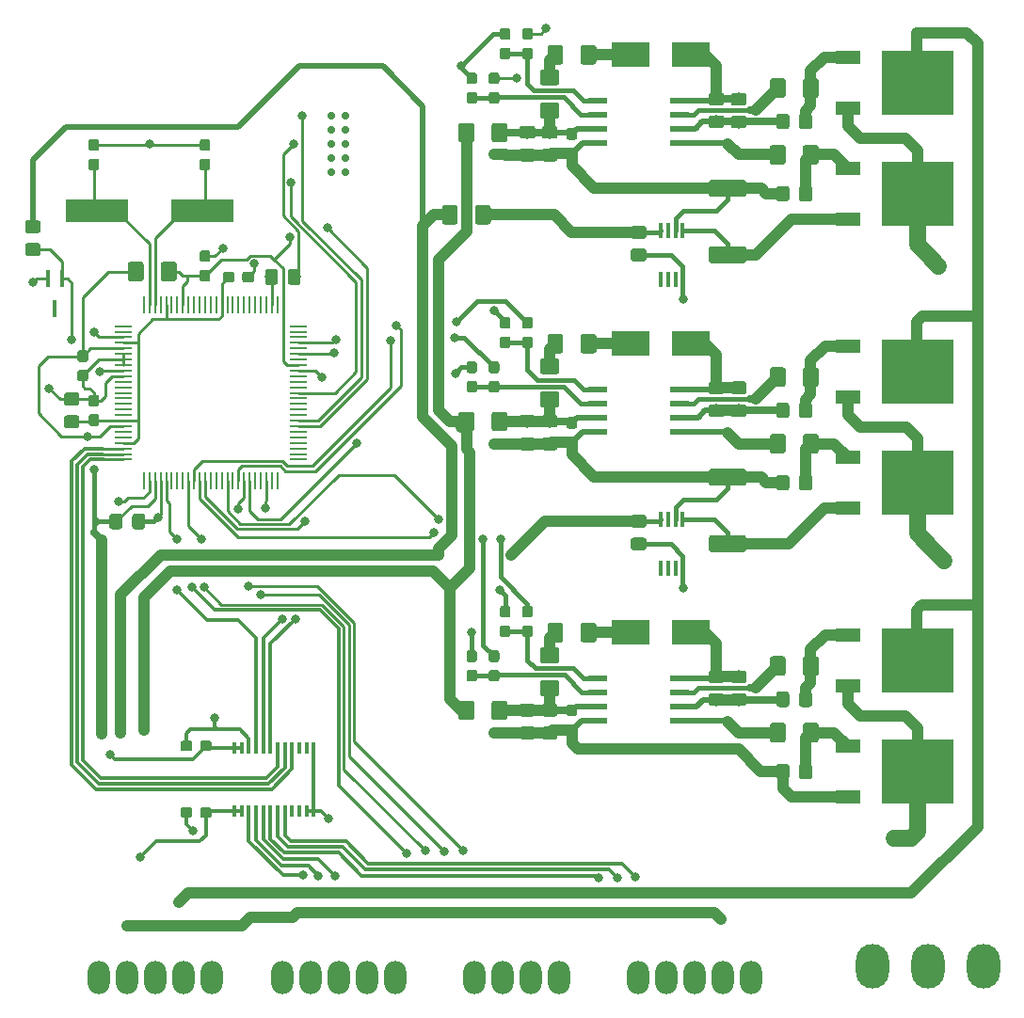
<source format=gbr>
G04 #@! TF.GenerationSoftware,KiCad,Pcbnew,5.0.2+dfsg1-1~bpo9+1*
G04 #@! TF.CreationDate,2019-06-05T17:15:04-04:00*
G04 #@! TF.ProjectId,SCARAMotorFeedbackController,53434152-414d-46f7-946f-724665656462,rev?*
G04 #@! TF.SameCoordinates,Original*
G04 #@! TF.FileFunction,Copper,L1,Top*
G04 #@! TF.FilePolarity,Positive*
%FSLAX46Y46*%
G04 Gerber Fmt 4.6, Leading zero omitted, Abs format (unit mm)*
G04 Created by KiCad (PCBNEW 5.0.2+dfsg1-1~bpo9+1) date Wed 05 Jun 2019 05:15:04 PM EDT*
%MOMM*%
%LPD*%
G01*
G04 APERTURE LIST*
G04 #@! TA.AperFunction,Conductor*
%ADD10C,0.100000*%
G04 #@! TD*
G04 #@! TA.AperFunction,SMDPad,CuDef*
%ADD11C,1.425000*%
G04 #@! TD*
G04 #@! TA.AperFunction,SMDPad,CuDef*
%ADD12R,5.600000X2.100000*%
G04 #@! TD*
G04 #@! TA.AperFunction,SMDPad,CuDef*
%ADD13C,1.150000*%
G04 #@! TD*
G04 #@! TA.AperFunction,SMDPad,CuDef*
%ADD14C,0.950000*%
G04 #@! TD*
G04 #@! TA.AperFunction,SMDPad,CuDef*
%ADD15R,6.400000X5.800000*%
G04 #@! TD*
G04 #@! TA.AperFunction,SMDPad,CuDef*
%ADD16R,2.200000X1.200000*%
G04 #@! TD*
G04 #@! TA.AperFunction,SMDPad,CuDef*
%ADD17C,1.525000*%
G04 #@! TD*
G04 #@! TA.AperFunction,SMDPad,CuDef*
%ADD18R,1.500000X0.280000*%
G04 #@! TD*
G04 #@! TA.AperFunction,SMDPad,CuDef*
%ADD19R,0.280000X1.500000*%
G04 #@! TD*
G04 #@! TA.AperFunction,SMDPad,CuDef*
%ADD20R,1.750000X0.550000*%
G04 #@! TD*
G04 #@! TA.AperFunction,SMDPad,CuDef*
%ADD21R,0.450000X1.450000*%
G04 #@! TD*
G04 #@! TA.AperFunction,SMDPad,CuDef*
%ADD22R,3.500000X2.300000*%
G04 #@! TD*
G04 #@! TA.AperFunction,ComponentPad*
%ADD23C,0.700000*%
G04 #@! TD*
G04 #@! TA.AperFunction,ComponentPad*
%ADD24O,2.000000X3.000000*%
G04 #@! TD*
G04 #@! TA.AperFunction,ComponentPad*
%ADD25O,3.000000X4.000000*%
G04 #@! TD*
G04 #@! TA.AperFunction,SMDPad,CuDef*
%ADD26R,0.450000X1.500000*%
G04 #@! TD*
G04 #@! TA.AperFunction,SMDPad,CuDef*
%ADD27R,0.400000X1.100000*%
G04 #@! TD*
G04 #@! TA.AperFunction,ViaPad*
%ADD28C,0.800000*%
G04 #@! TD*
G04 #@! TA.AperFunction,Conductor*
%ADD29C,0.400000*%
G04 #@! TD*
G04 #@! TA.AperFunction,Conductor*
%ADD30C,0.500000*%
G04 #@! TD*
G04 #@! TA.AperFunction,Conductor*
%ADD31C,1.000000*%
G04 #@! TD*
G04 #@! TA.AperFunction,Conductor*
%ADD32C,0.250000*%
G04 #@! TD*
G04 #@! TA.AperFunction,Conductor*
%ADD33C,0.300000*%
G04 #@! TD*
G04 #@! TA.AperFunction,Conductor*
%ADD34C,0.700000*%
G04 #@! TD*
G04 #@! TA.AperFunction,Conductor*
%ADD35C,1.500000*%
G04 #@! TD*
G04 APERTURE END LIST*
D10*
G04 #@! TO.N,Net-(R17-Pad2)*
G04 #@! TO.C,R17*
G36*
X73999504Y52373796D02*
X74023773Y52370196D01*
X74047571Y52364235D01*
X74070671Y52355970D01*
X74092849Y52345480D01*
X74113893Y52332867D01*
X74133598Y52318253D01*
X74151777Y52301777D01*
X74168253Y52283598D01*
X74182867Y52263893D01*
X74195480Y52242849D01*
X74205970Y52220671D01*
X74214235Y52197571D01*
X74220196Y52173773D01*
X74223796Y52149504D01*
X74225000Y52125000D01*
X74225000Y50875000D01*
X74223796Y50850496D01*
X74220196Y50826227D01*
X74214235Y50802429D01*
X74205970Y50779329D01*
X74195480Y50757151D01*
X74182867Y50736107D01*
X74168253Y50716402D01*
X74151777Y50698223D01*
X74133598Y50681747D01*
X74113893Y50667133D01*
X74092849Y50654520D01*
X74070671Y50644030D01*
X74047571Y50635765D01*
X74023773Y50629804D01*
X73999504Y50626204D01*
X73975000Y50625000D01*
X73050000Y50625000D01*
X73025496Y50626204D01*
X73001227Y50629804D01*
X72977429Y50635765D01*
X72954329Y50644030D01*
X72932151Y50654520D01*
X72911107Y50667133D01*
X72891402Y50681747D01*
X72873223Y50698223D01*
X72856747Y50716402D01*
X72842133Y50736107D01*
X72829520Y50757151D01*
X72819030Y50779329D01*
X72810765Y50802429D01*
X72804804Y50826227D01*
X72801204Y50850496D01*
X72800000Y50875000D01*
X72800000Y52125000D01*
X72801204Y52149504D01*
X72804804Y52173773D01*
X72810765Y52197571D01*
X72819030Y52220671D01*
X72829520Y52242849D01*
X72842133Y52263893D01*
X72856747Y52283598D01*
X72873223Y52301777D01*
X72891402Y52318253D01*
X72911107Y52332867D01*
X72932151Y52345480D01*
X72954329Y52355970D01*
X72977429Y52364235D01*
X73001227Y52370196D01*
X73025496Y52373796D01*
X73050000Y52375000D01*
X73975000Y52375000D01*
X73999504Y52373796D01*
X73999504Y52373796D01*
G37*
D11*
G04 #@! TD*
G04 #@! TO.P,R17,2*
G04 #@! TO.N,Net-(R17-Pad2)*
X73512500Y51500000D03*
D10*
G04 #@! TO.N,Net-(Q6-Pad1)*
G04 #@! TO.C,R17*
G36*
X76974504Y52373796D02*
X76998773Y52370196D01*
X77022571Y52364235D01*
X77045671Y52355970D01*
X77067849Y52345480D01*
X77088893Y52332867D01*
X77108598Y52318253D01*
X77126777Y52301777D01*
X77143253Y52283598D01*
X77157867Y52263893D01*
X77170480Y52242849D01*
X77180970Y52220671D01*
X77189235Y52197571D01*
X77195196Y52173773D01*
X77198796Y52149504D01*
X77200000Y52125000D01*
X77200000Y50875000D01*
X77198796Y50850496D01*
X77195196Y50826227D01*
X77189235Y50802429D01*
X77180970Y50779329D01*
X77170480Y50757151D01*
X77157867Y50736107D01*
X77143253Y50716402D01*
X77126777Y50698223D01*
X77108598Y50681747D01*
X77088893Y50667133D01*
X77067849Y50654520D01*
X77045671Y50644030D01*
X77022571Y50635765D01*
X76998773Y50629804D01*
X76974504Y50626204D01*
X76950000Y50625000D01*
X76025000Y50625000D01*
X76000496Y50626204D01*
X75976227Y50629804D01*
X75952429Y50635765D01*
X75929329Y50644030D01*
X75907151Y50654520D01*
X75886107Y50667133D01*
X75866402Y50681747D01*
X75848223Y50698223D01*
X75831747Y50716402D01*
X75817133Y50736107D01*
X75804520Y50757151D01*
X75794030Y50779329D01*
X75785765Y50802429D01*
X75779804Y50826227D01*
X75776204Y50850496D01*
X75775000Y50875000D01*
X75775000Y52125000D01*
X75776204Y52149504D01*
X75779804Y52173773D01*
X75785765Y52197571D01*
X75794030Y52220671D01*
X75804520Y52242849D01*
X75817133Y52263893D01*
X75831747Y52283598D01*
X75848223Y52301777D01*
X75866402Y52318253D01*
X75886107Y52332867D01*
X75907151Y52345480D01*
X75929329Y52355970D01*
X75952429Y52364235D01*
X75976227Y52370196D01*
X76000496Y52373796D01*
X76025000Y52375000D01*
X76950000Y52375000D01*
X76974504Y52373796D01*
X76974504Y52373796D01*
G37*
D11*
G04 #@! TD*
G04 #@! TO.P,R17,1*
G04 #@! TO.N,Net-(Q6-Pad1)*
X76487500Y51500000D03*
D12*
G04 #@! TO.P,Y1,1*
G04 #@! TO.N,Net-(C33-Pad2)*
X21750000Y72500000D03*
G04 #@! TO.P,Y1,2*
G04 #@! TO.N,Net-(C34-Pad2)*
X12250000Y72500000D03*
G04 #@! TD*
D10*
G04 #@! TO.N,GND*
G04 #@! TO.C,C1*
G36*
X16374505Y45198796D02*
X16398773Y45195196D01*
X16422572Y45189235D01*
X16445671Y45180970D01*
X16467850Y45170480D01*
X16488893Y45157868D01*
X16508599Y45143253D01*
X16526777Y45126777D01*
X16543253Y45108599D01*
X16557868Y45088893D01*
X16570480Y45067850D01*
X16580970Y45045671D01*
X16589235Y45022572D01*
X16595196Y44998773D01*
X16598796Y44974505D01*
X16600000Y44950001D01*
X16600000Y44049999D01*
X16598796Y44025495D01*
X16595196Y44001227D01*
X16589235Y43977428D01*
X16580970Y43954329D01*
X16570480Y43932150D01*
X16557868Y43911107D01*
X16543253Y43891401D01*
X16526777Y43873223D01*
X16508599Y43856747D01*
X16488893Y43842132D01*
X16467850Y43829520D01*
X16445671Y43819030D01*
X16422572Y43810765D01*
X16398773Y43804804D01*
X16374505Y43801204D01*
X16350001Y43800000D01*
X15699999Y43800000D01*
X15675495Y43801204D01*
X15651227Y43804804D01*
X15627428Y43810765D01*
X15604329Y43819030D01*
X15582150Y43829520D01*
X15561107Y43842132D01*
X15541401Y43856747D01*
X15523223Y43873223D01*
X15506747Y43891401D01*
X15492132Y43911107D01*
X15479520Y43932150D01*
X15469030Y43954329D01*
X15460765Y43977428D01*
X15454804Y44001227D01*
X15451204Y44025495D01*
X15450000Y44049999D01*
X15450000Y44950001D01*
X15451204Y44974505D01*
X15454804Y44998773D01*
X15460765Y45022572D01*
X15469030Y45045671D01*
X15479520Y45067850D01*
X15492132Y45088893D01*
X15506747Y45108599D01*
X15523223Y45126777D01*
X15541401Y45143253D01*
X15561107Y45157868D01*
X15582150Y45170480D01*
X15604329Y45180970D01*
X15627428Y45189235D01*
X15651227Y45195196D01*
X15675495Y45198796D01*
X15699999Y45200000D01*
X16350001Y45200000D01*
X16374505Y45198796D01*
X16374505Y45198796D01*
G37*
D13*
G04 #@! TD*
G04 #@! TO.P,C1,2*
G04 #@! TO.N,GND*
X16025000Y44500000D03*
D10*
G04 #@! TO.N,3V3*
G04 #@! TO.C,C1*
G36*
X14324505Y45198796D02*
X14348773Y45195196D01*
X14372572Y45189235D01*
X14395671Y45180970D01*
X14417850Y45170480D01*
X14438893Y45157868D01*
X14458599Y45143253D01*
X14476777Y45126777D01*
X14493253Y45108599D01*
X14507868Y45088893D01*
X14520480Y45067850D01*
X14530970Y45045671D01*
X14539235Y45022572D01*
X14545196Y44998773D01*
X14548796Y44974505D01*
X14550000Y44950001D01*
X14550000Y44049999D01*
X14548796Y44025495D01*
X14545196Y44001227D01*
X14539235Y43977428D01*
X14530970Y43954329D01*
X14520480Y43932150D01*
X14507868Y43911107D01*
X14493253Y43891401D01*
X14476777Y43873223D01*
X14458599Y43856747D01*
X14438893Y43842132D01*
X14417850Y43829520D01*
X14395671Y43819030D01*
X14372572Y43810765D01*
X14348773Y43804804D01*
X14324505Y43801204D01*
X14300001Y43800000D01*
X13649999Y43800000D01*
X13625495Y43801204D01*
X13601227Y43804804D01*
X13577428Y43810765D01*
X13554329Y43819030D01*
X13532150Y43829520D01*
X13511107Y43842132D01*
X13491401Y43856747D01*
X13473223Y43873223D01*
X13456747Y43891401D01*
X13442132Y43911107D01*
X13429520Y43932150D01*
X13419030Y43954329D01*
X13410765Y43977428D01*
X13404804Y44001227D01*
X13401204Y44025495D01*
X13400000Y44049999D01*
X13400000Y44950001D01*
X13401204Y44974505D01*
X13404804Y44998773D01*
X13410765Y45022572D01*
X13419030Y45045671D01*
X13429520Y45067850D01*
X13442132Y45088893D01*
X13456747Y45108599D01*
X13473223Y45126777D01*
X13491401Y45143253D01*
X13511107Y45157868D01*
X13532150Y45170480D01*
X13554329Y45180970D01*
X13577428Y45189235D01*
X13601227Y45195196D01*
X13625495Y45198796D01*
X13649999Y45200000D01*
X14300001Y45200000D01*
X14324505Y45198796D01*
X14324505Y45198796D01*
G37*
D13*
G04 #@! TD*
G04 #@! TO.P,C1,1*
G04 #@! TO.N,3V3*
X13975000Y44500000D03*
D10*
G04 #@! TO.N,Net-(C2-Pad1)*
G04 #@! TO.C,C2*
G36*
X10474505Y54048796D02*
X10498773Y54045196D01*
X10522572Y54039235D01*
X10545671Y54030970D01*
X10567850Y54020480D01*
X10588893Y54007868D01*
X10608599Y53993253D01*
X10626777Y53976777D01*
X10643253Y53958599D01*
X10657868Y53938893D01*
X10670480Y53917850D01*
X10680970Y53895671D01*
X10689235Y53872572D01*
X10695196Y53848773D01*
X10698796Y53824505D01*
X10700000Y53800001D01*
X10700000Y53149999D01*
X10698796Y53125495D01*
X10695196Y53101227D01*
X10689235Y53077428D01*
X10680970Y53054329D01*
X10670480Y53032150D01*
X10657868Y53011107D01*
X10643253Y52991401D01*
X10626777Y52973223D01*
X10608599Y52956747D01*
X10588893Y52942132D01*
X10567850Y52929520D01*
X10545671Y52919030D01*
X10522572Y52910765D01*
X10498773Y52904804D01*
X10474505Y52901204D01*
X10450001Y52900000D01*
X9549999Y52900000D01*
X9525495Y52901204D01*
X9501227Y52904804D01*
X9477428Y52910765D01*
X9454329Y52919030D01*
X9432150Y52929520D01*
X9411107Y52942132D01*
X9391401Y52956747D01*
X9373223Y52973223D01*
X9356747Y52991401D01*
X9342132Y53011107D01*
X9329520Y53032150D01*
X9319030Y53054329D01*
X9310765Y53077428D01*
X9304804Y53101227D01*
X9301204Y53125495D01*
X9300000Y53149999D01*
X9300000Y53800001D01*
X9301204Y53824505D01*
X9304804Y53848773D01*
X9310765Y53872572D01*
X9319030Y53895671D01*
X9329520Y53917850D01*
X9342132Y53938893D01*
X9356747Y53958599D01*
X9373223Y53976777D01*
X9391401Y53993253D01*
X9411107Y54007868D01*
X9432150Y54020480D01*
X9454329Y54030970D01*
X9477428Y54039235D01*
X9501227Y54045196D01*
X9525495Y54048796D01*
X9549999Y54050000D01*
X10450001Y54050000D01*
X10474505Y54048796D01*
X10474505Y54048796D01*
G37*
D13*
G04 #@! TD*
G04 #@! TO.P,C2,1*
G04 #@! TO.N,Net-(C2-Pad1)*
X10000000Y53475000D03*
D10*
G04 #@! TO.N,GND*
G04 #@! TO.C,C2*
G36*
X10474505Y56098796D02*
X10498773Y56095196D01*
X10522572Y56089235D01*
X10545671Y56080970D01*
X10567850Y56070480D01*
X10588893Y56057868D01*
X10608599Y56043253D01*
X10626777Y56026777D01*
X10643253Y56008599D01*
X10657868Y55988893D01*
X10670480Y55967850D01*
X10680970Y55945671D01*
X10689235Y55922572D01*
X10695196Y55898773D01*
X10698796Y55874505D01*
X10700000Y55850001D01*
X10700000Y55199999D01*
X10698796Y55175495D01*
X10695196Y55151227D01*
X10689235Y55127428D01*
X10680970Y55104329D01*
X10670480Y55082150D01*
X10657868Y55061107D01*
X10643253Y55041401D01*
X10626777Y55023223D01*
X10608599Y55006747D01*
X10588893Y54992132D01*
X10567850Y54979520D01*
X10545671Y54969030D01*
X10522572Y54960765D01*
X10498773Y54954804D01*
X10474505Y54951204D01*
X10450001Y54950000D01*
X9549999Y54950000D01*
X9525495Y54951204D01*
X9501227Y54954804D01*
X9477428Y54960765D01*
X9454329Y54969030D01*
X9432150Y54979520D01*
X9411107Y54992132D01*
X9391401Y55006747D01*
X9373223Y55023223D01*
X9356747Y55041401D01*
X9342132Y55061107D01*
X9329520Y55082150D01*
X9319030Y55104329D01*
X9310765Y55127428D01*
X9304804Y55151227D01*
X9301204Y55175495D01*
X9300000Y55199999D01*
X9300000Y55850001D01*
X9301204Y55874505D01*
X9304804Y55898773D01*
X9310765Y55922572D01*
X9319030Y55945671D01*
X9329520Y55967850D01*
X9342132Y55988893D01*
X9356747Y56008599D01*
X9373223Y56026777D01*
X9391401Y56043253D01*
X9411107Y56057868D01*
X9432150Y56070480D01*
X9454329Y56080970D01*
X9477428Y56089235D01*
X9501227Y56095196D01*
X9525495Y56098796D01*
X9549999Y56100000D01*
X10450001Y56100000D01*
X10474505Y56098796D01*
X10474505Y56098796D01*
G37*
D13*
G04 #@! TD*
G04 #@! TO.P,C2,2*
G04 #@! TO.N,GND*
X10000000Y55525000D03*
D10*
G04 #@! TO.N,GND*
G04 #@! TO.C,C3*
G36*
X22260779Y68898856D02*
X22283834Y68895437D01*
X22306443Y68889773D01*
X22328387Y68881921D01*
X22349457Y68871956D01*
X22369448Y68859974D01*
X22388168Y68846090D01*
X22405438Y68830438D01*
X22421090Y68813168D01*
X22434974Y68794448D01*
X22446956Y68774457D01*
X22456921Y68753387D01*
X22464773Y68731443D01*
X22470437Y68708834D01*
X22473856Y68685779D01*
X22475000Y68662500D01*
X22475000Y68087500D01*
X22473856Y68064221D01*
X22470437Y68041166D01*
X22464773Y68018557D01*
X22456921Y67996613D01*
X22446956Y67975543D01*
X22434974Y67955552D01*
X22421090Y67936832D01*
X22405438Y67919562D01*
X22388168Y67903910D01*
X22369448Y67890026D01*
X22349457Y67878044D01*
X22328387Y67868079D01*
X22306443Y67860227D01*
X22283834Y67854563D01*
X22260779Y67851144D01*
X22237500Y67850000D01*
X21762500Y67850000D01*
X21739221Y67851144D01*
X21716166Y67854563D01*
X21693557Y67860227D01*
X21671613Y67868079D01*
X21650543Y67878044D01*
X21630552Y67890026D01*
X21611832Y67903910D01*
X21594562Y67919562D01*
X21578910Y67936832D01*
X21565026Y67955552D01*
X21553044Y67975543D01*
X21543079Y67996613D01*
X21535227Y68018557D01*
X21529563Y68041166D01*
X21526144Y68064221D01*
X21525000Y68087500D01*
X21525000Y68662500D01*
X21526144Y68685779D01*
X21529563Y68708834D01*
X21535227Y68731443D01*
X21543079Y68753387D01*
X21553044Y68774457D01*
X21565026Y68794448D01*
X21578910Y68813168D01*
X21594562Y68830438D01*
X21611832Y68846090D01*
X21630552Y68859974D01*
X21650543Y68871956D01*
X21671613Y68881921D01*
X21693557Y68889773D01*
X21716166Y68895437D01*
X21739221Y68898856D01*
X21762500Y68900000D01*
X22237500Y68900000D01*
X22260779Y68898856D01*
X22260779Y68898856D01*
G37*
D14*
G04 #@! TD*
G04 #@! TO.P,C3,2*
G04 #@! TO.N,GND*
X22000000Y68375000D03*
D10*
G04 #@! TO.N,3V3*
G04 #@! TO.C,C3*
G36*
X22260779Y67148856D02*
X22283834Y67145437D01*
X22306443Y67139773D01*
X22328387Y67131921D01*
X22349457Y67121956D01*
X22369448Y67109974D01*
X22388168Y67096090D01*
X22405438Y67080438D01*
X22421090Y67063168D01*
X22434974Y67044448D01*
X22446956Y67024457D01*
X22456921Y67003387D01*
X22464773Y66981443D01*
X22470437Y66958834D01*
X22473856Y66935779D01*
X22475000Y66912500D01*
X22475000Y66337500D01*
X22473856Y66314221D01*
X22470437Y66291166D01*
X22464773Y66268557D01*
X22456921Y66246613D01*
X22446956Y66225543D01*
X22434974Y66205552D01*
X22421090Y66186832D01*
X22405438Y66169562D01*
X22388168Y66153910D01*
X22369448Y66140026D01*
X22349457Y66128044D01*
X22328387Y66118079D01*
X22306443Y66110227D01*
X22283834Y66104563D01*
X22260779Y66101144D01*
X22237500Y66100000D01*
X21762500Y66100000D01*
X21739221Y66101144D01*
X21716166Y66104563D01*
X21693557Y66110227D01*
X21671613Y66118079D01*
X21650543Y66128044D01*
X21630552Y66140026D01*
X21611832Y66153910D01*
X21594562Y66169562D01*
X21578910Y66186832D01*
X21565026Y66205552D01*
X21553044Y66225543D01*
X21543079Y66246613D01*
X21535227Y66268557D01*
X21529563Y66291166D01*
X21526144Y66314221D01*
X21525000Y66337500D01*
X21525000Y66912500D01*
X21526144Y66935779D01*
X21529563Y66958834D01*
X21535227Y66981443D01*
X21543079Y67003387D01*
X21553044Y67024457D01*
X21565026Y67044448D01*
X21578910Y67063168D01*
X21594562Y67080438D01*
X21611832Y67096090D01*
X21630552Y67109974D01*
X21650543Y67121956D01*
X21671613Y67131921D01*
X21693557Y67139773D01*
X21716166Y67145437D01*
X21739221Y67148856D01*
X21762500Y67150000D01*
X22237500Y67150000D01*
X22260779Y67148856D01*
X22260779Y67148856D01*
G37*
D14*
G04 #@! TD*
G04 #@! TO.P,C3,1*
G04 #@! TO.N,3V3*
X22000000Y66625000D03*
D10*
G04 #@! TO.N,Net-(C2-Pad1)*
G04 #@! TO.C,C4*
G36*
X24435779Y66973856D02*
X24458834Y66970437D01*
X24481443Y66964773D01*
X24503387Y66956921D01*
X24524457Y66946956D01*
X24544448Y66934974D01*
X24563168Y66921090D01*
X24580438Y66905438D01*
X24596090Y66888168D01*
X24609974Y66869448D01*
X24621956Y66849457D01*
X24631921Y66828387D01*
X24639773Y66806443D01*
X24645437Y66783834D01*
X24648856Y66760779D01*
X24650000Y66737500D01*
X24650000Y66262500D01*
X24648856Y66239221D01*
X24645437Y66216166D01*
X24639773Y66193557D01*
X24631921Y66171613D01*
X24621956Y66150543D01*
X24609974Y66130552D01*
X24596090Y66111832D01*
X24580438Y66094562D01*
X24563168Y66078910D01*
X24544448Y66065026D01*
X24524457Y66053044D01*
X24503387Y66043079D01*
X24481443Y66035227D01*
X24458834Y66029563D01*
X24435779Y66026144D01*
X24412500Y66025000D01*
X23837500Y66025000D01*
X23814221Y66026144D01*
X23791166Y66029563D01*
X23768557Y66035227D01*
X23746613Y66043079D01*
X23725543Y66053044D01*
X23705552Y66065026D01*
X23686832Y66078910D01*
X23669562Y66094562D01*
X23653910Y66111832D01*
X23640026Y66130552D01*
X23628044Y66150543D01*
X23618079Y66171613D01*
X23610227Y66193557D01*
X23604563Y66216166D01*
X23601144Y66239221D01*
X23600000Y66262500D01*
X23600000Y66737500D01*
X23601144Y66760779D01*
X23604563Y66783834D01*
X23610227Y66806443D01*
X23618079Y66828387D01*
X23628044Y66849457D01*
X23640026Y66869448D01*
X23653910Y66888168D01*
X23669562Y66905438D01*
X23686832Y66921090D01*
X23705552Y66934974D01*
X23725543Y66946956D01*
X23746613Y66956921D01*
X23768557Y66964773D01*
X23791166Y66970437D01*
X23814221Y66973856D01*
X23837500Y66975000D01*
X24412500Y66975000D01*
X24435779Y66973856D01*
X24435779Y66973856D01*
G37*
D14*
G04 #@! TD*
G04 #@! TO.P,C4,1*
G04 #@! TO.N,Net-(C2-Pad1)*
X24125000Y66500000D03*
D10*
G04 #@! TO.N,GND*
G04 #@! TO.C,C4*
G36*
X26185779Y66973856D02*
X26208834Y66970437D01*
X26231443Y66964773D01*
X26253387Y66956921D01*
X26274457Y66946956D01*
X26294448Y66934974D01*
X26313168Y66921090D01*
X26330438Y66905438D01*
X26346090Y66888168D01*
X26359974Y66869448D01*
X26371956Y66849457D01*
X26381921Y66828387D01*
X26389773Y66806443D01*
X26395437Y66783834D01*
X26398856Y66760779D01*
X26400000Y66737500D01*
X26400000Y66262500D01*
X26398856Y66239221D01*
X26395437Y66216166D01*
X26389773Y66193557D01*
X26381921Y66171613D01*
X26371956Y66150543D01*
X26359974Y66130552D01*
X26346090Y66111832D01*
X26330438Y66094562D01*
X26313168Y66078910D01*
X26294448Y66065026D01*
X26274457Y66053044D01*
X26253387Y66043079D01*
X26231443Y66035227D01*
X26208834Y66029563D01*
X26185779Y66026144D01*
X26162500Y66025000D01*
X25587500Y66025000D01*
X25564221Y66026144D01*
X25541166Y66029563D01*
X25518557Y66035227D01*
X25496613Y66043079D01*
X25475543Y66053044D01*
X25455552Y66065026D01*
X25436832Y66078910D01*
X25419562Y66094562D01*
X25403910Y66111832D01*
X25390026Y66130552D01*
X25378044Y66150543D01*
X25368079Y66171613D01*
X25360227Y66193557D01*
X25354563Y66216166D01*
X25351144Y66239221D01*
X25350000Y66262500D01*
X25350000Y66737500D01*
X25351144Y66760779D01*
X25354563Y66783834D01*
X25360227Y66806443D01*
X25368079Y66828387D01*
X25378044Y66849457D01*
X25390026Y66869448D01*
X25403910Y66888168D01*
X25419562Y66905438D01*
X25436832Y66921090D01*
X25455552Y66934974D01*
X25475543Y66946956D01*
X25496613Y66956921D01*
X25518557Y66964773D01*
X25541166Y66970437D01*
X25564221Y66973856D01*
X25587500Y66975000D01*
X26162500Y66975000D01*
X26185779Y66973856D01*
X26185779Y66973856D01*
G37*
D14*
G04 #@! TD*
G04 #@! TO.P,C4,2*
G04 #@! TO.N,GND*
X25875000Y66500000D03*
D10*
G04 #@! TO.N,3V3*
G04 #@! TO.C,C5*
G36*
X11260779Y59898856D02*
X11283834Y59895437D01*
X11306443Y59889773D01*
X11328387Y59881921D01*
X11349457Y59871956D01*
X11369448Y59859974D01*
X11388168Y59846090D01*
X11405438Y59830438D01*
X11421090Y59813168D01*
X11434974Y59794448D01*
X11446956Y59774457D01*
X11456921Y59753387D01*
X11464773Y59731443D01*
X11470437Y59708834D01*
X11473856Y59685779D01*
X11475000Y59662500D01*
X11475000Y59087500D01*
X11473856Y59064221D01*
X11470437Y59041166D01*
X11464773Y59018557D01*
X11456921Y58996613D01*
X11446956Y58975543D01*
X11434974Y58955552D01*
X11421090Y58936832D01*
X11405438Y58919562D01*
X11388168Y58903910D01*
X11369448Y58890026D01*
X11349457Y58878044D01*
X11328387Y58868079D01*
X11306443Y58860227D01*
X11283834Y58854563D01*
X11260779Y58851144D01*
X11237500Y58850000D01*
X10762500Y58850000D01*
X10739221Y58851144D01*
X10716166Y58854563D01*
X10693557Y58860227D01*
X10671613Y58868079D01*
X10650543Y58878044D01*
X10630552Y58890026D01*
X10611832Y58903910D01*
X10594562Y58919562D01*
X10578910Y58936832D01*
X10565026Y58955552D01*
X10553044Y58975543D01*
X10543079Y58996613D01*
X10535227Y59018557D01*
X10529563Y59041166D01*
X10526144Y59064221D01*
X10525000Y59087500D01*
X10525000Y59662500D01*
X10526144Y59685779D01*
X10529563Y59708834D01*
X10535227Y59731443D01*
X10543079Y59753387D01*
X10553044Y59774457D01*
X10565026Y59794448D01*
X10578910Y59813168D01*
X10594562Y59830438D01*
X10611832Y59846090D01*
X10630552Y59859974D01*
X10650543Y59871956D01*
X10671613Y59881921D01*
X10693557Y59889773D01*
X10716166Y59895437D01*
X10739221Y59898856D01*
X10762500Y59900000D01*
X11237500Y59900000D01*
X11260779Y59898856D01*
X11260779Y59898856D01*
G37*
D14*
G04 #@! TD*
G04 #@! TO.P,C5,1*
G04 #@! TO.N,3V3*
X11000000Y59375000D03*
D10*
G04 #@! TO.N,GND*
G04 #@! TO.C,C5*
G36*
X11260779Y58148856D02*
X11283834Y58145437D01*
X11306443Y58139773D01*
X11328387Y58131921D01*
X11349457Y58121956D01*
X11369448Y58109974D01*
X11388168Y58096090D01*
X11405438Y58080438D01*
X11421090Y58063168D01*
X11434974Y58044448D01*
X11446956Y58024457D01*
X11456921Y58003387D01*
X11464773Y57981443D01*
X11470437Y57958834D01*
X11473856Y57935779D01*
X11475000Y57912500D01*
X11475000Y57337500D01*
X11473856Y57314221D01*
X11470437Y57291166D01*
X11464773Y57268557D01*
X11456921Y57246613D01*
X11446956Y57225543D01*
X11434974Y57205552D01*
X11421090Y57186832D01*
X11405438Y57169562D01*
X11388168Y57153910D01*
X11369448Y57140026D01*
X11349457Y57128044D01*
X11328387Y57118079D01*
X11306443Y57110227D01*
X11283834Y57104563D01*
X11260779Y57101144D01*
X11237500Y57100000D01*
X10762500Y57100000D01*
X10739221Y57101144D01*
X10716166Y57104563D01*
X10693557Y57110227D01*
X10671613Y57118079D01*
X10650543Y57128044D01*
X10630552Y57140026D01*
X10611832Y57153910D01*
X10594562Y57169562D01*
X10578910Y57186832D01*
X10565026Y57205552D01*
X10553044Y57225543D01*
X10543079Y57246613D01*
X10535227Y57268557D01*
X10529563Y57291166D01*
X10526144Y57314221D01*
X10525000Y57337500D01*
X10525000Y57912500D01*
X10526144Y57935779D01*
X10529563Y57958834D01*
X10535227Y57981443D01*
X10543079Y58003387D01*
X10553044Y58024457D01*
X10565026Y58044448D01*
X10578910Y58063168D01*
X10594562Y58080438D01*
X10611832Y58096090D01*
X10630552Y58109974D01*
X10650543Y58121956D01*
X10671613Y58131921D01*
X10693557Y58139773D01*
X10716166Y58145437D01*
X10739221Y58148856D01*
X10762500Y58150000D01*
X11237500Y58150000D01*
X11260779Y58148856D01*
X11260779Y58148856D01*
G37*
D14*
G04 #@! TD*
G04 #@! TO.P,C5,2*
G04 #@! TO.N,GND*
X11000000Y57625000D03*
D10*
G04 #@! TO.N,Net-(C2-Pad1)*
G04 #@! TO.C,C6*
G36*
X12260779Y54148856D02*
X12283834Y54145437D01*
X12306443Y54139773D01*
X12328387Y54131921D01*
X12349457Y54121956D01*
X12369448Y54109974D01*
X12388168Y54096090D01*
X12405438Y54080438D01*
X12421090Y54063168D01*
X12434974Y54044448D01*
X12446956Y54024457D01*
X12456921Y54003387D01*
X12464773Y53981443D01*
X12470437Y53958834D01*
X12473856Y53935779D01*
X12475000Y53912500D01*
X12475000Y53337500D01*
X12473856Y53314221D01*
X12470437Y53291166D01*
X12464773Y53268557D01*
X12456921Y53246613D01*
X12446956Y53225543D01*
X12434974Y53205552D01*
X12421090Y53186832D01*
X12405438Y53169562D01*
X12388168Y53153910D01*
X12369448Y53140026D01*
X12349457Y53128044D01*
X12328387Y53118079D01*
X12306443Y53110227D01*
X12283834Y53104563D01*
X12260779Y53101144D01*
X12237500Y53100000D01*
X11762500Y53100000D01*
X11739221Y53101144D01*
X11716166Y53104563D01*
X11693557Y53110227D01*
X11671613Y53118079D01*
X11650543Y53128044D01*
X11630552Y53140026D01*
X11611832Y53153910D01*
X11594562Y53169562D01*
X11578910Y53186832D01*
X11565026Y53205552D01*
X11553044Y53225543D01*
X11543079Y53246613D01*
X11535227Y53268557D01*
X11529563Y53291166D01*
X11526144Y53314221D01*
X11525000Y53337500D01*
X11525000Y53912500D01*
X11526144Y53935779D01*
X11529563Y53958834D01*
X11535227Y53981443D01*
X11543079Y54003387D01*
X11553044Y54024457D01*
X11565026Y54044448D01*
X11578910Y54063168D01*
X11594562Y54080438D01*
X11611832Y54096090D01*
X11630552Y54109974D01*
X11650543Y54121956D01*
X11671613Y54131921D01*
X11693557Y54139773D01*
X11716166Y54145437D01*
X11739221Y54148856D01*
X11762500Y54150000D01*
X12237500Y54150000D01*
X12260779Y54148856D01*
X12260779Y54148856D01*
G37*
D14*
G04 #@! TD*
G04 #@! TO.P,C6,1*
G04 #@! TO.N,Net-(C2-Pad1)*
X12000000Y53625000D03*
D10*
G04 #@! TO.N,GND*
G04 #@! TO.C,C6*
G36*
X12260779Y55898856D02*
X12283834Y55895437D01*
X12306443Y55889773D01*
X12328387Y55881921D01*
X12349457Y55871956D01*
X12369448Y55859974D01*
X12388168Y55846090D01*
X12405438Y55830438D01*
X12421090Y55813168D01*
X12434974Y55794448D01*
X12446956Y55774457D01*
X12456921Y55753387D01*
X12464773Y55731443D01*
X12470437Y55708834D01*
X12473856Y55685779D01*
X12475000Y55662500D01*
X12475000Y55087500D01*
X12473856Y55064221D01*
X12470437Y55041166D01*
X12464773Y55018557D01*
X12456921Y54996613D01*
X12446956Y54975543D01*
X12434974Y54955552D01*
X12421090Y54936832D01*
X12405438Y54919562D01*
X12388168Y54903910D01*
X12369448Y54890026D01*
X12349457Y54878044D01*
X12328387Y54868079D01*
X12306443Y54860227D01*
X12283834Y54854563D01*
X12260779Y54851144D01*
X12237500Y54850000D01*
X11762500Y54850000D01*
X11739221Y54851144D01*
X11716166Y54854563D01*
X11693557Y54860227D01*
X11671613Y54868079D01*
X11650543Y54878044D01*
X11630552Y54890026D01*
X11611832Y54903910D01*
X11594562Y54919562D01*
X11578910Y54936832D01*
X11565026Y54955552D01*
X11553044Y54975543D01*
X11543079Y54996613D01*
X11535227Y55018557D01*
X11529563Y55041166D01*
X11526144Y55064221D01*
X11525000Y55087500D01*
X11525000Y55662500D01*
X11526144Y55685779D01*
X11529563Y55708834D01*
X11535227Y55731443D01*
X11543079Y55753387D01*
X11553044Y55774457D01*
X11565026Y55794448D01*
X11578910Y55813168D01*
X11594562Y55830438D01*
X11611832Y55846090D01*
X11630552Y55859974D01*
X11650543Y55871956D01*
X11671613Y55881921D01*
X11693557Y55889773D01*
X11716166Y55895437D01*
X11739221Y55898856D01*
X11762500Y55900000D01*
X12237500Y55900000D01*
X12260779Y55898856D01*
X12260779Y55898856D01*
G37*
D14*
G04 #@! TD*
G04 #@! TO.P,C6,2*
G04 #@! TO.N,GND*
X12000000Y55375000D03*
D10*
G04 #@! TO.N,GND*
G04 #@! TO.C,C7*
G36*
X55260779Y26273856D02*
X55283834Y26270437D01*
X55306443Y26264773D01*
X55328387Y26256921D01*
X55349457Y26246956D01*
X55369448Y26234974D01*
X55388168Y26221090D01*
X55405438Y26205438D01*
X55421090Y26188168D01*
X55434974Y26169448D01*
X55446956Y26149457D01*
X55456921Y26128387D01*
X55464773Y26106443D01*
X55470437Y26083834D01*
X55473856Y26060779D01*
X55475000Y26037500D01*
X55475000Y25462500D01*
X55473856Y25439221D01*
X55470437Y25416166D01*
X55464773Y25393557D01*
X55456921Y25371613D01*
X55446956Y25350543D01*
X55434974Y25330552D01*
X55421090Y25311832D01*
X55405438Y25294562D01*
X55388168Y25278910D01*
X55369448Y25265026D01*
X55349457Y25253044D01*
X55328387Y25243079D01*
X55306443Y25235227D01*
X55283834Y25229563D01*
X55260779Y25226144D01*
X55237500Y25225000D01*
X54762500Y25225000D01*
X54739221Y25226144D01*
X54716166Y25229563D01*
X54693557Y25235227D01*
X54671613Y25243079D01*
X54650543Y25253044D01*
X54630552Y25265026D01*
X54611832Y25278910D01*
X54594562Y25294562D01*
X54578910Y25311832D01*
X54565026Y25330552D01*
X54553044Y25350543D01*
X54543079Y25371613D01*
X54535227Y25393557D01*
X54529563Y25416166D01*
X54526144Y25439221D01*
X54525000Y25462500D01*
X54525000Y26037500D01*
X54526144Y26060779D01*
X54529563Y26083834D01*
X54535227Y26106443D01*
X54543079Y26128387D01*
X54553044Y26149457D01*
X54565026Y26169448D01*
X54578910Y26188168D01*
X54594562Y26205438D01*
X54611832Y26221090D01*
X54630552Y26234974D01*
X54650543Y26246956D01*
X54671613Y26256921D01*
X54693557Y26264773D01*
X54716166Y26270437D01*
X54739221Y26273856D01*
X54762500Y26275000D01*
X55237500Y26275000D01*
X55260779Y26273856D01*
X55260779Y26273856D01*
G37*
D14*
G04 #@! TD*
G04 #@! TO.P,C7,2*
G04 #@! TO.N,GND*
X55000000Y25750000D03*
D10*
G04 #@! TO.N,Net-(C10-Pad1)*
G04 #@! TO.C,C7*
G36*
X55260779Y28023856D02*
X55283834Y28020437D01*
X55306443Y28014773D01*
X55328387Y28006921D01*
X55349457Y27996956D01*
X55369448Y27984974D01*
X55388168Y27971090D01*
X55405438Y27955438D01*
X55421090Y27938168D01*
X55434974Y27919448D01*
X55446956Y27899457D01*
X55456921Y27878387D01*
X55464773Y27856443D01*
X55470437Y27833834D01*
X55473856Y27810779D01*
X55475000Y27787500D01*
X55475000Y27212500D01*
X55473856Y27189221D01*
X55470437Y27166166D01*
X55464773Y27143557D01*
X55456921Y27121613D01*
X55446956Y27100543D01*
X55434974Y27080552D01*
X55421090Y27061832D01*
X55405438Y27044562D01*
X55388168Y27028910D01*
X55369448Y27015026D01*
X55349457Y27003044D01*
X55328387Y26993079D01*
X55306443Y26985227D01*
X55283834Y26979563D01*
X55260779Y26976144D01*
X55237500Y26975000D01*
X54762500Y26975000D01*
X54739221Y26976144D01*
X54716166Y26979563D01*
X54693557Y26985227D01*
X54671613Y26993079D01*
X54650543Y27003044D01*
X54630552Y27015026D01*
X54611832Y27028910D01*
X54594562Y27044562D01*
X54578910Y27061832D01*
X54565026Y27080552D01*
X54553044Y27100543D01*
X54543079Y27121613D01*
X54535227Y27143557D01*
X54529563Y27166166D01*
X54526144Y27189221D01*
X54525000Y27212500D01*
X54525000Y27787500D01*
X54526144Y27810779D01*
X54529563Y27833834D01*
X54535227Y27856443D01*
X54543079Y27878387D01*
X54553044Y27899457D01*
X54565026Y27919448D01*
X54578910Y27938168D01*
X54594562Y27955438D01*
X54611832Y27971090D01*
X54630552Y27984974D01*
X54650543Y27996956D01*
X54671613Y28006921D01*
X54693557Y28014773D01*
X54716166Y28020437D01*
X54739221Y28023856D01*
X54762500Y28025000D01*
X55237500Y28025000D01*
X55260779Y28023856D01*
X55260779Y28023856D01*
G37*
D14*
G04 #@! TD*
G04 #@! TO.P,C7,1*
G04 #@! TO.N,Net-(C10-Pad1)*
X55000000Y27500000D03*
D10*
G04 #@! TO.N,GND*
G04 #@! TO.C,C9*
G36*
X55260779Y52148856D02*
X55283834Y52145437D01*
X55306443Y52139773D01*
X55328387Y52131921D01*
X55349457Y52121956D01*
X55369448Y52109974D01*
X55388168Y52096090D01*
X55405438Y52080438D01*
X55421090Y52063168D01*
X55434974Y52044448D01*
X55446956Y52024457D01*
X55456921Y52003387D01*
X55464773Y51981443D01*
X55470437Y51958834D01*
X55473856Y51935779D01*
X55475000Y51912500D01*
X55475000Y51337500D01*
X55473856Y51314221D01*
X55470437Y51291166D01*
X55464773Y51268557D01*
X55456921Y51246613D01*
X55446956Y51225543D01*
X55434974Y51205552D01*
X55421090Y51186832D01*
X55405438Y51169562D01*
X55388168Y51153910D01*
X55369448Y51140026D01*
X55349457Y51128044D01*
X55328387Y51118079D01*
X55306443Y51110227D01*
X55283834Y51104563D01*
X55260779Y51101144D01*
X55237500Y51100000D01*
X54762500Y51100000D01*
X54739221Y51101144D01*
X54716166Y51104563D01*
X54693557Y51110227D01*
X54671613Y51118079D01*
X54650543Y51128044D01*
X54630552Y51140026D01*
X54611832Y51153910D01*
X54594562Y51169562D01*
X54578910Y51186832D01*
X54565026Y51205552D01*
X54553044Y51225543D01*
X54543079Y51246613D01*
X54535227Y51268557D01*
X54529563Y51291166D01*
X54526144Y51314221D01*
X54525000Y51337500D01*
X54525000Y51912500D01*
X54526144Y51935779D01*
X54529563Y51958834D01*
X54535227Y51981443D01*
X54543079Y52003387D01*
X54553044Y52024457D01*
X54565026Y52044448D01*
X54578910Y52063168D01*
X54594562Y52080438D01*
X54611832Y52096090D01*
X54630552Y52109974D01*
X54650543Y52121956D01*
X54671613Y52131921D01*
X54693557Y52139773D01*
X54716166Y52145437D01*
X54739221Y52148856D01*
X54762500Y52150000D01*
X55237500Y52150000D01*
X55260779Y52148856D01*
X55260779Y52148856D01*
G37*
D14*
G04 #@! TD*
G04 #@! TO.P,C9,2*
G04 #@! TO.N,GND*
X55000000Y51625000D03*
D10*
G04 #@! TO.N,Net-(C11-Pad1)*
G04 #@! TO.C,C9*
G36*
X55260779Y53898856D02*
X55283834Y53895437D01*
X55306443Y53889773D01*
X55328387Y53881921D01*
X55349457Y53871956D01*
X55369448Y53859974D01*
X55388168Y53846090D01*
X55405438Y53830438D01*
X55421090Y53813168D01*
X55434974Y53794448D01*
X55446956Y53774457D01*
X55456921Y53753387D01*
X55464773Y53731443D01*
X55470437Y53708834D01*
X55473856Y53685779D01*
X55475000Y53662500D01*
X55475000Y53087500D01*
X55473856Y53064221D01*
X55470437Y53041166D01*
X55464773Y53018557D01*
X55456921Y52996613D01*
X55446956Y52975543D01*
X55434974Y52955552D01*
X55421090Y52936832D01*
X55405438Y52919562D01*
X55388168Y52903910D01*
X55369448Y52890026D01*
X55349457Y52878044D01*
X55328387Y52868079D01*
X55306443Y52860227D01*
X55283834Y52854563D01*
X55260779Y52851144D01*
X55237500Y52850000D01*
X54762500Y52850000D01*
X54739221Y52851144D01*
X54716166Y52854563D01*
X54693557Y52860227D01*
X54671613Y52868079D01*
X54650543Y52878044D01*
X54630552Y52890026D01*
X54611832Y52903910D01*
X54594562Y52919562D01*
X54578910Y52936832D01*
X54565026Y52955552D01*
X54553044Y52975543D01*
X54543079Y52996613D01*
X54535227Y53018557D01*
X54529563Y53041166D01*
X54526144Y53064221D01*
X54525000Y53087500D01*
X54525000Y53662500D01*
X54526144Y53685779D01*
X54529563Y53708834D01*
X54535227Y53731443D01*
X54543079Y53753387D01*
X54553044Y53774457D01*
X54565026Y53794448D01*
X54578910Y53813168D01*
X54594562Y53830438D01*
X54611832Y53846090D01*
X54630552Y53859974D01*
X54650543Y53871956D01*
X54671613Y53881921D01*
X54693557Y53889773D01*
X54716166Y53895437D01*
X54739221Y53898856D01*
X54762500Y53900000D01*
X55237500Y53900000D01*
X55260779Y53898856D01*
X55260779Y53898856D01*
G37*
D14*
G04 #@! TD*
G04 #@! TO.P,C9,1*
G04 #@! TO.N,Net-(C11-Pad1)*
X55000000Y53375000D03*
D10*
G04 #@! TO.N,Net-(C10-Pad1)*
G04 #@! TO.C,C10*
G36*
X53474505Y28098796D02*
X53498773Y28095196D01*
X53522572Y28089235D01*
X53545671Y28080970D01*
X53567850Y28070480D01*
X53588893Y28057868D01*
X53608599Y28043253D01*
X53626777Y28026777D01*
X53643253Y28008599D01*
X53657868Y27988893D01*
X53670480Y27967850D01*
X53680970Y27945671D01*
X53689235Y27922572D01*
X53695196Y27898773D01*
X53698796Y27874505D01*
X53700000Y27850001D01*
X53700000Y27199999D01*
X53698796Y27175495D01*
X53695196Y27151227D01*
X53689235Y27127428D01*
X53680970Y27104329D01*
X53670480Y27082150D01*
X53657868Y27061107D01*
X53643253Y27041401D01*
X53626777Y27023223D01*
X53608599Y27006747D01*
X53588893Y26992132D01*
X53567850Y26979520D01*
X53545671Y26969030D01*
X53522572Y26960765D01*
X53498773Y26954804D01*
X53474505Y26951204D01*
X53450001Y26950000D01*
X52549999Y26950000D01*
X52525495Y26951204D01*
X52501227Y26954804D01*
X52477428Y26960765D01*
X52454329Y26969030D01*
X52432150Y26979520D01*
X52411107Y26992132D01*
X52391401Y27006747D01*
X52373223Y27023223D01*
X52356747Y27041401D01*
X52342132Y27061107D01*
X52329520Y27082150D01*
X52319030Y27104329D01*
X52310765Y27127428D01*
X52304804Y27151227D01*
X52301204Y27175495D01*
X52300000Y27199999D01*
X52300000Y27850001D01*
X52301204Y27874505D01*
X52304804Y27898773D01*
X52310765Y27922572D01*
X52319030Y27945671D01*
X52329520Y27967850D01*
X52342132Y27988893D01*
X52356747Y28008599D01*
X52373223Y28026777D01*
X52391401Y28043253D01*
X52411107Y28057868D01*
X52432150Y28070480D01*
X52454329Y28080970D01*
X52477428Y28089235D01*
X52501227Y28095196D01*
X52525495Y28098796D01*
X52549999Y28100000D01*
X53450001Y28100000D01*
X53474505Y28098796D01*
X53474505Y28098796D01*
G37*
D13*
G04 #@! TD*
G04 #@! TO.P,C10,1*
G04 #@! TO.N,Net-(C10-Pad1)*
X53000000Y27525000D03*
D10*
G04 #@! TO.N,GND*
G04 #@! TO.C,C10*
G36*
X53474505Y26048796D02*
X53498773Y26045196D01*
X53522572Y26039235D01*
X53545671Y26030970D01*
X53567850Y26020480D01*
X53588893Y26007868D01*
X53608599Y25993253D01*
X53626777Y25976777D01*
X53643253Y25958599D01*
X53657868Y25938893D01*
X53670480Y25917850D01*
X53680970Y25895671D01*
X53689235Y25872572D01*
X53695196Y25848773D01*
X53698796Y25824505D01*
X53700000Y25800001D01*
X53700000Y25149999D01*
X53698796Y25125495D01*
X53695196Y25101227D01*
X53689235Y25077428D01*
X53680970Y25054329D01*
X53670480Y25032150D01*
X53657868Y25011107D01*
X53643253Y24991401D01*
X53626777Y24973223D01*
X53608599Y24956747D01*
X53588893Y24942132D01*
X53567850Y24929520D01*
X53545671Y24919030D01*
X53522572Y24910765D01*
X53498773Y24904804D01*
X53474505Y24901204D01*
X53450001Y24900000D01*
X52549999Y24900000D01*
X52525495Y24901204D01*
X52501227Y24904804D01*
X52477428Y24910765D01*
X52454329Y24919030D01*
X52432150Y24929520D01*
X52411107Y24942132D01*
X52391401Y24956747D01*
X52373223Y24973223D01*
X52356747Y24991401D01*
X52342132Y25011107D01*
X52329520Y25032150D01*
X52319030Y25054329D01*
X52310765Y25077428D01*
X52304804Y25101227D01*
X52301204Y25125495D01*
X52300000Y25149999D01*
X52300000Y25800001D01*
X52301204Y25824505D01*
X52304804Y25848773D01*
X52310765Y25872572D01*
X52319030Y25895671D01*
X52329520Y25917850D01*
X52342132Y25938893D01*
X52356747Y25958599D01*
X52373223Y25976777D01*
X52391401Y25993253D01*
X52411107Y26007868D01*
X52432150Y26020480D01*
X52454329Y26030970D01*
X52477428Y26039235D01*
X52501227Y26045196D01*
X52525495Y26048796D01*
X52549999Y26050000D01*
X53450001Y26050000D01*
X53474505Y26048796D01*
X53474505Y26048796D01*
G37*
D13*
G04 #@! TD*
G04 #@! TO.P,C10,2*
G04 #@! TO.N,GND*
X53000000Y25475000D03*
D10*
G04 #@! TO.N,Net-(C11-Pad1)*
G04 #@! TO.C,C11*
G36*
X53474505Y54098796D02*
X53498773Y54095196D01*
X53522572Y54089235D01*
X53545671Y54080970D01*
X53567850Y54070480D01*
X53588893Y54057868D01*
X53608599Y54043253D01*
X53626777Y54026777D01*
X53643253Y54008599D01*
X53657868Y53988893D01*
X53670480Y53967850D01*
X53680970Y53945671D01*
X53689235Y53922572D01*
X53695196Y53898773D01*
X53698796Y53874505D01*
X53700000Y53850001D01*
X53700000Y53199999D01*
X53698796Y53175495D01*
X53695196Y53151227D01*
X53689235Y53127428D01*
X53680970Y53104329D01*
X53670480Y53082150D01*
X53657868Y53061107D01*
X53643253Y53041401D01*
X53626777Y53023223D01*
X53608599Y53006747D01*
X53588893Y52992132D01*
X53567850Y52979520D01*
X53545671Y52969030D01*
X53522572Y52960765D01*
X53498773Y52954804D01*
X53474505Y52951204D01*
X53450001Y52950000D01*
X52549999Y52950000D01*
X52525495Y52951204D01*
X52501227Y52954804D01*
X52477428Y52960765D01*
X52454329Y52969030D01*
X52432150Y52979520D01*
X52411107Y52992132D01*
X52391401Y53006747D01*
X52373223Y53023223D01*
X52356747Y53041401D01*
X52342132Y53061107D01*
X52329520Y53082150D01*
X52319030Y53104329D01*
X52310765Y53127428D01*
X52304804Y53151227D01*
X52301204Y53175495D01*
X52300000Y53199999D01*
X52300000Y53850001D01*
X52301204Y53874505D01*
X52304804Y53898773D01*
X52310765Y53922572D01*
X52319030Y53945671D01*
X52329520Y53967850D01*
X52342132Y53988893D01*
X52356747Y54008599D01*
X52373223Y54026777D01*
X52391401Y54043253D01*
X52411107Y54057868D01*
X52432150Y54070480D01*
X52454329Y54080970D01*
X52477428Y54089235D01*
X52501227Y54095196D01*
X52525495Y54098796D01*
X52549999Y54100000D01*
X53450001Y54100000D01*
X53474505Y54098796D01*
X53474505Y54098796D01*
G37*
D13*
G04 #@! TD*
G04 #@! TO.P,C11,1*
G04 #@! TO.N,Net-(C11-Pad1)*
X53000000Y53525000D03*
D10*
G04 #@! TO.N,GND*
G04 #@! TO.C,C11*
G36*
X53474505Y52048796D02*
X53498773Y52045196D01*
X53522572Y52039235D01*
X53545671Y52030970D01*
X53567850Y52020480D01*
X53588893Y52007868D01*
X53608599Y51993253D01*
X53626777Y51976777D01*
X53643253Y51958599D01*
X53657868Y51938893D01*
X53670480Y51917850D01*
X53680970Y51895671D01*
X53689235Y51872572D01*
X53695196Y51848773D01*
X53698796Y51824505D01*
X53700000Y51800001D01*
X53700000Y51149999D01*
X53698796Y51125495D01*
X53695196Y51101227D01*
X53689235Y51077428D01*
X53680970Y51054329D01*
X53670480Y51032150D01*
X53657868Y51011107D01*
X53643253Y50991401D01*
X53626777Y50973223D01*
X53608599Y50956747D01*
X53588893Y50942132D01*
X53567850Y50929520D01*
X53545671Y50919030D01*
X53522572Y50910765D01*
X53498773Y50904804D01*
X53474505Y50901204D01*
X53450001Y50900000D01*
X52549999Y50900000D01*
X52525495Y50901204D01*
X52501227Y50904804D01*
X52477428Y50910765D01*
X52454329Y50919030D01*
X52432150Y50929520D01*
X52411107Y50942132D01*
X52391401Y50956747D01*
X52373223Y50973223D01*
X52356747Y50991401D01*
X52342132Y51011107D01*
X52329520Y51032150D01*
X52319030Y51054329D01*
X52310765Y51077428D01*
X52304804Y51101227D01*
X52301204Y51125495D01*
X52300000Y51149999D01*
X52300000Y51800001D01*
X52301204Y51824505D01*
X52304804Y51848773D01*
X52310765Y51872572D01*
X52319030Y51895671D01*
X52329520Y51917850D01*
X52342132Y51938893D01*
X52356747Y51958599D01*
X52373223Y51976777D01*
X52391401Y51993253D01*
X52411107Y52007868D01*
X52432150Y52020480D01*
X52454329Y52030970D01*
X52477428Y52039235D01*
X52501227Y52045196D01*
X52525495Y52048796D01*
X52549999Y52050000D01*
X53450001Y52050000D01*
X53474505Y52048796D01*
X53474505Y52048796D01*
G37*
D13*
G04 #@! TD*
G04 #@! TO.P,C11,2*
G04 #@! TO.N,GND*
X53000000Y51475000D03*
D10*
G04 #@! TO.N,GND*
G04 #@! TO.C,C12*
G36*
X51474505Y26048796D02*
X51498773Y26045196D01*
X51522572Y26039235D01*
X51545671Y26030970D01*
X51567850Y26020480D01*
X51588893Y26007868D01*
X51608599Y25993253D01*
X51626777Y25976777D01*
X51643253Y25958599D01*
X51657868Y25938893D01*
X51670480Y25917850D01*
X51680970Y25895671D01*
X51689235Y25872572D01*
X51695196Y25848773D01*
X51698796Y25824505D01*
X51700000Y25800001D01*
X51700000Y25149999D01*
X51698796Y25125495D01*
X51695196Y25101227D01*
X51689235Y25077428D01*
X51680970Y25054329D01*
X51670480Y25032150D01*
X51657868Y25011107D01*
X51643253Y24991401D01*
X51626777Y24973223D01*
X51608599Y24956747D01*
X51588893Y24942132D01*
X51567850Y24929520D01*
X51545671Y24919030D01*
X51522572Y24910765D01*
X51498773Y24904804D01*
X51474505Y24901204D01*
X51450001Y24900000D01*
X50549999Y24900000D01*
X50525495Y24901204D01*
X50501227Y24904804D01*
X50477428Y24910765D01*
X50454329Y24919030D01*
X50432150Y24929520D01*
X50411107Y24942132D01*
X50391401Y24956747D01*
X50373223Y24973223D01*
X50356747Y24991401D01*
X50342132Y25011107D01*
X50329520Y25032150D01*
X50319030Y25054329D01*
X50310765Y25077428D01*
X50304804Y25101227D01*
X50301204Y25125495D01*
X50300000Y25149999D01*
X50300000Y25800001D01*
X50301204Y25824505D01*
X50304804Y25848773D01*
X50310765Y25872572D01*
X50319030Y25895671D01*
X50329520Y25917850D01*
X50342132Y25938893D01*
X50356747Y25958599D01*
X50373223Y25976777D01*
X50391401Y25993253D01*
X50411107Y26007868D01*
X50432150Y26020480D01*
X50454329Y26030970D01*
X50477428Y26039235D01*
X50501227Y26045196D01*
X50525495Y26048796D01*
X50549999Y26050000D01*
X51450001Y26050000D01*
X51474505Y26048796D01*
X51474505Y26048796D01*
G37*
D13*
G04 #@! TD*
G04 #@! TO.P,C12,2*
G04 #@! TO.N,GND*
X51000000Y25475000D03*
D10*
G04 #@! TO.N,Net-(C10-Pad1)*
G04 #@! TO.C,C12*
G36*
X51474505Y28098796D02*
X51498773Y28095196D01*
X51522572Y28089235D01*
X51545671Y28080970D01*
X51567850Y28070480D01*
X51588893Y28057868D01*
X51608599Y28043253D01*
X51626777Y28026777D01*
X51643253Y28008599D01*
X51657868Y27988893D01*
X51670480Y27967850D01*
X51680970Y27945671D01*
X51689235Y27922572D01*
X51695196Y27898773D01*
X51698796Y27874505D01*
X51700000Y27850001D01*
X51700000Y27199999D01*
X51698796Y27175495D01*
X51695196Y27151227D01*
X51689235Y27127428D01*
X51680970Y27104329D01*
X51670480Y27082150D01*
X51657868Y27061107D01*
X51643253Y27041401D01*
X51626777Y27023223D01*
X51608599Y27006747D01*
X51588893Y26992132D01*
X51567850Y26979520D01*
X51545671Y26969030D01*
X51522572Y26960765D01*
X51498773Y26954804D01*
X51474505Y26951204D01*
X51450001Y26950000D01*
X50549999Y26950000D01*
X50525495Y26951204D01*
X50501227Y26954804D01*
X50477428Y26960765D01*
X50454329Y26969030D01*
X50432150Y26979520D01*
X50411107Y26992132D01*
X50391401Y27006747D01*
X50373223Y27023223D01*
X50356747Y27041401D01*
X50342132Y27061107D01*
X50329520Y27082150D01*
X50319030Y27104329D01*
X50310765Y27127428D01*
X50304804Y27151227D01*
X50301204Y27175495D01*
X50300000Y27199999D01*
X50300000Y27850001D01*
X50301204Y27874505D01*
X50304804Y27898773D01*
X50310765Y27922572D01*
X50319030Y27945671D01*
X50329520Y27967850D01*
X50342132Y27988893D01*
X50356747Y28008599D01*
X50373223Y28026777D01*
X50391401Y28043253D01*
X50411107Y28057868D01*
X50432150Y28070480D01*
X50454329Y28080970D01*
X50477428Y28089235D01*
X50501227Y28095196D01*
X50525495Y28098796D01*
X50549999Y28100000D01*
X51450001Y28100000D01*
X51474505Y28098796D01*
X51474505Y28098796D01*
G37*
D13*
G04 #@! TD*
G04 #@! TO.P,C12,1*
G04 #@! TO.N,Net-(C10-Pad1)*
X51000000Y27525000D03*
D10*
G04 #@! TO.N,Net-(C11-Pad1)*
G04 #@! TO.C,C13*
G36*
X51474505Y54098796D02*
X51498773Y54095196D01*
X51522572Y54089235D01*
X51545671Y54080970D01*
X51567850Y54070480D01*
X51588893Y54057868D01*
X51608599Y54043253D01*
X51626777Y54026777D01*
X51643253Y54008599D01*
X51657868Y53988893D01*
X51670480Y53967850D01*
X51680970Y53945671D01*
X51689235Y53922572D01*
X51695196Y53898773D01*
X51698796Y53874505D01*
X51700000Y53850001D01*
X51700000Y53199999D01*
X51698796Y53175495D01*
X51695196Y53151227D01*
X51689235Y53127428D01*
X51680970Y53104329D01*
X51670480Y53082150D01*
X51657868Y53061107D01*
X51643253Y53041401D01*
X51626777Y53023223D01*
X51608599Y53006747D01*
X51588893Y52992132D01*
X51567850Y52979520D01*
X51545671Y52969030D01*
X51522572Y52960765D01*
X51498773Y52954804D01*
X51474505Y52951204D01*
X51450001Y52950000D01*
X50549999Y52950000D01*
X50525495Y52951204D01*
X50501227Y52954804D01*
X50477428Y52960765D01*
X50454329Y52969030D01*
X50432150Y52979520D01*
X50411107Y52992132D01*
X50391401Y53006747D01*
X50373223Y53023223D01*
X50356747Y53041401D01*
X50342132Y53061107D01*
X50329520Y53082150D01*
X50319030Y53104329D01*
X50310765Y53127428D01*
X50304804Y53151227D01*
X50301204Y53175495D01*
X50300000Y53199999D01*
X50300000Y53850001D01*
X50301204Y53874505D01*
X50304804Y53898773D01*
X50310765Y53922572D01*
X50319030Y53945671D01*
X50329520Y53967850D01*
X50342132Y53988893D01*
X50356747Y54008599D01*
X50373223Y54026777D01*
X50391401Y54043253D01*
X50411107Y54057868D01*
X50432150Y54070480D01*
X50454329Y54080970D01*
X50477428Y54089235D01*
X50501227Y54095196D01*
X50525495Y54098796D01*
X50549999Y54100000D01*
X51450001Y54100000D01*
X51474505Y54098796D01*
X51474505Y54098796D01*
G37*
D13*
G04 #@! TD*
G04 #@! TO.P,C13,1*
G04 #@! TO.N,Net-(C11-Pad1)*
X51000000Y53525000D03*
D10*
G04 #@! TO.N,GND*
G04 #@! TO.C,C13*
G36*
X51474505Y52048796D02*
X51498773Y52045196D01*
X51522572Y52039235D01*
X51545671Y52030970D01*
X51567850Y52020480D01*
X51588893Y52007868D01*
X51608599Y51993253D01*
X51626777Y51976777D01*
X51643253Y51958599D01*
X51657868Y51938893D01*
X51670480Y51917850D01*
X51680970Y51895671D01*
X51689235Y51872572D01*
X51695196Y51848773D01*
X51698796Y51824505D01*
X51700000Y51800001D01*
X51700000Y51149999D01*
X51698796Y51125495D01*
X51695196Y51101227D01*
X51689235Y51077428D01*
X51680970Y51054329D01*
X51670480Y51032150D01*
X51657868Y51011107D01*
X51643253Y50991401D01*
X51626777Y50973223D01*
X51608599Y50956747D01*
X51588893Y50942132D01*
X51567850Y50929520D01*
X51545671Y50919030D01*
X51522572Y50910765D01*
X51498773Y50904804D01*
X51474505Y50901204D01*
X51450001Y50900000D01*
X50549999Y50900000D01*
X50525495Y50901204D01*
X50501227Y50904804D01*
X50477428Y50910765D01*
X50454329Y50919030D01*
X50432150Y50929520D01*
X50411107Y50942132D01*
X50391401Y50956747D01*
X50373223Y50973223D01*
X50356747Y50991401D01*
X50342132Y51011107D01*
X50329520Y51032150D01*
X50319030Y51054329D01*
X50310765Y51077428D01*
X50304804Y51101227D01*
X50301204Y51125495D01*
X50300000Y51149999D01*
X50300000Y51800001D01*
X50301204Y51824505D01*
X50304804Y51848773D01*
X50310765Y51872572D01*
X50319030Y51895671D01*
X50329520Y51917850D01*
X50342132Y51938893D01*
X50356747Y51958599D01*
X50373223Y51976777D01*
X50391401Y51993253D01*
X50411107Y52007868D01*
X50432150Y52020480D01*
X50454329Y52030970D01*
X50477428Y52039235D01*
X50501227Y52045196D01*
X50525495Y52048796D01*
X50549999Y52050000D01*
X51450001Y52050000D01*
X51474505Y52048796D01*
X51474505Y52048796D01*
G37*
D13*
G04 #@! TD*
G04 #@! TO.P,C13,2*
G04 #@! TO.N,GND*
X51000000Y51475000D03*
D10*
G04 #@! TO.N,Net-(C14-Pad2)*
G04 #@! TO.C,C14*
G36*
X70474505Y29048796D02*
X70498773Y29045196D01*
X70522572Y29039235D01*
X70545671Y29030970D01*
X70567850Y29020480D01*
X70588893Y29007868D01*
X70608599Y28993253D01*
X70626777Y28976777D01*
X70643253Y28958599D01*
X70657868Y28938893D01*
X70670480Y28917850D01*
X70680970Y28895671D01*
X70689235Y28872572D01*
X70695196Y28848773D01*
X70698796Y28824505D01*
X70700000Y28800001D01*
X70700000Y28149999D01*
X70698796Y28125495D01*
X70695196Y28101227D01*
X70689235Y28077428D01*
X70680970Y28054329D01*
X70670480Y28032150D01*
X70657868Y28011107D01*
X70643253Y27991401D01*
X70626777Y27973223D01*
X70608599Y27956747D01*
X70588893Y27942132D01*
X70567850Y27929520D01*
X70545671Y27919030D01*
X70522572Y27910765D01*
X70498773Y27904804D01*
X70474505Y27901204D01*
X70450001Y27900000D01*
X69549999Y27900000D01*
X69525495Y27901204D01*
X69501227Y27904804D01*
X69477428Y27910765D01*
X69454329Y27919030D01*
X69432150Y27929520D01*
X69411107Y27942132D01*
X69391401Y27956747D01*
X69373223Y27973223D01*
X69356747Y27991401D01*
X69342132Y28011107D01*
X69329520Y28032150D01*
X69319030Y28054329D01*
X69310765Y28077428D01*
X69304804Y28101227D01*
X69301204Y28125495D01*
X69300000Y28149999D01*
X69300000Y28800001D01*
X69301204Y28824505D01*
X69304804Y28848773D01*
X69310765Y28872572D01*
X69319030Y28895671D01*
X69329520Y28917850D01*
X69342132Y28938893D01*
X69356747Y28958599D01*
X69373223Y28976777D01*
X69391401Y28993253D01*
X69411107Y29007868D01*
X69432150Y29020480D01*
X69454329Y29030970D01*
X69477428Y29039235D01*
X69501227Y29045196D01*
X69525495Y29048796D01*
X69549999Y29050000D01*
X70450001Y29050000D01*
X70474505Y29048796D01*
X70474505Y29048796D01*
G37*
D13*
G04 #@! TD*
G04 #@! TO.P,C14,2*
G04 #@! TO.N,Net-(C14-Pad2)*
X70000000Y28475000D03*
D10*
G04 #@! TO.N,Net-(C14-Pad1)*
G04 #@! TO.C,C14*
G36*
X70474505Y31098796D02*
X70498773Y31095196D01*
X70522572Y31089235D01*
X70545671Y31080970D01*
X70567850Y31070480D01*
X70588893Y31057868D01*
X70608599Y31043253D01*
X70626777Y31026777D01*
X70643253Y31008599D01*
X70657868Y30988893D01*
X70670480Y30967850D01*
X70680970Y30945671D01*
X70689235Y30922572D01*
X70695196Y30898773D01*
X70698796Y30874505D01*
X70700000Y30850001D01*
X70700000Y30199999D01*
X70698796Y30175495D01*
X70695196Y30151227D01*
X70689235Y30127428D01*
X70680970Y30104329D01*
X70670480Y30082150D01*
X70657868Y30061107D01*
X70643253Y30041401D01*
X70626777Y30023223D01*
X70608599Y30006747D01*
X70588893Y29992132D01*
X70567850Y29979520D01*
X70545671Y29969030D01*
X70522572Y29960765D01*
X70498773Y29954804D01*
X70474505Y29951204D01*
X70450001Y29950000D01*
X69549999Y29950000D01*
X69525495Y29951204D01*
X69501227Y29954804D01*
X69477428Y29960765D01*
X69454329Y29969030D01*
X69432150Y29979520D01*
X69411107Y29992132D01*
X69391401Y30006747D01*
X69373223Y30023223D01*
X69356747Y30041401D01*
X69342132Y30061107D01*
X69329520Y30082150D01*
X69319030Y30104329D01*
X69310765Y30127428D01*
X69304804Y30151227D01*
X69301204Y30175495D01*
X69300000Y30199999D01*
X69300000Y30850001D01*
X69301204Y30874505D01*
X69304804Y30898773D01*
X69310765Y30922572D01*
X69319030Y30945671D01*
X69329520Y30967850D01*
X69342132Y30988893D01*
X69356747Y31008599D01*
X69373223Y31026777D01*
X69391401Y31043253D01*
X69411107Y31057868D01*
X69432150Y31070480D01*
X69454329Y31080970D01*
X69477428Y31089235D01*
X69501227Y31095196D01*
X69525495Y31098796D01*
X69549999Y31100000D01*
X70450001Y31100000D01*
X70474505Y31098796D01*
X70474505Y31098796D01*
G37*
D13*
G04 #@! TD*
G04 #@! TO.P,C14,1*
G04 #@! TO.N,Net-(C14-Pad1)*
X70000000Y30525000D03*
D10*
G04 #@! TO.N,Net-(C15-Pad1)*
G04 #@! TO.C,C15*
G36*
X70474505Y57098796D02*
X70498773Y57095196D01*
X70522572Y57089235D01*
X70545671Y57080970D01*
X70567850Y57070480D01*
X70588893Y57057868D01*
X70608599Y57043253D01*
X70626777Y57026777D01*
X70643253Y57008599D01*
X70657868Y56988893D01*
X70670480Y56967850D01*
X70680970Y56945671D01*
X70689235Y56922572D01*
X70695196Y56898773D01*
X70698796Y56874505D01*
X70700000Y56850001D01*
X70700000Y56199999D01*
X70698796Y56175495D01*
X70695196Y56151227D01*
X70689235Y56127428D01*
X70680970Y56104329D01*
X70670480Y56082150D01*
X70657868Y56061107D01*
X70643253Y56041401D01*
X70626777Y56023223D01*
X70608599Y56006747D01*
X70588893Y55992132D01*
X70567850Y55979520D01*
X70545671Y55969030D01*
X70522572Y55960765D01*
X70498773Y55954804D01*
X70474505Y55951204D01*
X70450001Y55950000D01*
X69549999Y55950000D01*
X69525495Y55951204D01*
X69501227Y55954804D01*
X69477428Y55960765D01*
X69454329Y55969030D01*
X69432150Y55979520D01*
X69411107Y55992132D01*
X69391401Y56006747D01*
X69373223Y56023223D01*
X69356747Y56041401D01*
X69342132Y56061107D01*
X69329520Y56082150D01*
X69319030Y56104329D01*
X69310765Y56127428D01*
X69304804Y56151227D01*
X69301204Y56175495D01*
X69300000Y56199999D01*
X69300000Y56850001D01*
X69301204Y56874505D01*
X69304804Y56898773D01*
X69310765Y56922572D01*
X69319030Y56945671D01*
X69329520Y56967850D01*
X69342132Y56988893D01*
X69356747Y57008599D01*
X69373223Y57026777D01*
X69391401Y57043253D01*
X69411107Y57057868D01*
X69432150Y57070480D01*
X69454329Y57080970D01*
X69477428Y57089235D01*
X69501227Y57095196D01*
X69525495Y57098796D01*
X69549999Y57100000D01*
X70450001Y57100000D01*
X70474505Y57098796D01*
X70474505Y57098796D01*
G37*
D13*
G04 #@! TD*
G04 #@! TO.P,C15,1*
G04 #@! TO.N,Net-(C15-Pad1)*
X70000000Y56525000D03*
D10*
G04 #@! TO.N,Net-(C15-Pad2)*
G04 #@! TO.C,C15*
G36*
X70474505Y55048796D02*
X70498773Y55045196D01*
X70522572Y55039235D01*
X70545671Y55030970D01*
X70567850Y55020480D01*
X70588893Y55007868D01*
X70608599Y54993253D01*
X70626777Y54976777D01*
X70643253Y54958599D01*
X70657868Y54938893D01*
X70670480Y54917850D01*
X70680970Y54895671D01*
X70689235Y54872572D01*
X70695196Y54848773D01*
X70698796Y54824505D01*
X70700000Y54800001D01*
X70700000Y54149999D01*
X70698796Y54125495D01*
X70695196Y54101227D01*
X70689235Y54077428D01*
X70680970Y54054329D01*
X70670480Y54032150D01*
X70657868Y54011107D01*
X70643253Y53991401D01*
X70626777Y53973223D01*
X70608599Y53956747D01*
X70588893Y53942132D01*
X70567850Y53929520D01*
X70545671Y53919030D01*
X70522572Y53910765D01*
X70498773Y53904804D01*
X70474505Y53901204D01*
X70450001Y53900000D01*
X69549999Y53900000D01*
X69525495Y53901204D01*
X69501227Y53904804D01*
X69477428Y53910765D01*
X69454329Y53919030D01*
X69432150Y53929520D01*
X69411107Y53942132D01*
X69391401Y53956747D01*
X69373223Y53973223D01*
X69356747Y53991401D01*
X69342132Y54011107D01*
X69329520Y54032150D01*
X69319030Y54054329D01*
X69310765Y54077428D01*
X69304804Y54101227D01*
X69301204Y54125495D01*
X69300000Y54149999D01*
X69300000Y54800001D01*
X69301204Y54824505D01*
X69304804Y54848773D01*
X69310765Y54872572D01*
X69319030Y54895671D01*
X69329520Y54917850D01*
X69342132Y54938893D01*
X69356747Y54958599D01*
X69373223Y54976777D01*
X69391401Y54993253D01*
X69411107Y55007868D01*
X69432150Y55020480D01*
X69454329Y55030970D01*
X69477428Y55039235D01*
X69501227Y55045196D01*
X69525495Y55048796D01*
X69549999Y55050000D01*
X70450001Y55050000D01*
X70474505Y55048796D01*
X70474505Y55048796D01*
G37*
D13*
G04 #@! TD*
G04 #@! TO.P,C15,2*
G04 #@! TO.N,Net-(C15-Pad2)*
X70000000Y54475000D03*
D10*
G04 #@! TO.N,Net-(C14-Pad1)*
G04 #@! TO.C,C16*
G36*
X68474505Y31098796D02*
X68498773Y31095196D01*
X68522572Y31089235D01*
X68545671Y31080970D01*
X68567850Y31070480D01*
X68588893Y31057868D01*
X68608599Y31043253D01*
X68626777Y31026777D01*
X68643253Y31008599D01*
X68657868Y30988893D01*
X68670480Y30967850D01*
X68680970Y30945671D01*
X68689235Y30922572D01*
X68695196Y30898773D01*
X68698796Y30874505D01*
X68700000Y30850001D01*
X68700000Y30199999D01*
X68698796Y30175495D01*
X68695196Y30151227D01*
X68689235Y30127428D01*
X68680970Y30104329D01*
X68670480Y30082150D01*
X68657868Y30061107D01*
X68643253Y30041401D01*
X68626777Y30023223D01*
X68608599Y30006747D01*
X68588893Y29992132D01*
X68567850Y29979520D01*
X68545671Y29969030D01*
X68522572Y29960765D01*
X68498773Y29954804D01*
X68474505Y29951204D01*
X68450001Y29950000D01*
X67549999Y29950000D01*
X67525495Y29951204D01*
X67501227Y29954804D01*
X67477428Y29960765D01*
X67454329Y29969030D01*
X67432150Y29979520D01*
X67411107Y29992132D01*
X67391401Y30006747D01*
X67373223Y30023223D01*
X67356747Y30041401D01*
X67342132Y30061107D01*
X67329520Y30082150D01*
X67319030Y30104329D01*
X67310765Y30127428D01*
X67304804Y30151227D01*
X67301204Y30175495D01*
X67300000Y30199999D01*
X67300000Y30850001D01*
X67301204Y30874505D01*
X67304804Y30898773D01*
X67310765Y30922572D01*
X67319030Y30945671D01*
X67329520Y30967850D01*
X67342132Y30988893D01*
X67356747Y31008599D01*
X67373223Y31026777D01*
X67391401Y31043253D01*
X67411107Y31057868D01*
X67432150Y31070480D01*
X67454329Y31080970D01*
X67477428Y31089235D01*
X67501227Y31095196D01*
X67525495Y31098796D01*
X67549999Y31100000D01*
X68450001Y31100000D01*
X68474505Y31098796D01*
X68474505Y31098796D01*
G37*
D13*
G04 #@! TD*
G04 #@! TO.P,C16,1*
G04 #@! TO.N,Net-(C14-Pad1)*
X68000000Y30525000D03*
D10*
G04 #@! TO.N,Net-(C14-Pad2)*
G04 #@! TO.C,C16*
G36*
X68474505Y29048796D02*
X68498773Y29045196D01*
X68522572Y29039235D01*
X68545671Y29030970D01*
X68567850Y29020480D01*
X68588893Y29007868D01*
X68608599Y28993253D01*
X68626777Y28976777D01*
X68643253Y28958599D01*
X68657868Y28938893D01*
X68670480Y28917850D01*
X68680970Y28895671D01*
X68689235Y28872572D01*
X68695196Y28848773D01*
X68698796Y28824505D01*
X68700000Y28800001D01*
X68700000Y28149999D01*
X68698796Y28125495D01*
X68695196Y28101227D01*
X68689235Y28077428D01*
X68680970Y28054329D01*
X68670480Y28032150D01*
X68657868Y28011107D01*
X68643253Y27991401D01*
X68626777Y27973223D01*
X68608599Y27956747D01*
X68588893Y27942132D01*
X68567850Y27929520D01*
X68545671Y27919030D01*
X68522572Y27910765D01*
X68498773Y27904804D01*
X68474505Y27901204D01*
X68450001Y27900000D01*
X67549999Y27900000D01*
X67525495Y27901204D01*
X67501227Y27904804D01*
X67477428Y27910765D01*
X67454329Y27919030D01*
X67432150Y27929520D01*
X67411107Y27942132D01*
X67391401Y27956747D01*
X67373223Y27973223D01*
X67356747Y27991401D01*
X67342132Y28011107D01*
X67329520Y28032150D01*
X67319030Y28054329D01*
X67310765Y28077428D01*
X67304804Y28101227D01*
X67301204Y28125495D01*
X67300000Y28149999D01*
X67300000Y28800001D01*
X67301204Y28824505D01*
X67304804Y28848773D01*
X67310765Y28872572D01*
X67319030Y28895671D01*
X67329520Y28917850D01*
X67342132Y28938893D01*
X67356747Y28958599D01*
X67373223Y28976777D01*
X67391401Y28993253D01*
X67411107Y29007868D01*
X67432150Y29020480D01*
X67454329Y29030970D01*
X67477428Y29039235D01*
X67501227Y29045196D01*
X67525495Y29048796D01*
X67549999Y29050000D01*
X68450001Y29050000D01*
X68474505Y29048796D01*
X68474505Y29048796D01*
G37*
D13*
G04 #@! TD*
G04 #@! TO.P,C16,2*
G04 #@! TO.N,Net-(C14-Pad2)*
X68000000Y28475000D03*
D10*
G04 #@! TO.N,Net-(C15-Pad2)*
G04 #@! TO.C,C17*
G36*
X68474505Y55048796D02*
X68498773Y55045196D01*
X68522572Y55039235D01*
X68545671Y55030970D01*
X68567850Y55020480D01*
X68588893Y55007868D01*
X68608599Y54993253D01*
X68626777Y54976777D01*
X68643253Y54958599D01*
X68657868Y54938893D01*
X68670480Y54917850D01*
X68680970Y54895671D01*
X68689235Y54872572D01*
X68695196Y54848773D01*
X68698796Y54824505D01*
X68700000Y54800001D01*
X68700000Y54149999D01*
X68698796Y54125495D01*
X68695196Y54101227D01*
X68689235Y54077428D01*
X68680970Y54054329D01*
X68670480Y54032150D01*
X68657868Y54011107D01*
X68643253Y53991401D01*
X68626777Y53973223D01*
X68608599Y53956747D01*
X68588893Y53942132D01*
X68567850Y53929520D01*
X68545671Y53919030D01*
X68522572Y53910765D01*
X68498773Y53904804D01*
X68474505Y53901204D01*
X68450001Y53900000D01*
X67549999Y53900000D01*
X67525495Y53901204D01*
X67501227Y53904804D01*
X67477428Y53910765D01*
X67454329Y53919030D01*
X67432150Y53929520D01*
X67411107Y53942132D01*
X67391401Y53956747D01*
X67373223Y53973223D01*
X67356747Y53991401D01*
X67342132Y54011107D01*
X67329520Y54032150D01*
X67319030Y54054329D01*
X67310765Y54077428D01*
X67304804Y54101227D01*
X67301204Y54125495D01*
X67300000Y54149999D01*
X67300000Y54800001D01*
X67301204Y54824505D01*
X67304804Y54848773D01*
X67310765Y54872572D01*
X67319030Y54895671D01*
X67329520Y54917850D01*
X67342132Y54938893D01*
X67356747Y54958599D01*
X67373223Y54976777D01*
X67391401Y54993253D01*
X67411107Y55007868D01*
X67432150Y55020480D01*
X67454329Y55030970D01*
X67477428Y55039235D01*
X67501227Y55045196D01*
X67525495Y55048796D01*
X67549999Y55050000D01*
X68450001Y55050000D01*
X68474505Y55048796D01*
X68474505Y55048796D01*
G37*
D13*
G04 #@! TD*
G04 #@! TO.P,C17,2*
G04 #@! TO.N,Net-(C15-Pad2)*
X68000000Y54475000D03*
D10*
G04 #@! TO.N,Net-(C15-Pad1)*
G04 #@! TO.C,C17*
G36*
X68474505Y57098796D02*
X68498773Y57095196D01*
X68522572Y57089235D01*
X68545671Y57080970D01*
X68567850Y57070480D01*
X68588893Y57057868D01*
X68608599Y57043253D01*
X68626777Y57026777D01*
X68643253Y57008599D01*
X68657868Y56988893D01*
X68670480Y56967850D01*
X68680970Y56945671D01*
X68689235Y56922572D01*
X68695196Y56898773D01*
X68698796Y56874505D01*
X68700000Y56850001D01*
X68700000Y56199999D01*
X68698796Y56175495D01*
X68695196Y56151227D01*
X68689235Y56127428D01*
X68680970Y56104329D01*
X68670480Y56082150D01*
X68657868Y56061107D01*
X68643253Y56041401D01*
X68626777Y56023223D01*
X68608599Y56006747D01*
X68588893Y55992132D01*
X68567850Y55979520D01*
X68545671Y55969030D01*
X68522572Y55960765D01*
X68498773Y55954804D01*
X68474505Y55951204D01*
X68450001Y55950000D01*
X67549999Y55950000D01*
X67525495Y55951204D01*
X67501227Y55954804D01*
X67477428Y55960765D01*
X67454329Y55969030D01*
X67432150Y55979520D01*
X67411107Y55992132D01*
X67391401Y56006747D01*
X67373223Y56023223D01*
X67356747Y56041401D01*
X67342132Y56061107D01*
X67329520Y56082150D01*
X67319030Y56104329D01*
X67310765Y56127428D01*
X67304804Y56151227D01*
X67301204Y56175495D01*
X67300000Y56199999D01*
X67300000Y56850001D01*
X67301204Y56874505D01*
X67304804Y56898773D01*
X67310765Y56922572D01*
X67319030Y56945671D01*
X67329520Y56967850D01*
X67342132Y56988893D01*
X67356747Y57008599D01*
X67373223Y57026777D01*
X67391401Y57043253D01*
X67411107Y57057868D01*
X67432150Y57070480D01*
X67454329Y57080970D01*
X67477428Y57089235D01*
X67501227Y57095196D01*
X67525495Y57098796D01*
X67549999Y57100000D01*
X68450001Y57100000D01*
X68474505Y57098796D01*
X68474505Y57098796D01*
G37*
D13*
G04 #@! TD*
G04 #@! TO.P,C17,1*
G04 #@! TO.N,Net-(C15-Pad1)*
X68000000Y56525000D03*
D10*
G04 #@! TO.N,Net-(C19-Pad1)*
G04 #@! TO.C,C19*
G36*
X55260779Y79898856D02*
X55283834Y79895437D01*
X55306443Y79889773D01*
X55328387Y79881921D01*
X55349457Y79871956D01*
X55369448Y79859974D01*
X55388168Y79846090D01*
X55405438Y79830438D01*
X55421090Y79813168D01*
X55434974Y79794448D01*
X55446956Y79774457D01*
X55456921Y79753387D01*
X55464773Y79731443D01*
X55470437Y79708834D01*
X55473856Y79685779D01*
X55475000Y79662500D01*
X55475000Y79087500D01*
X55473856Y79064221D01*
X55470437Y79041166D01*
X55464773Y79018557D01*
X55456921Y78996613D01*
X55446956Y78975543D01*
X55434974Y78955552D01*
X55421090Y78936832D01*
X55405438Y78919562D01*
X55388168Y78903910D01*
X55369448Y78890026D01*
X55349457Y78878044D01*
X55328387Y78868079D01*
X55306443Y78860227D01*
X55283834Y78854563D01*
X55260779Y78851144D01*
X55237500Y78850000D01*
X54762500Y78850000D01*
X54739221Y78851144D01*
X54716166Y78854563D01*
X54693557Y78860227D01*
X54671613Y78868079D01*
X54650543Y78878044D01*
X54630552Y78890026D01*
X54611832Y78903910D01*
X54594562Y78919562D01*
X54578910Y78936832D01*
X54565026Y78955552D01*
X54553044Y78975543D01*
X54543079Y78996613D01*
X54535227Y79018557D01*
X54529563Y79041166D01*
X54526144Y79064221D01*
X54525000Y79087500D01*
X54525000Y79662500D01*
X54526144Y79685779D01*
X54529563Y79708834D01*
X54535227Y79731443D01*
X54543079Y79753387D01*
X54553044Y79774457D01*
X54565026Y79794448D01*
X54578910Y79813168D01*
X54594562Y79830438D01*
X54611832Y79846090D01*
X54630552Y79859974D01*
X54650543Y79871956D01*
X54671613Y79881921D01*
X54693557Y79889773D01*
X54716166Y79895437D01*
X54739221Y79898856D01*
X54762500Y79900000D01*
X55237500Y79900000D01*
X55260779Y79898856D01*
X55260779Y79898856D01*
G37*
D14*
G04 #@! TD*
G04 #@! TO.P,C19,1*
G04 #@! TO.N,Net-(C19-Pad1)*
X55000000Y79375000D03*
D10*
G04 #@! TO.N,GND*
G04 #@! TO.C,C19*
G36*
X55260779Y78148856D02*
X55283834Y78145437D01*
X55306443Y78139773D01*
X55328387Y78131921D01*
X55349457Y78121956D01*
X55369448Y78109974D01*
X55388168Y78096090D01*
X55405438Y78080438D01*
X55421090Y78063168D01*
X55434974Y78044448D01*
X55446956Y78024457D01*
X55456921Y78003387D01*
X55464773Y77981443D01*
X55470437Y77958834D01*
X55473856Y77935779D01*
X55475000Y77912500D01*
X55475000Y77337500D01*
X55473856Y77314221D01*
X55470437Y77291166D01*
X55464773Y77268557D01*
X55456921Y77246613D01*
X55446956Y77225543D01*
X55434974Y77205552D01*
X55421090Y77186832D01*
X55405438Y77169562D01*
X55388168Y77153910D01*
X55369448Y77140026D01*
X55349457Y77128044D01*
X55328387Y77118079D01*
X55306443Y77110227D01*
X55283834Y77104563D01*
X55260779Y77101144D01*
X55237500Y77100000D01*
X54762500Y77100000D01*
X54739221Y77101144D01*
X54716166Y77104563D01*
X54693557Y77110227D01*
X54671613Y77118079D01*
X54650543Y77128044D01*
X54630552Y77140026D01*
X54611832Y77153910D01*
X54594562Y77169562D01*
X54578910Y77186832D01*
X54565026Y77205552D01*
X54553044Y77225543D01*
X54543079Y77246613D01*
X54535227Y77268557D01*
X54529563Y77291166D01*
X54526144Y77314221D01*
X54525000Y77337500D01*
X54525000Y77912500D01*
X54526144Y77935779D01*
X54529563Y77958834D01*
X54535227Y77981443D01*
X54543079Y78003387D01*
X54553044Y78024457D01*
X54565026Y78044448D01*
X54578910Y78063168D01*
X54594562Y78080438D01*
X54611832Y78096090D01*
X54630552Y78109974D01*
X54650543Y78121956D01*
X54671613Y78131921D01*
X54693557Y78139773D01*
X54716166Y78145437D01*
X54739221Y78148856D01*
X54762500Y78150000D01*
X55237500Y78150000D01*
X55260779Y78148856D01*
X55260779Y78148856D01*
G37*
D14*
G04 #@! TD*
G04 #@! TO.P,C19,2*
G04 #@! TO.N,GND*
X55000000Y77625000D03*
D10*
G04 #@! TO.N,Net-(C19-Pad1)*
G04 #@! TO.C,C20*
G36*
X53474505Y80098796D02*
X53498773Y80095196D01*
X53522572Y80089235D01*
X53545671Y80080970D01*
X53567850Y80070480D01*
X53588893Y80057868D01*
X53608599Y80043253D01*
X53626777Y80026777D01*
X53643253Y80008599D01*
X53657868Y79988893D01*
X53670480Y79967850D01*
X53680970Y79945671D01*
X53689235Y79922572D01*
X53695196Y79898773D01*
X53698796Y79874505D01*
X53700000Y79850001D01*
X53700000Y79199999D01*
X53698796Y79175495D01*
X53695196Y79151227D01*
X53689235Y79127428D01*
X53680970Y79104329D01*
X53670480Y79082150D01*
X53657868Y79061107D01*
X53643253Y79041401D01*
X53626777Y79023223D01*
X53608599Y79006747D01*
X53588893Y78992132D01*
X53567850Y78979520D01*
X53545671Y78969030D01*
X53522572Y78960765D01*
X53498773Y78954804D01*
X53474505Y78951204D01*
X53450001Y78950000D01*
X52549999Y78950000D01*
X52525495Y78951204D01*
X52501227Y78954804D01*
X52477428Y78960765D01*
X52454329Y78969030D01*
X52432150Y78979520D01*
X52411107Y78992132D01*
X52391401Y79006747D01*
X52373223Y79023223D01*
X52356747Y79041401D01*
X52342132Y79061107D01*
X52329520Y79082150D01*
X52319030Y79104329D01*
X52310765Y79127428D01*
X52304804Y79151227D01*
X52301204Y79175495D01*
X52300000Y79199999D01*
X52300000Y79850001D01*
X52301204Y79874505D01*
X52304804Y79898773D01*
X52310765Y79922572D01*
X52319030Y79945671D01*
X52329520Y79967850D01*
X52342132Y79988893D01*
X52356747Y80008599D01*
X52373223Y80026777D01*
X52391401Y80043253D01*
X52411107Y80057868D01*
X52432150Y80070480D01*
X52454329Y80080970D01*
X52477428Y80089235D01*
X52501227Y80095196D01*
X52525495Y80098796D01*
X52549999Y80100000D01*
X53450001Y80100000D01*
X53474505Y80098796D01*
X53474505Y80098796D01*
G37*
D13*
G04 #@! TD*
G04 #@! TO.P,C20,1*
G04 #@! TO.N,Net-(C19-Pad1)*
X53000000Y79525000D03*
D10*
G04 #@! TO.N,GND*
G04 #@! TO.C,C20*
G36*
X53474505Y78048796D02*
X53498773Y78045196D01*
X53522572Y78039235D01*
X53545671Y78030970D01*
X53567850Y78020480D01*
X53588893Y78007868D01*
X53608599Y77993253D01*
X53626777Y77976777D01*
X53643253Y77958599D01*
X53657868Y77938893D01*
X53670480Y77917850D01*
X53680970Y77895671D01*
X53689235Y77872572D01*
X53695196Y77848773D01*
X53698796Y77824505D01*
X53700000Y77800001D01*
X53700000Y77149999D01*
X53698796Y77125495D01*
X53695196Y77101227D01*
X53689235Y77077428D01*
X53680970Y77054329D01*
X53670480Y77032150D01*
X53657868Y77011107D01*
X53643253Y76991401D01*
X53626777Y76973223D01*
X53608599Y76956747D01*
X53588893Y76942132D01*
X53567850Y76929520D01*
X53545671Y76919030D01*
X53522572Y76910765D01*
X53498773Y76904804D01*
X53474505Y76901204D01*
X53450001Y76900000D01*
X52549999Y76900000D01*
X52525495Y76901204D01*
X52501227Y76904804D01*
X52477428Y76910765D01*
X52454329Y76919030D01*
X52432150Y76929520D01*
X52411107Y76942132D01*
X52391401Y76956747D01*
X52373223Y76973223D01*
X52356747Y76991401D01*
X52342132Y77011107D01*
X52329520Y77032150D01*
X52319030Y77054329D01*
X52310765Y77077428D01*
X52304804Y77101227D01*
X52301204Y77125495D01*
X52300000Y77149999D01*
X52300000Y77800001D01*
X52301204Y77824505D01*
X52304804Y77848773D01*
X52310765Y77872572D01*
X52319030Y77895671D01*
X52329520Y77917850D01*
X52342132Y77938893D01*
X52356747Y77958599D01*
X52373223Y77976777D01*
X52391401Y77993253D01*
X52411107Y78007868D01*
X52432150Y78020480D01*
X52454329Y78030970D01*
X52477428Y78039235D01*
X52501227Y78045196D01*
X52525495Y78048796D01*
X52549999Y78050000D01*
X53450001Y78050000D01*
X53474505Y78048796D01*
X53474505Y78048796D01*
G37*
D13*
G04 #@! TD*
G04 #@! TO.P,C20,2*
G04 #@! TO.N,GND*
X53000000Y77475000D03*
D10*
G04 #@! TO.N,GND*
G04 #@! TO.C,C21*
G36*
X51474505Y78048796D02*
X51498773Y78045196D01*
X51522572Y78039235D01*
X51545671Y78030970D01*
X51567850Y78020480D01*
X51588893Y78007868D01*
X51608599Y77993253D01*
X51626777Y77976777D01*
X51643253Y77958599D01*
X51657868Y77938893D01*
X51670480Y77917850D01*
X51680970Y77895671D01*
X51689235Y77872572D01*
X51695196Y77848773D01*
X51698796Y77824505D01*
X51700000Y77800001D01*
X51700000Y77149999D01*
X51698796Y77125495D01*
X51695196Y77101227D01*
X51689235Y77077428D01*
X51680970Y77054329D01*
X51670480Y77032150D01*
X51657868Y77011107D01*
X51643253Y76991401D01*
X51626777Y76973223D01*
X51608599Y76956747D01*
X51588893Y76942132D01*
X51567850Y76929520D01*
X51545671Y76919030D01*
X51522572Y76910765D01*
X51498773Y76904804D01*
X51474505Y76901204D01*
X51450001Y76900000D01*
X50549999Y76900000D01*
X50525495Y76901204D01*
X50501227Y76904804D01*
X50477428Y76910765D01*
X50454329Y76919030D01*
X50432150Y76929520D01*
X50411107Y76942132D01*
X50391401Y76956747D01*
X50373223Y76973223D01*
X50356747Y76991401D01*
X50342132Y77011107D01*
X50329520Y77032150D01*
X50319030Y77054329D01*
X50310765Y77077428D01*
X50304804Y77101227D01*
X50301204Y77125495D01*
X50300000Y77149999D01*
X50300000Y77800001D01*
X50301204Y77824505D01*
X50304804Y77848773D01*
X50310765Y77872572D01*
X50319030Y77895671D01*
X50329520Y77917850D01*
X50342132Y77938893D01*
X50356747Y77958599D01*
X50373223Y77976777D01*
X50391401Y77993253D01*
X50411107Y78007868D01*
X50432150Y78020480D01*
X50454329Y78030970D01*
X50477428Y78039235D01*
X50501227Y78045196D01*
X50525495Y78048796D01*
X50549999Y78050000D01*
X51450001Y78050000D01*
X51474505Y78048796D01*
X51474505Y78048796D01*
G37*
D13*
G04 #@! TD*
G04 #@! TO.P,C21,2*
G04 #@! TO.N,GND*
X51000000Y77475000D03*
D10*
G04 #@! TO.N,Net-(C19-Pad1)*
G04 #@! TO.C,C21*
G36*
X51474505Y80098796D02*
X51498773Y80095196D01*
X51522572Y80089235D01*
X51545671Y80080970D01*
X51567850Y80070480D01*
X51588893Y80057868D01*
X51608599Y80043253D01*
X51626777Y80026777D01*
X51643253Y80008599D01*
X51657868Y79988893D01*
X51670480Y79967850D01*
X51680970Y79945671D01*
X51689235Y79922572D01*
X51695196Y79898773D01*
X51698796Y79874505D01*
X51700000Y79850001D01*
X51700000Y79199999D01*
X51698796Y79175495D01*
X51695196Y79151227D01*
X51689235Y79127428D01*
X51680970Y79104329D01*
X51670480Y79082150D01*
X51657868Y79061107D01*
X51643253Y79041401D01*
X51626777Y79023223D01*
X51608599Y79006747D01*
X51588893Y78992132D01*
X51567850Y78979520D01*
X51545671Y78969030D01*
X51522572Y78960765D01*
X51498773Y78954804D01*
X51474505Y78951204D01*
X51450001Y78950000D01*
X50549999Y78950000D01*
X50525495Y78951204D01*
X50501227Y78954804D01*
X50477428Y78960765D01*
X50454329Y78969030D01*
X50432150Y78979520D01*
X50411107Y78992132D01*
X50391401Y79006747D01*
X50373223Y79023223D01*
X50356747Y79041401D01*
X50342132Y79061107D01*
X50329520Y79082150D01*
X50319030Y79104329D01*
X50310765Y79127428D01*
X50304804Y79151227D01*
X50301204Y79175495D01*
X50300000Y79199999D01*
X50300000Y79850001D01*
X50301204Y79874505D01*
X50304804Y79898773D01*
X50310765Y79922572D01*
X50319030Y79945671D01*
X50329520Y79967850D01*
X50342132Y79988893D01*
X50356747Y80008599D01*
X50373223Y80026777D01*
X50391401Y80043253D01*
X50411107Y80057868D01*
X50432150Y80070480D01*
X50454329Y80080970D01*
X50477428Y80089235D01*
X50501227Y80095196D01*
X50525495Y80098796D01*
X50549999Y80100000D01*
X51450001Y80100000D01*
X51474505Y80098796D01*
X51474505Y80098796D01*
G37*
D13*
G04 #@! TD*
G04 #@! TO.P,C21,1*
G04 #@! TO.N,Net-(C19-Pad1)*
X51000000Y79525000D03*
D10*
G04 #@! TO.N,Net-(C22-Pad2)*
G04 #@! TO.C,C22*
G36*
X68474505Y81048796D02*
X68498773Y81045196D01*
X68522572Y81039235D01*
X68545671Y81030970D01*
X68567850Y81020480D01*
X68588893Y81007868D01*
X68608599Y80993253D01*
X68626777Y80976777D01*
X68643253Y80958599D01*
X68657868Y80938893D01*
X68670480Y80917850D01*
X68680970Y80895671D01*
X68689235Y80872572D01*
X68695196Y80848773D01*
X68698796Y80824505D01*
X68700000Y80800001D01*
X68700000Y80149999D01*
X68698796Y80125495D01*
X68695196Y80101227D01*
X68689235Y80077428D01*
X68680970Y80054329D01*
X68670480Y80032150D01*
X68657868Y80011107D01*
X68643253Y79991401D01*
X68626777Y79973223D01*
X68608599Y79956747D01*
X68588893Y79942132D01*
X68567850Y79929520D01*
X68545671Y79919030D01*
X68522572Y79910765D01*
X68498773Y79904804D01*
X68474505Y79901204D01*
X68450001Y79900000D01*
X67549999Y79900000D01*
X67525495Y79901204D01*
X67501227Y79904804D01*
X67477428Y79910765D01*
X67454329Y79919030D01*
X67432150Y79929520D01*
X67411107Y79942132D01*
X67391401Y79956747D01*
X67373223Y79973223D01*
X67356747Y79991401D01*
X67342132Y80011107D01*
X67329520Y80032150D01*
X67319030Y80054329D01*
X67310765Y80077428D01*
X67304804Y80101227D01*
X67301204Y80125495D01*
X67300000Y80149999D01*
X67300000Y80800001D01*
X67301204Y80824505D01*
X67304804Y80848773D01*
X67310765Y80872572D01*
X67319030Y80895671D01*
X67329520Y80917850D01*
X67342132Y80938893D01*
X67356747Y80958599D01*
X67373223Y80976777D01*
X67391401Y80993253D01*
X67411107Y81007868D01*
X67432150Y81020480D01*
X67454329Y81030970D01*
X67477428Y81039235D01*
X67501227Y81045196D01*
X67525495Y81048796D01*
X67549999Y81050000D01*
X68450001Y81050000D01*
X68474505Y81048796D01*
X68474505Y81048796D01*
G37*
D13*
G04 #@! TD*
G04 #@! TO.P,C22,2*
G04 #@! TO.N,Net-(C22-Pad2)*
X68000000Y80475000D03*
D10*
G04 #@! TO.N,Net-(C22-Pad1)*
G04 #@! TO.C,C22*
G36*
X68474505Y83098796D02*
X68498773Y83095196D01*
X68522572Y83089235D01*
X68545671Y83080970D01*
X68567850Y83070480D01*
X68588893Y83057868D01*
X68608599Y83043253D01*
X68626777Y83026777D01*
X68643253Y83008599D01*
X68657868Y82988893D01*
X68670480Y82967850D01*
X68680970Y82945671D01*
X68689235Y82922572D01*
X68695196Y82898773D01*
X68698796Y82874505D01*
X68700000Y82850001D01*
X68700000Y82199999D01*
X68698796Y82175495D01*
X68695196Y82151227D01*
X68689235Y82127428D01*
X68680970Y82104329D01*
X68670480Y82082150D01*
X68657868Y82061107D01*
X68643253Y82041401D01*
X68626777Y82023223D01*
X68608599Y82006747D01*
X68588893Y81992132D01*
X68567850Y81979520D01*
X68545671Y81969030D01*
X68522572Y81960765D01*
X68498773Y81954804D01*
X68474505Y81951204D01*
X68450001Y81950000D01*
X67549999Y81950000D01*
X67525495Y81951204D01*
X67501227Y81954804D01*
X67477428Y81960765D01*
X67454329Y81969030D01*
X67432150Y81979520D01*
X67411107Y81992132D01*
X67391401Y82006747D01*
X67373223Y82023223D01*
X67356747Y82041401D01*
X67342132Y82061107D01*
X67329520Y82082150D01*
X67319030Y82104329D01*
X67310765Y82127428D01*
X67304804Y82151227D01*
X67301204Y82175495D01*
X67300000Y82199999D01*
X67300000Y82850001D01*
X67301204Y82874505D01*
X67304804Y82898773D01*
X67310765Y82922572D01*
X67319030Y82945671D01*
X67329520Y82967850D01*
X67342132Y82988893D01*
X67356747Y83008599D01*
X67373223Y83026777D01*
X67391401Y83043253D01*
X67411107Y83057868D01*
X67432150Y83070480D01*
X67454329Y83080970D01*
X67477428Y83089235D01*
X67501227Y83095196D01*
X67525495Y83098796D01*
X67549999Y83100000D01*
X68450001Y83100000D01*
X68474505Y83098796D01*
X68474505Y83098796D01*
G37*
D13*
G04 #@! TD*
G04 #@! TO.P,C22,1*
G04 #@! TO.N,Net-(C22-Pad1)*
X68000000Y82525000D03*
D10*
G04 #@! TO.N,Net-(C22-Pad1)*
G04 #@! TO.C,C23*
G36*
X70474505Y83073796D02*
X70498773Y83070196D01*
X70522572Y83064235D01*
X70545671Y83055970D01*
X70567850Y83045480D01*
X70588893Y83032868D01*
X70608599Y83018253D01*
X70626777Y83001777D01*
X70643253Y82983599D01*
X70657868Y82963893D01*
X70670480Y82942850D01*
X70680970Y82920671D01*
X70689235Y82897572D01*
X70695196Y82873773D01*
X70698796Y82849505D01*
X70700000Y82825001D01*
X70700000Y82174999D01*
X70698796Y82150495D01*
X70695196Y82126227D01*
X70689235Y82102428D01*
X70680970Y82079329D01*
X70670480Y82057150D01*
X70657868Y82036107D01*
X70643253Y82016401D01*
X70626777Y81998223D01*
X70608599Y81981747D01*
X70588893Y81967132D01*
X70567850Y81954520D01*
X70545671Y81944030D01*
X70522572Y81935765D01*
X70498773Y81929804D01*
X70474505Y81926204D01*
X70450001Y81925000D01*
X69549999Y81925000D01*
X69525495Y81926204D01*
X69501227Y81929804D01*
X69477428Y81935765D01*
X69454329Y81944030D01*
X69432150Y81954520D01*
X69411107Y81967132D01*
X69391401Y81981747D01*
X69373223Y81998223D01*
X69356747Y82016401D01*
X69342132Y82036107D01*
X69329520Y82057150D01*
X69319030Y82079329D01*
X69310765Y82102428D01*
X69304804Y82126227D01*
X69301204Y82150495D01*
X69300000Y82174999D01*
X69300000Y82825001D01*
X69301204Y82849505D01*
X69304804Y82873773D01*
X69310765Y82897572D01*
X69319030Y82920671D01*
X69329520Y82942850D01*
X69342132Y82963893D01*
X69356747Y82983599D01*
X69373223Y83001777D01*
X69391401Y83018253D01*
X69411107Y83032868D01*
X69432150Y83045480D01*
X69454329Y83055970D01*
X69477428Y83064235D01*
X69501227Y83070196D01*
X69525495Y83073796D01*
X69549999Y83075000D01*
X70450001Y83075000D01*
X70474505Y83073796D01*
X70474505Y83073796D01*
G37*
D13*
G04 #@! TD*
G04 #@! TO.P,C23,1*
G04 #@! TO.N,Net-(C22-Pad1)*
X70000000Y82500000D03*
D10*
G04 #@! TO.N,Net-(C22-Pad2)*
G04 #@! TO.C,C23*
G36*
X70474505Y81023796D02*
X70498773Y81020196D01*
X70522572Y81014235D01*
X70545671Y81005970D01*
X70567850Y80995480D01*
X70588893Y80982868D01*
X70608599Y80968253D01*
X70626777Y80951777D01*
X70643253Y80933599D01*
X70657868Y80913893D01*
X70670480Y80892850D01*
X70680970Y80870671D01*
X70689235Y80847572D01*
X70695196Y80823773D01*
X70698796Y80799505D01*
X70700000Y80775001D01*
X70700000Y80124999D01*
X70698796Y80100495D01*
X70695196Y80076227D01*
X70689235Y80052428D01*
X70680970Y80029329D01*
X70670480Y80007150D01*
X70657868Y79986107D01*
X70643253Y79966401D01*
X70626777Y79948223D01*
X70608599Y79931747D01*
X70588893Y79917132D01*
X70567850Y79904520D01*
X70545671Y79894030D01*
X70522572Y79885765D01*
X70498773Y79879804D01*
X70474505Y79876204D01*
X70450001Y79875000D01*
X69549999Y79875000D01*
X69525495Y79876204D01*
X69501227Y79879804D01*
X69477428Y79885765D01*
X69454329Y79894030D01*
X69432150Y79904520D01*
X69411107Y79917132D01*
X69391401Y79931747D01*
X69373223Y79948223D01*
X69356747Y79966401D01*
X69342132Y79986107D01*
X69329520Y80007150D01*
X69319030Y80029329D01*
X69310765Y80052428D01*
X69304804Y80076227D01*
X69301204Y80100495D01*
X69300000Y80124999D01*
X69300000Y80775001D01*
X69301204Y80799505D01*
X69304804Y80823773D01*
X69310765Y80847572D01*
X69319030Y80870671D01*
X69329520Y80892850D01*
X69342132Y80913893D01*
X69356747Y80933599D01*
X69373223Y80951777D01*
X69391401Y80968253D01*
X69411107Y80982868D01*
X69432150Y80995480D01*
X69454329Y81005970D01*
X69477428Y81014235D01*
X69501227Y81020196D01*
X69525495Y81023796D01*
X69549999Y81025000D01*
X70450001Y81025000D01*
X70474505Y81023796D01*
X70474505Y81023796D01*
G37*
D13*
G04 #@! TD*
G04 #@! TO.P,C23,2*
G04 #@! TO.N,Net-(C22-Pad2)*
X70000000Y80450000D03*
D10*
G04 #@! TO.N,GND*
G04 #@! TO.C,C28*
G36*
X61474505Y69048796D02*
X61498773Y69045196D01*
X61522572Y69039235D01*
X61545671Y69030970D01*
X61567850Y69020480D01*
X61588893Y69007868D01*
X61608599Y68993253D01*
X61626777Y68976777D01*
X61643253Y68958599D01*
X61657868Y68938893D01*
X61670480Y68917850D01*
X61680970Y68895671D01*
X61689235Y68872572D01*
X61695196Y68848773D01*
X61698796Y68824505D01*
X61700000Y68800001D01*
X61700000Y68149999D01*
X61698796Y68125495D01*
X61695196Y68101227D01*
X61689235Y68077428D01*
X61680970Y68054329D01*
X61670480Y68032150D01*
X61657868Y68011107D01*
X61643253Y67991401D01*
X61626777Y67973223D01*
X61608599Y67956747D01*
X61588893Y67942132D01*
X61567850Y67929520D01*
X61545671Y67919030D01*
X61522572Y67910765D01*
X61498773Y67904804D01*
X61474505Y67901204D01*
X61450001Y67900000D01*
X60549999Y67900000D01*
X60525495Y67901204D01*
X60501227Y67904804D01*
X60477428Y67910765D01*
X60454329Y67919030D01*
X60432150Y67929520D01*
X60411107Y67942132D01*
X60391401Y67956747D01*
X60373223Y67973223D01*
X60356747Y67991401D01*
X60342132Y68011107D01*
X60329520Y68032150D01*
X60319030Y68054329D01*
X60310765Y68077428D01*
X60304804Y68101227D01*
X60301204Y68125495D01*
X60300000Y68149999D01*
X60300000Y68800001D01*
X60301204Y68824505D01*
X60304804Y68848773D01*
X60310765Y68872572D01*
X60319030Y68895671D01*
X60329520Y68917850D01*
X60342132Y68938893D01*
X60356747Y68958599D01*
X60373223Y68976777D01*
X60391401Y68993253D01*
X60411107Y69007868D01*
X60432150Y69020480D01*
X60454329Y69030970D01*
X60477428Y69039235D01*
X60501227Y69045196D01*
X60525495Y69048796D01*
X60549999Y69050000D01*
X61450001Y69050000D01*
X61474505Y69048796D01*
X61474505Y69048796D01*
G37*
D13*
G04 #@! TD*
G04 #@! TO.P,C28,2*
G04 #@! TO.N,GND*
X61000000Y68475000D03*
D10*
G04 #@! TO.N,5V*
G04 #@! TO.C,C28*
G36*
X61474505Y71098796D02*
X61498773Y71095196D01*
X61522572Y71089235D01*
X61545671Y71080970D01*
X61567850Y71070480D01*
X61588893Y71057868D01*
X61608599Y71043253D01*
X61626777Y71026777D01*
X61643253Y71008599D01*
X61657868Y70988893D01*
X61670480Y70967850D01*
X61680970Y70945671D01*
X61689235Y70922572D01*
X61695196Y70898773D01*
X61698796Y70874505D01*
X61700000Y70850001D01*
X61700000Y70199999D01*
X61698796Y70175495D01*
X61695196Y70151227D01*
X61689235Y70127428D01*
X61680970Y70104329D01*
X61670480Y70082150D01*
X61657868Y70061107D01*
X61643253Y70041401D01*
X61626777Y70023223D01*
X61608599Y70006747D01*
X61588893Y69992132D01*
X61567850Y69979520D01*
X61545671Y69969030D01*
X61522572Y69960765D01*
X61498773Y69954804D01*
X61474505Y69951204D01*
X61450001Y69950000D01*
X60549999Y69950000D01*
X60525495Y69951204D01*
X60501227Y69954804D01*
X60477428Y69960765D01*
X60454329Y69969030D01*
X60432150Y69979520D01*
X60411107Y69992132D01*
X60391401Y70006747D01*
X60373223Y70023223D01*
X60356747Y70041401D01*
X60342132Y70061107D01*
X60329520Y70082150D01*
X60319030Y70104329D01*
X60310765Y70127428D01*
X60304804Y70151227D01*
X60301204Y70175495D01*
X60300000Y70199999D01*
X60300000Y70850001D01*
X60301204Y70874505D01*
X60304804Y70898773D01*
X60310765Y70922572D01*
X60319030Y70945671D01*
X60329520Y70967850D01*
X60342132Y70988893D01*
X60356747Y71008599D01*
X60373223Y71026777D01*
X60391401Y71043253D01*
X60411107Y71057868D01*
X60432150Y71070480D01*
X60454329Y71080970D01*
X60477428Y71089235D01*
X60501227Y71095196D01*
X60525495Y71098796D01*
X60549999Y71100000D01*
X61450001Y71100000D01*
X61474505Y71098796D01*
X61474505Y71098796D01*
G37*
D13*
G04 #@! TD*
G04 #@! TO.P,C28,1*
G04 #@! TO.N,5V*
X61000000Y70525000D03*
D15*
G04 #@! TO.P,Q1,2*
G04 #@! TO.N,24V*
X86100000Y84000000D03*
D16*
G04 #@! TO.P,Q1,3*
G04 #@! TO.N,PhaseUOutput*
X79800000Y81720000D03*
G04 #@! TO.P,Q1,1*
G04 #@! TO.N,Net-(Q1-Pad1)*
X79800000Y86280000D03*
G04 #@! TD*
G04 #@! TO.P,Q2,1*
G04 #@! TO.N,Net-(Q2-Pad1)*
X79800000Y76280000D03*
G04 #@! TO.P,Q2,3*
G04 #@! TO.N,IN+2U*
X79800000Y71720000D03*
D15*
G04 #@! TO.P,Q2,2*
G04 #@! TO.N,PhaseUOutput*
X86100000Y74000000D03*
G04 #@! TD*
D16*
G04 #@! TO.P,Q3,1*
G04 #@! TO.N,Net-(Q3-Pad1)*
X79800000Y34280000D03*
G04 #@! TO.P,Q3,3*
G04 #@! TO.N,PhaseWOutput*
X79800000Y29720000D03*
D15*
G04 #@! TO.P,Q3,2*
G04 #@! TO.N,24V*
X86100000Y32000000D03*
G04 #@! TD*
G04 #@! TO.P,Q4,2*
G04 #@! TO.N,PhaseWOutput*
X86100000Y22000000D03*
D16*
G04 #@! TO.P,Q4,3*
G04 #@! TO.N,GND*
X79800000Y19720000D03*
G04 #@! TO.P,Q4,1*
G04 #@! TO.N,Net-(Q4-Pad1)*
X79800000Y24280000D03*
G04 #@! TD*
D15*
G04 #@! TO.P,Q5,2*
G04 #@! TO.N,24V*
X86100000Y58000000D03*
D16*
G04 #@! TO.P,Q5,3*
G04 #@! TO.N,PhaseVOutput*
X79800000Y55720000D03*
G04 #@! TO.P,Q5,1*
G04 #@! TO.N,Net-(Q5-Pad1)*
X79800000Y60280000D03*
G04 #@! TD*
G04 #@! TO.P,Q6,1*
G04 #@! TO.N,Net-(Q6-Pad1)*
X79800000Y50280000D03*
G04 #@! TO.P,Q6,3*
G04 #@! TO.N,IN+2V*
X79800000Y45720000D03*
D15*
G04 #@! TO.P,Q6,2*
G04 #@! TO.N,PhaseVOutput*
X86100000Y48000000D03*
G04 #@! TD*
D10*
G04 #@! TO.N,Net-(C19-Pad1)*
G04 #@! TO.C,R1*
G36*
X48974504Y80373796D02*
X48998773Y80370196D01*
X49022571Y80364235D01*
X49045671Y80355970D01*
X49067849Y80345480D01*
X49088893Y80332867D01*
X49108598Y80318253D01*
X49126777Y80301777D01*
X49143253Y80283598D01*
X49157867Y80263893D01*
X49170480Y80242849D01*
X49180970Y80220671D01*
X49189235Y80197571D01*
X49195196Y80173773D01*
X49198796Y80149504D01*
X49200000Y80125000D01*
X49200000Y78875000D01*
X49198796Y78850496D01*
X49195196Y78826227D01*
X49189235Y78802429D01*
X49180970Y78779329D01*
X49170480Y78757151D01*
X49157867Y78736107D01*
X49143253Y78716402D01*
X49126777Y78698223D01*
X49108598Y78681747D01*
X49088893Y78667133D01*
X49067849Y78654520D01*
X49045671Y78644030D01*
X49022571Y78635765D01*
X48998773Y78629804D01*
X48974504Y78626204D01*
X48950000Y78625000D01*
X48025000Y78625000D01*
X48000496Y78626204D01*
X47976227Y78629804D01*
X47952429Y78635765D01*
X47929329Y78644030D01*
X47907151Y78654520D01*
X47886107Y78667133D01*
X47866402Y78681747D01*
X47848223Y78698223D01*
X47831747Y78716402D01*
X47817133Y78736107D01*
X47804520Y78757151D01*
X47794030Y78779329D01*
X47785765Y78802429D01*
X47779804Y78826227D01*
X47776204Y78850496D01*
X47775000Y78875000D01*
X47775000Y80125000D01*
X47776204Y80149504D01*
X47779804Y80173773D01*
X47785765Y80197571D01*
X47794030Y80220671D01*
X47804520Y80242849D01*
X47817133Y80263893D01*
X47831747Y80283598D01*
X47848223Y80301777D01*
X47866402Y80318253D01*
X47886107Y80332867D01*
X47907151Y80345480D01*
X47929329Y80355970D01*
X47952429Y80364235D01*
X47976227Y80370196D01*
X48000496Y80373796D01*
X48025000Y80375000D01*
X48950000Y80375000D01*
X48974504Y80373796D01*
X48974504Y80373796D01*
G37*
D11*
G04 #@! TD*
G04 #@! TO.P,R1,1*
G04 #@! TO.N,Net-(C19-Pad1)*
X48487500Y79500000D03*
D10*
G04 #@! TO.N,12V*
G04 #@! TO.C,R1*
G36*
X45999504Y80373796D02*
X46023773Y80370196D01*
X46047571Y80364235D01*
X46070671Y80355970D01*
X46092849Y80345480D01*
X46113893Y80332867D01*
X46133598Y80318253D01*
X46151777Y80301777D01*
X46168253Y80283598D01*
X46182867Y80263893D01*
X46195480Y80242849D01*
X46205970Y80220671D01*
X46214235Y80197571D01*
X46220196Y80173773D01*
X46223796Y80149504D01*
X46225000Y80125000D01*
X46225000Y78875000D01*
X46223796Y78850496D01*
X46220196Y78826227D01*
X46214235Y78802429D01*
X46205970Y78779329D01*
X46195480Y78757151D01*
X46182867Y78736107D01*
X46168253Y78716402D01*
X46151777Y78698223D01*
X46133598Y78681747D01*
X46113893Y78667133D01*
X46092849Y78654520D01*
X46070671Y78644030D01*
X46047571Y78635765D01*
X46023773Y78629804D01*
X45999504Y78626204D01*
X45975000Y78625000D01*
X45050000Y78625000D01*
X45025496Y78626204D01*
X45001227Y78629804D01*
X44977429Y78635765D01*
X44954329Y78644030D01*
X44932151Y78654520D01*
X44911107Y78667133D01*
X44891402Y78681747D01*
X44873223Y78698223D01*
X44856747Y78716402D01*
X44842133Y78736107D01*
X44829520Y78757151D01*
X44819030Y78779329D01*
X44810765Y78802429D01*
X44804804Y78826227D01*
X44801204Y78850496D01*
X44800000Y78875000D01*
X44800000Y80125000D01*
X44801204Y80149504D01*
X44804804Y80173773D01*
X44810765Y80197571D01*
X44819030Y80220671D01*
X44829520Y80242849D01*
X44842133Y80263893D01*
X44856747Y80283598D01*
X44873223Y80301777D01*
X44891402Y80318253D01*
X44911107Y80332867D01*
X44932151Y80345480D01*
X44954329Y80355970D01*
X44977429Y80364235D01*
X45001227Y80370196D01*
X45025496Y80373796D01*
X45050000Y80375000D01*
X45975000Y80375000D01*
X45999504Y80373796D01*
X45999504Y80373796D01*
G37*
D11*
G04 #@! TD*
G04 #@! TO.P,R1,2*
G04 #@! TO.N,12V*
X45512500Y79500000D03*
D10*
G04 #@! TO.N,Net-(R2-Pad2)*
G04 #@! TO.C,R2*
G36*
X53999504Y87373796D02*
X54023773Y87370196D01*
X54047571Y87364235D01*
X54070671Y87355970D01*
X54092849Y87345480D01*
X54113893Y87332867D01*
X54133598Y87318253D01*
X54151777Y87301777D01*
X54168253Y87283598D01*
X54182867Y87263893D01*
X54195480Y87242849D01*
X54205970Y87220671D01*
X54214235Y87197571D01*
X54220196Y87173773D01*
X54223796Y87149504D01*
X54225000Y87125000D01*
X54225000Y85875000D01*
X54223796Y85850496D01*
X54220196Y85826227D01*
X54214235Y85802429D01*
X54205970Y85779329D01*
X54195480Y85757151D01*
X54182867Y85736107D01*
X54168253Y85716402D01*
X54151777Y85698223D01*
X54133598Y85681747D01*
X54113893Y85667133D01*
X54092849Y85654520D01*
X54070671Y85644030D01*
X54047571Y85635765D01*
X54023773Y85629804D01*
X53999504Y85626204D01*
X53975000Y85625000D01*
X53050000Y85625000D01*
X53025496Y85626204D01*
X53001227Y85629804D01*
X52977429Y85635765D01*
X52954329Y85644030D01*
X52932151Y85654520D01*
X52911107Y85667133D01*
X52891402Y85681747D01*
X52873223Y85698223D01*
X52856747Y85716402D01*
X52842133Y85736107D01*
X52829520Y85757151D01*
X52819030Y85779329D01*
X52810765Y85802429D01*
X52804804Y85826227D01*
X52801204Y85850496D01*
X52800000Y85875000D01*
X52800000Y87125000D01*
X52801204Y87149504D01*
X52804804Y87173773D01*
X52810765Y87197571D01*
X52819030Y87220671D01*
X52829520Y87242849D01*
X52842133Y87263893D01*
X52856747Y87283598D01*
X52873223Y87301777D01*
X52891402Y87318253D01*
X52911107Y87332867D01*
X52932151Y87345480D01*
X52954329Y87355970D01*
X52977429Y87364235D01*
X53001227Y87370196D01*
X53025496Y87373796D01*
X53050000Y87375000D01*
X53975000Y87375000D01*
X53999504Y87373796D01*
X53999504Y87373796D01*
G37*
D11*
G04 #@! TD*
G04 #@! TO.P,R2,2*
G04 #@! TO.N,Net-(R2-Pad2)*
X53512500Y86500000D03*
D10*
G04 #@! TO.N,Net-(D1-Pad2)*
G04 #@! TO.C,R2*
G36*
X56974504Y87373796D02*
X56998773Y87370196D01*
X57022571Y87364235D01*
X57045671Y87355970D01*
X57067849Y87345480D01*
X57088893Y87332867D01*
X57108598Y87318253D01*
X57126777Y87301777D01*
X57143253Y87283598D01*
X57157867Y87263893D01*
X57170480Y87242849D01*
X57180970Y87220671D01*
X57189235Y87197571D01*
X57195196Y87173773D01*
X57198796Y87149504D01*
X57200000Y87125000D01*
X57200000Y85875000D01*
X57198796Y85850496D01*
X57195196Y85826227D01*
X57189235Y85802429D01*
X57180970Y85779329D01*
X57170480Y85757151D01*
X57157867Y85736107D01*
X57143253Y85716402D01*
X57126777Y85698223D01*
X57108598Y85681747D01*
X57088893Y85667133D01*
X57067849Y85654520D01*
X57045671Y85644030D01*
X57022571Y85635765D01*
X56998773Y85629804D01*
X56974504Y85626204D01*
X56950000Y85625000D01*
X56025000Y85625000D01*
X56000496Y85626204D01*
X55976227Y85629804D01*
X55952429Y85635765D01*
X55929329Y85644030D01*
X55907151Y85654520D01*
X55886107Y85667133D01*
X55866402Y85681747D01*
X55848223Y85698223D01*
X55831747Y85716402D01*
X55817133Y85736107D01*
X55804520Y85757151D01*
X55794030Y85779329D01*
X55785765Y85802429D01*
X55779804Y85826227D01*
X55776204Y85850496D01*
X55775000Y85875000D01*
X55775000Y87125000D01*
X55776204Y87149504D01*
X55779804Y87173773D01*
X55785765Y87197571D01*
X55794030Y87220671D01*
X55804520Y87242849D01*
X55817133Y87263893D01*
X55831747Y87283598D01*
X55848223Y87301777D01*
X55866402Y87318253D01*
X55886107Y87332867D01*
X55907151Y87345480D01*
X55929329Y87355970D01*
X55952429Y87364235D01*
X55976227Y87370196D01*
X56000496Y87373796D01*
X56025000Y87375000D01*
X56950000Y87375000D01*
X56974504Y87373796D01*
X56974504Y87373796D01*
G37*
D11*
G04 #@! TD*
G04 #@! TO.P,R2,1*
G04 #@! TO.N,Net-(D1-Pad2)*
X56487500Y86500000D03*
D10*
G04 #@! TO.N,Net-(Q2-Pad1)*
G04 #@! TO.C,R4*
G36*
X76974504Y78373796D02*
X76998773Y78370196D01*
X77022571Y78364235D01*
X77045671Y78355970D01*
X77067849Y78345480D01*
X77088893Y78332867D01*
X77108598Y78318253D01*
X77126777Y78301777D01*
X77143253Y78283598D01*
X77157867Y78263893D01*
X77170480Y78242849D01*
X77180970Y78220671D01*
X77189235Y78197571D01*
X77195196Y78173773D01*
X77198796Y78149504D01*
X77200000Y78125000D01*
X77200000Y76875000D01*
X77198796Y76850496D01*
X77195196Y76826227D01*
X77189235Y76802429D01*
X77180970Y76779329D01*
X77170480Y76757151D01*
X77157867Y76736107D01*
X77143253Y76716402D01*
X77126777Y76698223D01*
X77108598Y76681747D01*
X77088893Y76667133D01*
X77067849Y76654520D01*
X77045671Y76644030D01*
X77022571Y76635765D01*
X76998773Y76629804D01*
X76974504Y76626204D01*
X76950000Y76625000D01*
X76025000Y76625000D01*
X76000496Y76626204D01*
X75976227Y76629804D01*
X75952429Y76635765D01*
X75929329Y76644030D01*
X75907151Y76654520D01*
X75886107Y76667133D01*
X75866402Y76681747D01*
X75848223Y76698223D01*
X75831747Y76716402D01*
X75817133Y76736107D01*
X75804520Y76757151D01*
X75794030Y76779329D01*
X75785765Y76802429D01*
X75779804Y76826227D01*
X75776204Y76850496D01*
X75775000Y76875000D01*
X75775000Y78125000D01*
X75776204Y78149504D01*
X75779804Y78173773D01*
X75785765Y78197571D01*
X75794030Y78220671D01*
X75804520Y78242849D01*
X75817133Y78263893D01*
X75831747Y78283598D01*
X75848223Y78301777D01*
X75866402Y78318253D01*
X75886107Y78332867D01*
X75907151Y78345480D01*
X75929329Y78355970D01*
X75952429Y78364235D01*
X75976227Y78370196D01*
X76000496Y78373796D01*
X76025000Y78375000D01*
X76950000Y78375000D01*
X76974504Y78373796D01*
X76974504Y78373796D01*
G37*
D11*
G04 #@! TD*
G04 #@! TO.P,R4,1*
G04 #@! TO.N,Net-(Q2-Pad1)*
X76487500Y77500000D03*
D10*
G04 #@! TO.N,Net-(R4-Pad2)*
G04 #@! TO.C,R4*
G36*
X73999504Y78373796D02*
X74023773Y78370196D01*
X74047571Y78364235D01*
X74070671Y78355970D01*
X74092849Y78345480D01*
X74113893Y78332867D01*
X74133598Y78318253D01*
X74151777Y78301777D01*
X74168253Y78283598D01*
X74182867Y78263893D01*
X74195480Y78242849D01*
X74205970Y78220671D01*
X74214235Y78197571D01*
X74220196Y78173773D01*
X74223796Y78149504D01*
X74225000Y78125000D01*
X74225000Y76875000D01*
X74223796Y76850496D01*
X74220196Y76826227D01*
X74214235Y76802429D01*
X74205970Y76779329D01*
X74195480Y76757151D01*
X74182867Y76736107D01*
X74168253Y76716402D01*
X74151777Y76698223D01*
X74133598Y76681747D01*
X74113893Y76667133D01*
X74092849Y76654520D01*
X74070671Y76644030D01*
X74047571Y76635765D01*
X74023773Y76629804D01*
X73999504Y76626204D01*
X73975000Y76625000D01*
X73050000Y76625000D01*
X73025496Y76626204D01*
X73001227Y76629804D01*
X72977429Y76635765D01*
X72954329Y76644030D01*
X72932151Y76654520D01*
X72911107Y76667133D01*
X72891402Y76681747D01*
X72873223Y76698223D01*
X72856747Y76716402D01*
X72842133Y76736107D01*
X72829520Y76757151D01*
X72819030Y76779329D01*
X72810765Y76802429D01*
X72804804Y76826227D01*
X72801204Y76850496D01*
X72800000Y76875000D01*
X72800000Y78125000D01*
X72801204Y78149504D01*
X72804804Y78173773D01*
X72810765Y78197571D01*
X72819030Y78220671D01*
X72829520Y78242849D01*
X72842133Y78263893D01*
X72856747Y78283598D01*
X72873223Y78301777D01*
X72891402Y78318253D01*
X72911107Y78332867D01*
X72932151Y78345480D01*
X72954329Y78355970D01*
X72977429Y78364235D01*
X73001227Y78370196D01*
X73025496Y78373796D01*
X73050000Y78375000D01*
X73975000Y78375000D01*
X73999504Y78373796D01*
X73999504Y78373796D01*
G37*
D11*
G04 #@! TD*
G04 #@! TO.P,R4,2*
G04 #@! TO.N,Net-(R4-Pad2)*
X73512500Y77500000D03*
D10*
G04 #@! TO.N,Net-(R7-Pad2)*
G04 #@! TO.C,R7*
G36*
X73999504Y84373796D02*
X74023773Y84370196D01*
X74047571Y84364235D01*
X74070671Y84355970D01*
X74092849Y84345480D01*
X74113893Y84332867D01*
X74133598Y84318253D01*
X74151777Y84301777D01*
X74168253Y84283598D01*
X74182867Y84263893D01*
X74195480Y84242849D01*
X74205970Y84220671D01*
X74214235Y84197571D01*
X74220196Y84173773D01*
X74223796Y84149504D01*
X74225000Y84125000D01*
X74225000Y82875000D01*
X74223796Y82850496D01*
X74220196Y82826227D01*
X74214235Y82802429D01*
X74205970Y82779329D01*
X74195480Y82757151D01*
X74182867Y82736107D01*
X74168253Y82716402D01*
X74151777Y82698223D01*
X74133598Y82681747D01*
X74113893Y82667133D01*
X74092849Y82654520D01*
X74070671Y82644030D01*
X74047571Y82635765D01*
X74023773Y82629804D01*
X73999504Y82626204D01*
X73975000Y82625000D01*
X73050000Y82625000D01*
X73025496Y82626204D01*
X73001227Y82629804D01*
X72977429Y82635765D01*
X72954329Y82644030D01*
X72932151Y82654520D01*
X72911107Y82667133D01*
X72891402Y82681747D01*
X72873223Y82698223D01*
X72856747Y82716402D01*
X72842133Y82736107D01*
X72829520Y82757151D01*
X72819030Y82779329D01*
X72810765Y82802429D01*
X72804804Y82826227D01*
X72801204Y82850496D01*
X72800000Y82875000D01*
X72800000Y84125000D01*
X72801204Y84149504D01*
X72804804Y84173773D01*
X72810765Y84197571D01*
X72819030Y84220671D01*
X72829520Y84242849D01*
X72842133Y84263893D01*
X72856747Y84283598D01*
X72873223Y84301777D01*
X72891402Y84318253D01*
X72911107Y84332867D01*
X72932151Y84345480D01*
X72954329Y84355970D01*
X72977429Y84364235D01*
X73001227Y84370196D01*
X73025496Y84373796D01*
X73050000Y84375000D01*
X73975000Y84375000D01*
X73999504Y84373796D01*
X73999504Y84373796D01*
G37*
D11*
G04 #@! TD*
G04 #@! TO.P,R7,2*
G04 #@! TO.N,Net-(R7-Pad2)*
X73512500Y83500000D03*
D10*
G04 #@! TO.N,Net-(Q1-Pad1)*
G04 #@! TO.C,R7*
G36*
X76974504Y84373796D02*
X76998773Y84370196D01*
X77022571Y84364235D01*
X77045671Y84355970D01*
X77067849Y84345480D01*
X77088893Y84332867D01*
X77108598Y84318253D01*
X77126777Y84301777D01*
X77143253Y84283598D01*
X77157867Y84263893D01*
X77170480Y84242849D01*
X77180970Y84220671D01*
X77189235Y84197571D01*
X77195196Y84173773D01*
X77198796Y84149504D01*
X77200000Y84125000D01*
X77200000Y82875000D01*
X77198796Y82850496D01*
X77195196Y82826227D01*
X77189235Y82802429D01*
X77180970Y82779329D01*
X77170480Y82757151D01*
X77157867Y82736107D01*
X77143253Y82716402D01*
X77126777Y82698223D01*
X77108598Y82681747D01*
X77088893Y82667133D01*
X77067849Y82654520D01*
X77045671Y82644030D01*
X77022571Y82635765D01*
X76998773Y82629804D01*
X76974504Y82626204D01*
X76950000Y82625000D01*
X76025000Y82625000D01*
X76000496Y82626204D01*
X75976227Y82629804D01*
X75952429Y82635765D01*
X75929329Y82644030D01*
X75907151Y82654520D01*
X75886107Y82667133D01*
X75866402Y82681747D01*
X75848223Y82698223D01*
X75831747Y82716402D01*
X75817133Y82736107D01*
X75804520Y82757151D01*
X75794030Y82779329D01*
X75785765Y82802429D01*
X75779804Y82826227D01*
X75776204Y82850496D01*
X75775000Y82875000D01*
X75775000Y84125000D01*
X75776204Y84149504D01*
X75779804Y84173773D01*
X75785765Y84197571D01*
X75794030Y84220671D01*
X75804520Y84242849D01*
X75817133Y84263893D01*
X75831747Y84283598D01*
X75848223Y84301777D01*
X75866402Y84318253D01*
X75886107Y84332867D01*
X75907151Y84345480D01*
X75929329Y84355970D01*
X75952429Y84364235D01*
X75976227Y84370196D01*
X76000496Y84373796D01*
X76025000Y84375000D01*
X76950000Y84375000D01*
X76974504Y84373796D01*
X76974504Y84373796D01*
G37*
D11*
G04 #@! TD*
G04 #@! TO.P,R7,1*
G04 #@! TO.N,Net-(Q1-Pad1)*
X76487500Y83500000D03*
D10*
G04 #@! TO.N,GND*
G04 #@! TO.C,R9*
G36*
X70449505Y75248796D02*
X70473773Y75245196D01*
X70497572Y75239235D01*
X70520671Y75230970D01*
X70542850Y75220480D01*
X70563893Y75207868D01*
X70583599Y75193253D01*
X70601777Y75176777D01*
X70618253Y75158599D01*
X70632868Y75138893D01*
X70645480Y75117850D01*
X70655970Y75095671D01*
X70664235Y75072572D01*
X70670196Y75048773D01*
X70673796Y75024505D01*
X70675000Y75000001D01*
X70675000Y73974999D01*
X70673796Y73950495D01*
X70670196Y73926227D01*
X70664235Y73902428D01*
X70655970Y73879329D01*
X70645480Y73857150D01*
X70632868Y73836107D01*
X70618253Y73816401D01*
X70601777Y73798223D01*
X70583599Y73781747D01*
X70563893Y73767132D01*
X70542850Y73754520D01*
X70520671Y73744030D01*
X70497572Y73735765D01*
X70473773Y73729804D01*
X70449505Y73726204D01*
X70425001Y73725000D01*
X67574999Y73725000D01*
X67550495Y73726204D01*
X67526227Y73729804D01*
X67502428Y73735765D01*
X67479329Y73744030D01*
X67457150Y73754520D01*
X67436107Y73767132D01*
X67416401Y73781747D01*
X67398223Y73798223D01*
X67381747Y73816401D01*
X67367132Y73836107D01*
X67354520Y73857150D01*
X67344030Y73879329D01*
X67335765Y73902428D01*
X67329804Y73926227D01*
X67326204Y73950495D01*
X67325000Y73974999D01*
X67325000Y75000001D01*
X67326204Y75024505D01*
X67329804Y75048773D01*
X67335765Y75072572D01*
X67344030Y75095671D01*
X67354520Y75117850D01*
X67367132Y75138893D01*
X67381747Y75158599D01*
X67398223Y75176777D01*
X67416401Y75193253D01*
X67436107Y75207868D01*
X67457150Y75220480D01*
X67479329Y75230970D01*
X67502428Y75239235D01*
X67526227Y75245196D01*
X67550495Y75248796D01*
X67574999Y75250000D01*
X70425001Y75250000D01*
X70449505Y75248796D01*
X70449505Y75248796D01*
G37*
D17*
G04 #@! TD*
G04 #@! TO.P,R9,2*
G04 #@! TO.N,GND*
X69000000Y74487500D03*
D10*
G04 #@! TO.N,IN+2U*
G04 #@! TO.C,R9*
G36*
X70449505Y69273796D02*
X70473773Y69270196D01*
X70497572Y69264235D01*
X70520671Y69255970D01*
X70542850Y69245480D01*
X70563893Y69232868D01*
X70583599Y69218253D01*
X70601777Y69201777D01*
X70618253Y69183599D01*
X70632868Y69163893D01*
X70645480Y69142850D01*
X70655970Y69120671D01*
X70664235Y69097572D01*
X70670196Y69073773D01*
X70673796Y69049505D01*
X70675000Y69025001D01*
X70675000Y67999999D01*
X70673796Y67975495D01*
X70670196Y67951227D01*
X70664235Y67927428D01*
X70655970Y67904329D01*
X70645480Y67882150D01*
X70632868Y67861107D01*
X70618253Y67841401D01*
X70601777Y67823223D01*
X70583599Y67806747D01*
X70563893Y67792132D01*
X70542850Y67779520D01*
X70520671Y67769030D01*
X70497572Y67760765D01*
X70473773Y67754804D01*
X70449505Y67751204D01*
X70425001Y67750000D01*
X67574999Y67750000D01*
X67550495Y67751204D01*
X67526227Y67754804D01*
X67502428Y67760765D01*
X67479329Y67769030D01*
X67457150Y67779520D01*
X67436107Y67792132D01*
X67416401Y67806747D01*
X67398223Y67823223D01*
X67381747Y67841401D01*
X67367132Y67861107D01*
X67354520Y67882150D01*
X67344030Y67904329D01*
X67335765Y67927428D01*
X67329804Y67951227D01*
X67326204Y67975495D01*
X67325000Y67999999D01*
X67325000Y69025001D01*
X67326204Y69049505D01*
X67329804Y69073773D01*
X67335765Y69097572D01*
X67344030Y69120671D01*
X67354520Y69142850D01*
X67367132Y69163893D01*
X67381747Y69183599D01*
X67398223Y69201777D01*
X67416401Y69218253D01*
X67436107Y69232868D01*
X67457150Y69245480D01*
X67479329Y69255970D01*
X67502428Y69264235D01*
X67526227Y69270196D01*
X67550495Y69273796D01*
X67574999Y69275000D01*
X70425001Y69275000D01*
X70449505Y69273796D01*
X70449505Y69273796D01*
G37*
D17*
G04 #@! TD*
G04 #@! TO.P,R9,1*
G04 #@! TO.N,IN+2U*
X69000000Y68512500D03*
D10*
G04 #@! TO.N,12V*
G04 #@! TO.C,R10*
G36*
X45999504Y28373796D02*
X46023773Y28370196D01*
X46047571Y28364235D01*
X46070671Y28355970D01*
X46092849Y28345480D01*
X46113893Y28332867D01*
X46133598Y28318253D01*
X46151777Y28301777D01*
X46168253Y28283598D01*
X46182867Y28263893D01*
X46195480Y28242849D01*
X46205970Y28220671D01*
X46214235Y28197571D01*
X46220196Y28173773D01*
X46223796Y28149504D01*
X46225000Y28125000D01*
X46225000Y26875000D01*
X46223796Y26850496D01*
X46220196Y26826227D01*
X46214235Y26802429D01*
X46205970Y26779329D01*
X46195480Y26757151D01*
X46182867Y26736107D01*
X46168253Y26716402D01*
X46151777Y26698223D01*
X46133598Y26681747D01*
X46113893Y26667133D01*
X46092849Y26654520D01*
X46070671Y26644030D01*
X46047571Y26635765D01*
X46023773Y26629804D01*
X45999504Y26626204D01*
X45975000Y26625000D01*
X45050000Y26625000D01*
X45025496Y26626204D01*
X45001227Y26629804D01*
X44977429Y26635765D01*
X44954329Y26644030D01*
X44932151Y26654520D01*
X44911107Y26667133D01*
X44891402Y26681747D01*
X44873223Y26698223D01*
X44856747Y26716402D01*
X44842133Y26736107D01*
X44829520Y26757151D01*
X44819030Y26779329D01*
X44810765Y26802429D01*
X44804804Y26826227D01*
X44801204Y26850496D01*
X44800000Y26875000D01*
X44800000Y28125000D01*
X44801204Y28149504D01*
X44804804Y28173773D01*
X44810765Y28197571D01*
X44819030Y28220671D01*
X44829520Y28242849D01*
X44842133Y28263893D01*
X44856747Y28283598D01*
X44873223Y28301777D01*
X44891402Y28318253D01*
X44911107Y28332867D01*
X44932151Y28345480D01*
X44954329Y28355970D01*
X44977429Y28364235D01*
X45001227Y28370196D01*
X45025496Y28373796D01*
X45050000Y28375000D01*
X45975000Y28375000D01*
X45999504Y28373796D01*
X45999504Y28373796D01*
G37*
D11*
G04 #@! TD*
G04 #@! TO.P,R10,2*
G04 #@! TO.N,12V*
X45512500Y27500000D03*
D10*
G04 #@! TO.N,Net-(C10-Pad1)*
G04 #@! TO.C,R10*
G36*
X48974504Y28373796D02*
X48998773Y28370196D01*
X49022571Y28364235D01*
X49045671Y28355970D01*
X49067849Y28345480D01*
X49088893Y28332867D01*
X49108598Y28318253D01*
X49126777Y28301777D01*
X49143253Y28283598D01*
X49157867Y28263893D01*
X49170480Y28242849D01*
X49180970Y28220671D01*
X49189235Y28197571D01*
X49195196Y28173773D01*
X49198796Y28149504D01*
X49200000Y28125000D01*
X49200000Y26875000D01*
X49198796Y26850496D01*
X49195196Y26826227D01*
X49189235Y26802429D01*
X49180970Y26779329D01*
X49170480Y26757151D01*
X49157867Y26736107D01*
X49143253Y26716402D01*
X49126777Y26698223D01*
X49108598Y26681747D01*
X49088893Y26667133D01*
X49067849Y26654520D01*
X49045671Y26644030D01*
X49022571Y26635765D01*
X48998773Y26629804D01*
X48974504Y26626204D01*
X48950000Y26625000D01*
X48025000Y26625000D01*
X48000496Y26626204D01*
X47976227Y26629804D01*
X47952429Y26635765D01*
X47929329Y26644030D01*
X47907151Y26654520D01*
X47886107Y26667133D01*
X47866402Y26681747D01*
X47848223Y26698223D01*
X47831747Y26716402D01*
X47817133Y26736107D01*
X47804520Y26757151D01*
X47794030Y26779329D01*
X47785765Y26802429D01*
X47779804Y26826227D01*
X47776204Y26850496D01*
X47775000Y26875000D01*
X47775000Y28125000D01*
X47776204Y28149504D01*
X47779804Y28173773D01*
X47785765Y28197571D01*
X47794030Y28220671D01*
X47804520Y28242849D01*
X47817133Y28263893D01*
X47831747Y28283598D01*
X47848223Y28301777D01*
X47866402Y28318253D01*
X47886107Y28332867D01*
X47907151Y28345480D01*
X47929329Y28355970D01*
X47952429Y28364235D01*
X47976227Y28370196D01*
X48000496Y28373796D01*
X48025000Y28375000D01*
X48950000Y28375000D01*
X48974504Y28373796D01*
X48974504Y28373796D01*
G37*
D11*
G04 #@! TD*
G04 #@! TO.P,R10,1*
G04 #@! TO.N,Net-(C10-Pad1)*
X48487500Y27500000D03*
D10*
G04 #@! TO.N,12V*
G04 #@! TO.C,R11*
G36*
X45999504Y54373796D02*
X46023773Y54370196D01*
X46047571Y54364235D01*
X46070671Y54355970D01*
X46092849Y54345480D01*
X46113893Y54332867D01*
X46133598Y54318253D01*
X46151777Y54301777D01*
X46168253Y54283598D01*
X46182867Y54263893D01*
X46195480Y54242849D01*
X46205970Y54220671D01*
X46214235Y54197571D01*
X46220196Y54173773D01*
X46223796Y54149504D01*
X46225000Y54125000D01*
X46225000Y52875000D01*
X46223796Y52850496D01*
X46220196Y52826227D01*
X46214235Y52802429D01*
X46205970Y52779329D01*
X46195480Y52757151D01*
X46182867Y52736107D01*
X46168253Y52716402D01*
X46151777Y52698223D01*
X46133598Y52681747D01*
X46113893Y52667133D01*
X46092849Y52654520D01*
X46070671Y52644030D01*
X46047571Y52635765D01*
X46023773Y52629804D01*
X45999504Y52626204D01*
X45975000Y52625000D01*
X45050000Y52625000D01*
X45025496Y52626204D01*
X45001227Y52629804D01*
X44977429Y52635765D01*
X44954329Y52644030D01*
X44932151Y52654520D01*
X44911107Y52667133D01*
X44891402Y52681747D01*
X44873223Y52698223D01*
X44856747Y52716402D01*
X44842133Y52736107D01*
X44829520Y52757151D01*
X44819030Y52779329D01*
X44810765Y52802429D01*
X44804804Y52826227D01*
X44801204Y52850496D01*
X44800000Y52875000D01*
X44800000Y54125000D01*
X44801204Y54149504D01*
X44804804Y54173773D01*
X44810765Y54197571D01*
X44819030Y54220671D01*
X44829520Y54242849D01*
X44842133Y54263893D01*
X44856747Y54283598D01*
X44873223Y54301777D01*
X44891402Y54318253D01*
X44911107Y54332867D01*
X44932151Y54345480D01*
X44954329Y54355970D01*
X44977429Y54364235D01*
X45001227Y54370196D01*
X45025496Y54373796D01*
X45050000Y54375000D01*
X45975000Y54375000D01*
X45999504Y54373796D01*
X45999504Y54373796D01*
G37*
D11*
G04 #@! TD*
G04 #@! TO.P,R11,2*
G04 #@! TO.N,12V*
X45512500Y53500000D03*
D10*
G04 #@! TO.N,Net-(C11-Pad1)*
G04 #@! TO.C,R11*
G36*
X48974504Y54373796D02*
X48998773Y54370196D01*
X49022571Y54364235D01*
X49045671Y54355970D01*
X49067849Y54345480D01*
X49088893Y54332867D01*
X49108598Y54318253D01*
X49126777Y54301777D01*
X49143253Y54283598D01*
X49157867Y54263893D01*
X49170480Y54242849D01*
X49180970Y54220671D01*
X49189235Y54197571D01*
X49195196Y54173773D01*
X49198796Y54149504D01*
X49200000Y54125000D01*
X49200000Y52875000D01*
X49198796Y52850496D01*
X49195196Y52826227D01*
X49189235Y52802429D01*
X49180970Y52779329D01*
X49170480Y52757151D01*
X49157867Y52736107D01*
X49143253Y52716402D01*
X49126777Y52698223D01*
X49108598Y52681747D01*
X49088893Y52667133D01*
X49067849Y52654520D01*
X49045671Y52644030D01*
X49022571Y52635765D01*
X48998773Y52629804D01*
X48974504Y52626204D01*
X48950000Y52625000D01*
X48025000Y52625000D01*
X48000496Y52626204D01*
X47976227Y52629804D01*
X47952429Y52635765D01*
X47929329Y52644030D01*
X47907151Y52654520D01*
X47886107Y52667133D01*
X47866402Y52681747D01*
X47848223Y52698223D01*
X47831747Y52716402D01*
X47817133Y52736107D01*
X47804520Y52757151D01*
X47794030Y52779329D01*
X47785765Y52802429D01*
X47779804Y52826227D01*
X47776204Y52850496D01*
X47775000Y52875000D01*
X47775000Y54125000D01*
X47776204Y54149504D01*
X47779804Y54173773D01*
X47785765Y54197571D01*
X47794030Y54220671D01*
X47804520Y54242849D01*
X47817133Y54263893D01*
X47831747Y54283598D01*
X47848223Y54301777D01*
X47866402Y54318253D01*
X47886107Y54332867D01*
X47907151Y54345480D01*
X47929329Y54355970D01*
X47952429Y54364235D01*
X47976227Y54370196D01*
X48000496Y54373796D01*
X48025000Y54375000D01*
X48950000Y54375000D01*
X48974504Y54373796D01*
X48974504Y54373796D01*
G37*
D11*
G04 #@! TD*
G04 #@! TO.P,R11,1*
G04 #@! TO.N,Net-(C11-Pad1)*
X48487500Y53500000D03*
D10*
G04 #@! TO.N,Net-(R12-Pad2)*
G04 #@! TO.C,R12*
G36*
X53999504Y35373796D02*
X54023773Y35370196D01*
X54047571Y35364235D01*
X54070671Y35355970D01*
X54092849Y35345480D01*
X54113893Y35332867D01*
X54133598Y35318253D01*
X54151777Y35301777D01*
X54168253Y35283598D01*
X54182867Y35263893D01*
X54195480Y35242849D01*
X54205970Y35220671D01*
X54214235Y35197571D01*
X54220196Y35173773D01*
X54223796Y35149504D01*
X54225000Y35125000D01*
X54225000Y33875000D01*
X54223796Y33850496D01*
X54220196Y33826227D01*
X54214235Y33802429D01*
X54205970Y33779329D01*
X54195480Y33757151D01*
X54182867Y33736107D01*
X54168253Y33716402D01*
X54151777Y33698223D01*
X54133598Y33681747D01*
X54113893Y33667133D01*
X54092849Y33654520D01*
X54070671Y33644030D01*
X54047571Y33635765D01*
X54023773Y33629804D01*
X53999504Y33626204D01*
X53975000Y33625000D01*
X53050000Y33625000D01*
X53025496Y33626204D01*
X53001227Y33629804D01*
X52977429Y33635765D01*
X52954329Y33644030D01*
X52932151Y33654520D01*
X52911107Y33667133D01*
X52891402Y33681747D01*
X52873223Y33698223D01*
X52856747Y33716402D01*
X52842133Y33736107D01*
X52829520Y33757151D01*
X52819030Y33779329D01*
X52810765Y33802429D01*
X52804804Y33826227D01*
X52801204Y33850496D01*
X52800000Y33875000D01*
X52800000Y35125000D01*
X52801204Y35149504D01*
X52804804Y35173773D01*
X52810765Y35197571D01*
X52819030Y35220671D01*
X52829520Y35242849D01*
X52842133Y35263893D01*
X52856747Y35283598D01*
X52873223Y35301777D01*
X52891402Y35318253D01*
X52911107Y35332867D01*
X52932151Y35345480D01*
X52954329Y35355970D01*
X52977429Y35364235D01*
X53001227Y35370196D01*
X53025496Y35373796D01*
X53050000Y35375000D01*
X53975000Y35375000D01*
X53999504Y35373796D01*
X53999504Y35373796D01*
G37*
D11*
G04 #@! TD*
G04 #@! TO.P,R12,2*
G04 #@! TO.N,Net-(R12-Pad2)*
X53512500Y34500000D03*
D10*
G04 #@! TO.N,Net-(D4-Pad2)*
G04 #@! TO.C,R12*
G36*
X56974504Y35373796D02*
X56998773Y35370196D01*
X57022571Y35364235D01*
X57045671Y35355970D01*
X57067849Y35345480D01*
X57088893Y35332867D01*
X57108598Y35318253D01*
X57126777Y35301777D01*
X57143253Y35283598D01*
X57157867Y35263893D01*
X57170480Y35242849D01*
X57180970Y35220671D01*
X57189235Y35197571D01*
X57195196Y35173773D01*
X57198796Y35149504D01*
X57200000Y35125000D01*
X57200000Y33875000D01*
X57198796Y33850496D01*
X57195196Y33826227D01*
X57189235Y33802429D01*
X57180970Y33779329D01*
X57170480Y33757151D01*
X57157867Y33736107D01*
X57143253Y33716402D01*
X57126777Y33698223D01*
X57108598Y33681747D01*
X57088893Y33667133D01*
X57067849Y33654520D01*
X57045671Y33644030D01*
X57022571Y33635765D01*
X56998773Y33629804D01*
X56974504Y33626204D01*
X56950000Y33625000D01*
X56025000Y33625000D01*
X56000496Y33626204D01*
X55976227Y33629804D01*
X55952429Y33635765D01*
X55929329Y33644030D01*
X55907151Y33654520D01*
X55886107Y33667133D01*
X55866402Y33681747D01*
X55848223Y33698223D01*
X55831747Y33716402D01*
X55817133Y33736107D01*
X55804520Y33757151D01*
X55794030Y33779329D01*
X55785765Y33802429D01*
X55779804Y33826227D01*
X55776204Y33850496D01*
X55775000Y33875000D01*
X55775000Y35125000D01*
X55776204Y35149504D01*
X55779804Y35173773D01*
X55785765Y35197571D01*
X55794030Y35220671D01*
X55804520Y35242849D01*
X55817133Y35263893D01*
X55831747Y35283598D01*
X55848223Y35301777D01*
X55866402Y35318253D01*
X55886107Y35332867D01*
X55907151Y35345480D01*
X55929329Y35355970D01*
X55952429Y35364235D01*
X55976227Y35370196D01*
X56000496Y35373796D01*
X56025000Y35375000D01*
X56950000Y35375000D01*
X56974504Y35373796D01*
X56974504Y35373796D01*
G37*
D11*
G04 #@! TD*
G04 #@! TO.P,R12,1*
G04 #@! TO.N,Net-(D4-Pad2)*
X56487500Y34500000D03*
D10*
G04 #@! TO.N,Net-(D5-Pad2)*
G04 #@! TO.C,R13*
G36*
X56974504Y61373796D02*
X56998773Y61370196D01*
X57022571Y61364235D01*
X57045671Y61355970D01*
X57067849Y61345480D01*
X57088893Y61332867D01*
X57108598Y61318253D01*
X57126777Y61301777D01*
X57143253Y61283598D01*
X57157867Y61263893D01*
X57170480Y61242849D01*
X57180970Y61220671D01*
X57189235Y61197571D01*
X57195196Y61173773D01*
X57198796Y61149504D01*
X57200000Y61125000D01*
X57200000Y59875000D01*
X57198796Y59850496D01*
X57195196Y59826227D01*
X57189235Y59802429D01*
X57180970Y59779329D01*
X57170480Y59757151D01*
X57157867Y59736107D01*
X57143253Y59716402D01*
X57126777Y59698223D01*
X57108598Y59681747D01*
X57088893Y59667133D01*
X57067849Y59654520D01*
X57045671Y59644030D01*
X57022571Y59635765D01*
X56998773Y59629804D01*
X56974504Y59626204D01*
X56950000Y59625000D01*
X56025000Y59625000D01*
X56000496Y59626204D01*
X55976227Y59629804D01*
X55952429Y59635765D01*
X55929329Y59644030D01*
X55907151Y59654520D01*
X55886107Y59667133D01*
X55866402Y59681747D01*
X55848223Y59698223D01*
X55831747Y59716402D01*
X55817133Y59736107D01*
X55804520Y59757151D01*
X55794030Y59779329D01*
X55785765Y59802429D01*
X55779804Y59826227D01*
X55776204Y59850496D01*
X55775000Y59875000D01*
X55775000Y61125000D01*
X55776204Y61149504D01*
X55779804Y61173773D01*
X55785765Y61197571D01*
X55794030Y61220671D01*
X55804520Y61242849D01*
X55817133Y61263893D01*
X55831747Y61283598D01*
X55848223Y61301777D01*
X55866402Y61318253D01*
X55886107Y61332867D01*
X55907151Y61345480D01*
X55929329Y61355970D01*
X55952429Y61364235D01*
X55976227Y61370196D01*
X56000496Y61373796D01*
X56025000Y61375000D01*
X56950000Y61375000D01*
X56974504Y61373796D01*
X56974504Y61373796D01*
G37*
D11*
G04 #@! TD*
G04 #@! TO.P,R13,1*
G04 #@! TO.N,Net-(D5-Pad2)*
X56487500Y60500000D03*
D10*
G04 #@! TO.N,Net-(R13-Pad2)*
G04 #@! TO.C,R13*
G36*
X53999504Y61373796D02*
X54023773Y61370196D01*
X54047571Y61364235D01*
X54070671Y61355970D01*
X54092849Y61345480D01*
X54113893Y61332867D01*
X54133598Y61318253D01*
X54151777Y61301777D01*
X54168253Y61283598D01*
X54182867Y61263893D01*
X54195480Y61242849D01*
X54205970Y61220671D01*
X54214235Y61197571D01*
X54220196Y61173773D01*
X54223796Y61149504D01*
X54225000Y61125000D01*
X54225000Y59875000D01*
X54223796Y59850496D01*
X54220196Y59826227D01*
X54214235Y59802429D01*
X54205970Y59779329D01*
X54195480Y59757151D01*
X54182867Y59736107D01*
X54168253Y59716402D01*
X54151777Y59698223D01*
X54133598Y59681747D01*
X54113893Y59667133D01*
X54092849Y59654520D01*
X54070671Y59644030D01*
X54047571Y59635765D01*
X54023773Y59629804D01*
X53999504Y59626204D01*
X53975000Y59625000D01*
X53050000Y59625000D01*
X53025496Y59626204D01*
X53001227Y59629804D01*
X52977429Y59635765D01*
X52954329Y59644030D01*
X52932151Y59654520D01*
X52911107Y59667133D01*
X52891402Y59681747D01*
X52873223Y59698223D01*
X52856747Y59716402D01*
X52842133Y59736107D01*
X52829520Y59757151D01*
X52819030Y59779329D01*
X52810765Y59802429D01*
X52804804Y59826227D01*
X52801204Y59850496D01*
X52800000Y59875000D01*
X52800000Y61125000D01*
X52801204Y61149504D01*
X52804804Y61173773D01*
X52810765Y61197571D01*
X52819030Y61220671D01*
X52829520Y61242849D01*
X52842133Y61263893D01*
X52856747Y61283598D01*
X52873223Y61301777D01*
X52891402Y61318253D01*
X52911107Y61332867D01*
X52932151Y61345480D01*
X52954329Y61355970D01*
X52977429Y61364235D01*
X53001227Y61370196D01*
X53025496Y61373796D01*
X53050000Y61375000D01*
X53975000Y61375000D01*
X53999504Y61373796D01*
X53999504Y61373796D01*
G37*
D11*
G04 #@! TD*
G04 #@! TO.P,R13,2*
G04 #@! TO.N,Net-(R13-Pad2)*
X53512500Y60500000D03*
D10*
G04 #@! TO.N,Net-(R15-Pad2)*
G04 #@! TO.C,R15*
G36*
X73999504Y26373796D02*
X74023773Y26370196D01*
X74047571Y26364235D01*
X74070671Y26355970D01*
X74092849Y26345480D01*
X74113893Y26332867D01*
X74133598Y26318253D01*
X74151777Y26301777D01*
X74168253Y26283598D01*
X74182867Y26263893D01*
X74195480Y26242849D01*
X74205970Y26220671D01*
X74214235Y26197571D01*
X74220196Y26173773D01*
X74223796Y26149504D01*
X74225000Y26125000D01*
X74225000Y24875000D01*
X74223796Y24850496D01*
X74220196Y24826227D01*
X74214235Y24802429D01*
X74205970Y24779329D01*
X74195480Y24757151D01*
X74182867Y24736107D01*
X74168253Y24716402D01*
X74151777Y24698223D01*
X74133598Y24681747D01*
X74113893Y24667133D01*
X74092849Y24654520D01*
X74070671Y24644030D01*
X74047571Y24635765D01*
X74023773Y24629804D01*
X73999504Y24626204D01*
X73975000Y24625000D01*
X73050000Y24625000D01*
X73025496Y24626204D01*
X73001227Y24629804D01*
X72977429Y24635765D01*
X72954329Y24644030D01*
X72932151Y24654520D01*
X72911107Y24667133D01*
X72891402Y24681747D01*
X72873223Y24698223D01*
X72856747Y24716402D01*
X72842133Y24736107D01*
X72829520Y24757151D01*
X72819030Y24779329D01*
X72810765Y24802429D01*
X72804804Y24826227D01*
X72801204Y24850496D01*
X72800000Y24875000D01*
X72800000Y26125000D01*
X72801204Y26149504D01*
X72804804Y26173773D01*
X72810765Y26197571D01*
X72819030Y26220671D01*
X72829520Y26242849D01*
X72842133Y26263893D01*
X72856747Y26283598D01*
X72873223Y26301777D01*
X72891402Y26318253D01*
X72911107Y26332867D01*
X72932151Y26345480D01*
X72954329Y26355970D01*
X72977429Y26364235D01*
X73001227Y26370196D01*
X73025496Y26373796D01*
X73050000Y26375000D01*
X73975000Y26375000D01*
X73999504Y26373796D01*
X73999504Y26373796D01*
G37*
D11*
G04 #@! TD*
G04 #@! TO.P,R15,2*
G04 #@! TO.N,Net-(R15-Pad2)*
X73512500Y25500000D03*
D10*
G04 #@! TO.N,Net-(Q4-Pad1)*
G04 #@! TO.C,R15*
G36*
X76974504Y26373796D02*
X76998773Y26370196D01*
X77022571Y26364235D01*
X77045671Y26355970D01*
X77067849Y26345480D01*
X77088893Y26332867D01*
X77108598Y26318253D01*
X77126777Y26301777D01*
X77143253Y26283598D01*
X77157867Y26263893D01*
X77170480Y26242849D01*
X77180970Y26220671D01*
X77189235Y26197571D01*
X77195196Y26173773D01*
X77198796Y26149504D01*
X77200000Y26125000D01*
X77200000Y24875000D01*
X77198796Y24850496D01*
X77195196Y24826227D01*
X77189235Y24802429D01*
X77180970Y24779329D01*
X77170480Y24757151D01*
X77157867Y24736107D01*
X77143253Y24716402D01*
X77126777Y24698223D01*
X77108598Y24681747D01*
X77088893Y24667133D01*
X77067849Y24654520D01*
X77045671Y24644030D01*
X77022571Y24635765D01*
X76998773Y24629804D01*
X76974504Y24626204D01*
X76950000Y24625000D01*
X76025000Y24625000D01*
X76000496Y24626204D01*
X75976227Y24629804D01*
X75952429Y24635765D01*
X75929329Y24644030D01*
X75907151Y24654520D01*
X75886107Y24667133D01*
X75866402Y24681747D01*
X75848223Y24698223D01*
X75831747Y24716402D01*
X75817133Y24736107D01*
X75804520Y24757151D01*
X75794030Y24779329D01*
X75785765Y24802429D01*
X75779804Y24826227D01*
X75776204Y24850496D01*
X75775000Y24875000D01*
X75775000Y26125000D01*
X75776204Y26149504D01*
X75779804Y26173773D01*
X75785765Y26197571D01*
X75794030Y26220671D01*
X75804520Y26242849D01*
X75817133Y26263893D01*
X75831747Y26283598D01*
X75848223Y26301777D01*
X75866402Y26318253D01*
X75886107Y26332867D01*
X75907151Y26345480D01*
X75929329Y26355970D01*
X75952429Y26364235D01*
X75976227Y26370196D01*
X76000496Y26373796D01*
X76025000Y26375000D01*
X76950000Y26375000D01*
X76974504Y26373796D01*
X76974504Y26373796D01*
G37*
D11*
G04 #@! TD*
G04 #@! TO.P,R15,1*
G04 #@! TO.N,Net-(Q4-Pad1)*
X76487500Y25500000D03*
D10*
G04 #@! TO.N,Net-(R22-Pad2)*
G04 #@! TO.C,R22*
G36*
X73999504Y32373796D02*
X74023773Y32370196D01*
X74047571Y32364235D01*
X74070671Y32355970D01*
X74092849Y32345480D01*
X74113893Y32332867D01*
X74133598Y32318253D01*
X74151777Y32301777D01*
X74168253Y32283598D01*
X74182867Y32263893D01*
X74195480Y32242849D01*
X74205970Y32220671D01*
X74214235Y32197571D01*
X74220196Y32173773D01*
X74223796Y32149504D01*
X74225000Y32125000D01*
X74225000Y30875000D01*
X74223796Y30850496D01*
X74220196Y30826227D01*
X74214235Y30802429D01*
X74205970Y30779329D01*
X74195480Y30757151D01*
X74182867Y30736107D01*
X74168253Y30716402D01*
X74151777Y30698223D01*
X74133598Y30681747D01*
X74113893Y30667133D01*
X74092849Y30654520D01*
X74070671Y30644030D01*
X74047571Y30635765D01*
X74023773Y30629804D01*
X73999504Y30626204D01*
X73975000Y30625000D01*
X73050000Y30625000D01*
X73025496Y30626204D01*
X73001227Y30629804D01*
X72977429Y30635765D01*
X72954329Y30644030D01*
X72932151Y30654520D01*
X72911107Y30667133D01*
X72891402Y30681747D01*
X72873223Y30698223D01*
X72856747Y30716402D01*
X72842133Y30736107D01*
X72829520Y30757151D01*
X72819030Y30779329D01*
X72810765Y30802429D01*
X72804804Y30826227D01*
X72801204Y30850496D01*
X72800000Y30875000D01*
X72800000Y32125000D01*
X72801204Y32149504D01*
X72804804Y32173773D01*
X72810765Y32197571D01*
X72819030Y32220671D01*
X72829520Y32242849D01*
X72842133Y32263893D01*
X72856747Y32283598D01*
X72873223Y32301777D01*
X72891402Y32318253D01*
X72911107Y32332867D01*
X72932151Y32345480D01*
X72954329Y32355970D01*
X72977429Y32364235D01*
X73001227Y32370196D01*
X73025496Y32373796D01*
X73050000Y32375000D01*
X73975000Y32375000D01*
X73999504Y32373796D01*
X73999504Y32373796D01*
G37*
D11*
G04 #@! TD*
G04 #@! TO.P,R22,2*
G04 #@! TO.N,Net-(R22-Pad2)*
X73512500Y31500000D03*
D10*
G04 #@! TO.N,Net-(Q3-Pad1)*
G04 #@! TO.C,R22*
G36*
X76974504Y32373796D02*
X76998773Y32370196D01*
X77022571Y32364235D01*
X77045671Y32355970D01*
X77067849Y32345480D01*
X77088893Y32332867D01*
X77108598Y32318253D01*
X77126777Y32301777D01*
X77143253Y32283598D01*
X77157867Y32263893D01*
X77170480Y32242849D01*
X77180970Y32220671D01*
X77189235Y32197571D01*
X77195196Y32173773D01*
X77198796Y32149504D01*
X77200000Y32125000D01*
X77200000Y30875000D01*
X77198796Y30850496D01*
X77195196Y30826227D01*
X77189235Y30802429D01*
X77180970Y30779329D01*
X77170480Y30757151D01*
X77157867Y30736107D01*
X77143253Y30716402D01*
X77126777Y30698223D01*
X77108598Y30681747D01*
X77088893Y30667133D01*
X77067849Y30654520D01*
X77045671Y30644030D01*
X77022571Y30635765D01*
X76998773Y30629804D01*
X76974504Y30626204D01*
X76950000Y30625000D01*
X76025000Y30625000D01*
X76000496Y30626204D01*
X75976227Y30629804D01*
X75952429Y30635765D01*
X75929329Y30644030D01*
X75907151Y30654520D01*
X75886107Y30667133D01*
X75866402Y30681747D01*
X75848223Y30698223D01*
X75831747Y30716402D01*
X75817133Y30736107D01*
X75804520Y30757151D01*
X75794030Y30779329D01*
X75785765Y30802429D01*
X75779804Y30826227D01*
X75776204Y30850496D01*
X75775000Y30875000D01*
X75775000Y32125000D01*
X75776204Y32149504D01*
X75779804Y32173773D01*
X75785765Y32197571D01*
X75794030Y32220671D01*
X75804520Y32242849D01*
X75817133Y32263893D01*
X75831747Y32283598D01*
X75848223Y32301777D01*
X75866402Y32318253D01*
X75886107Y32332867D01*
X75907151Y32345480D01*
X75929329Y32355970D01*
X75952429Y32364235D01*
X75976227Y32370196D01*
X76000496Y32373796D01*
X76025000Y32375000D01*
X76950000Y32375000D01*
X76974504Y32373796D01*
X76974504Y32373796D01*
G37*
D11*
G04 #@! TD*
G04 #@! TO.P,R22,1*
G04 #@! TO.N,Net-(Q3-Pad1)*
X76487500Y31500000D03*
D10*
G04 #@! TO.N,Net-(Q5-Pad1)*
G04 #@! TO.C,R25*
G36*
X76974504Y58373796D02*
X76998773Y58370196D01*
X77022571Y58364235D01*
X77045671Y58355970D01*
X77067849Y58345480D01*
X77088893Y58332867D01*
X77108598Y58318253D01*
X77126777Y58301777D01*
X77143253Y58283598D01*
X77157867Y58263893D01*
X77170480Y58242849D01*
X77180970Y58220671D01*
X77189235Y58197571D01*
X77195196Y58173773D01*
X77198796Y58149504D01*
X77200000Y58125000D01*
X77200000Y56875000D01*
X77198796Y56850496D01*
X77195196Y56826227D01*
X77189235Y56802429D01*
X77180970Y56779329D01*
X77170480Y56757151D01*
X77157867Y56736107D01*
X77143253Y56716402D01*
X77126777Y56698223D01*
X77108598Y56681747D01*
X77088893Y56667133D01*
X77067849Y56654520D01*
X77045671Y56644030D01*
X77022571Y56635765D01*
X76998773Y56629804D01*
X76974504Y56626204D01*
X76950000Y56625000D01*
X76025000Y56625000D01*
X76000496Y56626204D01*
X75976227Y56629804D01*
X75952429Y56635765D01*
X75929329Y56644030D01*
X75907151Y56654520D01*
X75886107Y56667133D01*
X75866402Y56681747D01*
X75848223Y56698223D01*
X75831747Y56716402D01*
X75817133Y56736107D01*
X75804520Y56757151D01*
X75794030Y56779329D01*
X75785765Y56802429D01*
X75779804Y56826227D01*
X75776204Y56850496D01*
X75775000Y56875000D01*
X75775000Y58125000D01*
X75776204Y58149504D01*
X75779804Y58173773D01*
X75785765Y58197571D01*
X75794030Y58220671D01*
X75804520Y58242849D01*
X75817133Y58263893D01*
X75831747Y58283598D01*
X75848223Y58301777D01*
X75866402Y58318253D01*
X75886107Y58332867D01*
X75907151Y58345480D01*
X75929329Y58355970D01*
X75952429Y58364235D01*
X75976227Y58370196D01*
X76000496Y58373796D01*
X76025000Y58375000D01*
X76950000Y58375000D01*
X76974504Y58373796D01*
X76974504Y58373796D01*
G37*
D11*
G04 #@! TD*
G04 #@! TO.P,R25,1*
G04 #@! TO.N,Net-(Q5-Pad1)*
X76487500Y57500000D03*
D10*
G04 #@! TO.N,Net-(R25-Pad2)*
G04 #@! TO.C,R25*
G36*
X73999504Y58373796D02*
X74023773Y58370196D01*
X74047571Y58364235D01*
X74070671Y58355970D01*
X74092849Y58345480D01*
X74113893Y58332867D01*
X74133598Y58318253D01*
X74151777Y58301777D01*
X74168253Y58283598D01*
X74182867Y58263893D01*
X74195480Y58242849D01*
X74205970Y58220671D01*
X74214235Y58197571D01*
X74220196Y58173773D01*
X74223796Y58149504D01*
X74225000Y58125000D01*
X74225000Y56875000D01*
X74223796Y56850496D01*
X74220196Y56826227D01*
X74214235Y56802429D01*
X74205970Y56779329D01*
X74195480Y56757151D01*
X74182867Y56736107D01*
X74168253Y56716402D01*
X74151777Y56698223D01*
X74133598Y56681747D01*
X74113893Y56667133D01*
X74092849Y56654520D01*
X74070671Y56644030D01*
X74047571Y56635765D01*
X74023773Y56629804D01*
X73999504Y56626204D01*
X73975000Y56625000D01*
X73050000Y56625000D01*
X73025496Y56626204D01*
X73001227Y56629804D01*
X72977429Y56635765D01*
X72954329Y56644030D01*
X72932151Y56654520D01*
X72911107Y56667133D01*
X72891402Y56681747D01*
X72873223Y56698223D01*
X72856747Y56716402D01*
X72842133Y56736107D01*
X72829520Y56757151D01*
X72819030Y56779329D01*
X72810765Y56802429D01*
X72804804Y56826227D01*
X72801204Y56850496D01*
X72800000Y56875000D01*
X72800000Y58125000D01*
X72801204Y58149504D01*
X72804804Y58173773D01*
X72810765Y58197571D01*
X72819030Y58220671D01*
X72829520Y58242849D01*
X72842133Y58263893D01*
X72856747Y58283598D01*
X72873223Y58301777D01*
X72891402Y58318253D01*
X72911107Y58332867D01*
X72932151Y58345480D01*
X72954329Y58355970D01*
X72977429Y58364235D01*
X73001227Y58370196D01*
X73025496Y58373796D01*
X73050000Y58375000D01*
X73975000Y58375000D01*
X73999504Y58373796D01*
X73999504Y58373796D01*
G37*
D11*
G04 #@! TD*
G04 #@! TO.P,R25,2*
G04 #@! TO.N,Net-(R25-Pad2)*
X73512500Y57500000D03*
D10*
G04 #@! TO.N,IN+2V*
G04 #@! TO.C,R27*
G36*
X70449505Y43273796D02*
X70473773Y43270196D01*
X70497572Y43264235D01*
X70520671Y43255970D01*
X70542850Y43245480D01*
X70563893Y43232868D01*
X70583599Y43218253D01*
X70601777Y43201777D01*
X70618253Y43183599D01*
X70632868Y43163893D01*
X70645480Y43142850D01*
X70655970Y43120671D01*
X70664235Y43097572D01*
X70670196Y43073773D01*
X70673796Y43049505D01*
X70675000Y43025001D01*
X70675000Y41999999D01*
X70673796Y41975495D01*
X70670196Y41951227D01*
X70664235Y41927428D01*
X70655970Y41904329D01*
X70645480Y41882150D01*
X70632868Y41861107D01*
X70618253Y41841401D01*
X70601777Y41823223D01*
X70583599Y41806747D01*
X70563893Y41792132D01*
X70542850Y41779520D01*
X70520671Y41769030D01*
X70497572Y41760765D01*
X70473773Y41754804D01*
X70449505Y41751204D01*
X70425001Y41750000D01*
X67574999Y41750000D01*
X67550495Y41751204D01*
X67526227Y41754804D01*
X67502428Y41760765D01*
X67479329Y41769030D01*
X67457150Y41779520D01*
X67436107Y41792132D01*
X67416401Y41806747D01*
X67398223Y41823223D01*
X67381747Y41841401D01*
X67367132Y41861107D01*
X67354520Y41882150D01*
X67344030Y41904329D01*
X67335765Y41927428D01*
X67329804Y41951227D01*
X67326204Y41975495D01*
X67325000Y41999999D01*
X67325000Y43025001D01*
X67326204Y43049505D01*
X67329804Y43073773D01*
X67335765Y43097572D01*
X67344030Y43120671D01*
X67354520Y43142850D01*
X67367132Y43163893D01*
X67381747Y43183599D01*
X67398223Y43201777D01*
X67416401Y43218253D01*
X67436107Y43232868D01*
X67457150Y43245480D01*
X67479329Y43255970D01*
X67502428Y43264235D01*
X67526227Y43270196D01*
X67550495Y43273796D01*
X67574999Y43275000D01*
X70425001Y43275000D01*
X70449505Y43273796D01*
X70449505Y43273796D01*
G37*
D17*
G04 #@! TD*
G04 #@! TO.P,R27,1*
G04 #@! TO.N,IN+2V*
X69000000Y42512500D03*
D10*
G04 #@! TO.N,GND*
G04 #@! TO.C,R27*
G36*
X70449505Y49248796D02*
X70473773Y49245196D01*
X70497572Y49239235D01*
X70520671Y49230970D01*
X70542850Y49220480D01*
X70563893Y49207868D01*
X70583599Y49193253D01*
X70601777Y49176777D01*
X70618253Y49158599D01*
X70632868Y49138893D01*
X70645480Y49117850D01*
X70655970Y49095671D01*
X70664235Y49072572D01*
X70670196Y49048773D01*
X70673796Y49024505D01*
X70675000Y49000001D01*
X70675000Y47974999D01*
X70673796Y47950495D01*
X70670196Y47926227D01*
X70664235Y47902428D01*
X70655970Y47879329D01*
X70645480Y47857150D01*
X70632868Y47836107D01*
X70618253Y47816401D01*
X70601777Y47798223D01*
X70583599Y47781747D01*
X70563893Y47767132D01*
X70542850Y47754520D01*
X70520671Y47744030D01*
X70497572Y47735765D01*
X70473773Y47729804D01*
X70449505Y47726204D01*
X70425001Y47725000D01*
X67574999Y47725000D01*
X67550495Y47726204D01*
X67526227Y47729804D01*
X67502428Y47735765D01*
X67479329Y47744030D01*
X67457150Y47754520D01*
X67436107Y47767132D01*
X67416401Y47781747D01*
X67398223Y47798223D01*
X67381747Y47816401D01*
X67367132Y47836107D01*
X67354520Y47857150D01*
X67344030Y47879329D01*
X67335765Y47902428D01*
X67329804Y47926227D01*
X67326204Y47950495D01*
X67325000Y47974999D01*
X67325000Y49000001D01*
X67326204Y49024505D01*
X67329804Y49048773D01*
X67335765Y49072572D01*
X67344030Y49095671D01*
X67354520Y49117850D01*
X67367132Y49138893D01*
X67381747Y49158599D01*
X67398223Y49176777D01*
X67416401Y49193253D01*
X67436107Y49207868D01*
X67457150Y49220480D01*
X67479329Y49230970D01*
X67502428Y49239235D01*
X67526227Y49245196D01*
X67550495Y49248796D01*
X67574999Y49250000D01*
X70425001Y49250000D01*
X70449505Y49248796D01*
X70449505Y49248796D01*
G37*
D17*
G04 #@! TD*
G04 #@! TO.P,R27,2*
G04 #@! TO.N,GND*
X69000000Y48487500D03*
D18*
G04 #@! TO.P,U1,1*
G04 #@! TO.N,Net-(U1-Pad1)*
X14605001Y62074999D03*
G04 #@! TO.P,U1,2*
G04 #@! TO.N,Net-(U1-Pad2)*
X14605001Y61574999D03*
G04 #@! TO.P,U1,3*
G04 #@! TO.N,GND*
X14605001Y61074999D03*
G04 #@! TO.P,U1,4*
G04 #@! TO.N,Net-(C2-Pad1)*
X14605001Y60574999D03*
G04 #@! TO.P,U1,5*
G04 #@! TO.N,3V3*
X14605001Y60074999D03*
G04 #@! TO.P,U1,6*
G04 #@! TO.N,GND*
X14605001Y59574999D03*
G04 #@! TO.P,U1,7*
X14605001Y59074999D03*
G04 #@! TO.P,U1,8*
X14605001Y58574999D03*
G04 #@! TO.P,U1,9*
G04 #@! TO.N,3V3Ref*
X14605001Y58074999D03*
G04 #@! TO.P,U1,10*
G04 #@! TO.N,GND*
X14605001Y57574999D03*
G04 #@! TO.P,U1,11*
G04 #@! TO.N,Net-(U1-Pad11)*
X14605001Y57074999D03*
G04 #@! TO.P,U1,12*
G04 #@! TO.N,Net-(U1-Pad12)*
X14605001Y56574999D03*
G04 #@! TO.P,U1,13*
G04 #@! TO.N,Net-(U1-Pad13)*
X14605001Y56074999D03*
G04 #@! TO.P,U1,14*
G04 #@! TO.N,Net-(U1-Pad14)*
X14605001Y55574999D03*
G04 #@! TO.P,U1,15*
G04 #@! TO.N,Net-(U1-Pad15)*
X14605001Y55074999D03*
G04 #@! TO.P,U1,16*
G04 #@! TO.N,Net-(U1-Pad16)*
X14605001Y54574999D03*
G04 #@! TO.P,U1,17*
G04 #@! TO.N,Net-(U1-Pad17)*
X14605001Y54074999D03*
G04 #@! TO.P,U1,18*
G04 #@! TO.N,Net-(C2-Pad1)*
X14605001Y53574999D03*
G04 #@! TO.P,U1,19*
G04 #@! TO.N,3V3*
X14605001Y53074999D03*
G04 #@! TO.P,U1,20*
G04 #@! TO.N,Net-(U1-Pad20)*
X14605001Y52574999D03*
G04 #@! TO.P,U1,21*
G04 #@! TO.N,Net-(U1-Pad21)*
X14605001Y52074999D03*
G04 #@! TO.P,U1,22*
G04 #@! TO.N,Net-(C2-Pad1)*
X14605001Y51574999D03*
G04 #@! TO.P,U1,23*
G04 #@! TO.N,HallUShift*
X14605001Y51074999D03*
G04 #@! TO.P,U1,24*
G04 #@! TO.N,HallVShift*
X14605001Y50574999D03*
G04 #@! TO.P,U1,25*
G04 #@! TO.N,HallWShift*
X14605001Y50074999D03*
D19*
G04 #@! TO.P,U1,26*
G04 #@! TO.N,Net-(U1-Pad26)*
X16505001Y48174999D03*
G04 #@! TO.P,U1,27*
G04 #@! TO.N,MOSI*
X17005001Y48174999D03*
G04 #@! TO.P,U1,28*
G04 #@! TO.N,3V3*
X17505001Y48174999D03*
G04 #@! TO.P,U1,29*
G04 #@! TO.N,GND*
X18005001Y48174999D03*
G04 #@! TO.P,U1,30*
G04 #@! TO.N,IndexShift*
X18505001Y48174999D03*
G04 #@! TO.P,U1,31*
G04 #@! TO.N,Net-(U1-Pad31)*
X19005001Y48174999D03*
G04 #@! TO.P,U1,32*
G04 #@! TO.N,Net-(U1-Pad32)*
X19505001Y48174999D03*
G04 #@! TO.P,U1,33*
G04 #@! TO.N,Net-(U1-Pad33)*
X20005001Y48174999D03*
G04 #@! TO.P,U1,34*
G04 #@! TO.N,SCLK*
X20505001Y48174999D03*
G04 #@! TO.P,U1,35*
G04 #@! TO.N,PhaseVLower*
X21005001Y48174999D03*
G04 #@! TO.P,U1,36*
G04 #@! TO.N,PhaseWLower*
X21505001Y48174999D03*
G04 #@! TO.P,U1,37*
G04 #@! TO.N,PhaseULower*
X22005001Y48174999D03*
G04 #@! TO.P,U1,38*
G04 #@! TO.N,Net-(U1-Pad38)*
X22505001Y48174999D03*
G04 #@! TO.P,U1,39*
G04 #@! TO.N,Net-(U1-Pad39)*
X23005001Y48174999D03*
G04 #@! TO.P,U1,40*
G04 #@! TO.N,Net-(U1-Pad40)*
X23505001Y48174999D03*
G04 #@! TO.P,U1,41*
G04 #@! TO.N,PhaseWUpper*
X24005001Y48174999D03*
G04 #@! TO.P,U1,42*
G04 #@! TO.N,Net-(U1-Pad42)*
X24505001Y48174999D03*
G04 #@! TO.P,U1,43*
G04 #@! TO.N,PhaseVUpper*
X25005001Y48174999D03*
G04 #@! TO.P,U1,44*
G04 #@! TO.N,SS*
X25505001Y48174999D03*
G04 #@! TO.P,U1,45*
G04 #@! TO.N,PhaseUUpper*
X26005001Y48174999D03*
G04 #@! TO.P,U1,46*
G04 #@! TO.N,Net-(U1-Pad46)*
X26505001Y48174999D03*
G04 #@! TO.P,U1,47*
G04 #@! TO.N,Net-(U1-Pad47)*
X27005001Y48174999D03*
G04 #@! TO.P,U1,48*
G04 #@! TO.N,MISO*
X27505001Y48174999D03*
G04 #@! TO.P,U1,49*
G04 #@! TO.N,Net-(U1-Pad49)*
X28005001Y48174999D03*
G04 #@! TO.P,U1,50*
G04 #@! TO.N,Net-(U1-Pad50)*
X28505001Y48174999D03*
D18*
G04 #@! TO.P,U1,51*
G04 #@! TO.N,Net-(U1-Pad51)*
X30405001Y50074999D03*
G04 #@! TO.P,U1,52*
G04 #@! TO.N,Net-(U1-Pad52)*
X30405001Y50574999D03*
G04 #@! TO.P,U1,53*
G04 #@! TO.N,Net-(U1-Pad53)*
X30405001Y51074999D03*
G04 #@! TO.P,U1,54*
G04 #@! TO.N,Net-(U1-Pad54)*
X30405001Y51574999D03*
G04 #@! TO.P,U1,55*
G04 #@! TO.N,Net-(U1-Pad55)*
X30405001Y52074999D03*
G04 #@! TO.P,U1,56*
G04 #@! TO.N,Net-(U1-Pad56)*
X30405001Y52574999D03*
G04 #@! TO.P,U1,57*
G04 #@! TO.N,SWDIO*
X30405001Y53074999D03*
G04 #@! TO.P,U1,58*
G04 #@! TO.N,nRESET*
X30405001Y53574999D03*
G04 #@! TO.P,U1,59*
G04 #@! TO.N,Net-(U1-Pad59)*
X30405001Y54074999D03*
G04 #@! TO.P,U1,60*
G04 #@! TO.N,Net-(U1-Pad60)*
X30405001Y54574999D03*
G04 #@! TO.P,U1,61*
G04 #@! TO.N,Net-(U1-Pad61)*
X30405001Y55074999D03*
G04 #@! TO.P,U1,62*
G04 #@! TO.N,Net-(U1-Pad62)*
X30405001Y55574999D03*
G04 #@! TO.P,U1,63*
G04 #@! TO.N,SWDCLK*
X30405001Y56074999D03*
G04 #@! TO.P,U1,64*
G04 #@! TO.N,Net-(U1-Pad64)*
X30405001Y56574999D03*
G04 #@! TO.P,U1,65*
G04 #@! TO.N,Net-(U1-Pad65)*
X30405001Y57074999D03*
G04 #@! TO.P,U1,66*
G04 #@! TO.N,Net-(U1-Pad66)*
X30405001Y57574999D03*
G04 #@! TO.P,U1,67*
G04 #@! TO.N,GND*
X30405001Y58074999D03*
G04 #@! TO.P,U1,68*
G04 #@! TO.N,3V3*
X30405001Y58574999D03*
G04 #@! TO.P,U1,69*
G04 #@! TO.N,Net-(U1-Pad69)*
X30405001Y59074999D03*
G04 #@! TO.P,U1,70*
G04 #@! TO.N,ChannelBShift*
X30405001Y59574999D03*
G04 #@! TO.P,U1,71*
G04 #@! TO.N,Net-(U1-Pad71)*
X30405001Y60074999D03*
G04 #@! TO.P,U1,72*
G04 #@! TO.N,ChannelAShift*
X30405001Y60574999D03*
G04 #@! TO.P,U1,73*
G04 #@! TO.N,Net-(U1-Pad73)*
X30405001Y61074999D03*
G04 #@! TO.P,U1,74*
G04 #@! TO.N,Net-(U1-Pad74)*
X30405001Y61574999D03*
G04 #@! TO.P,U1,75*
G04 #@! TO.N,Net-(U1-Pad75)*
X30405001Y62074999D03*
D19*
G04 #@! TO.P,U1,76*
G04 #@! TO.N,Net-(U1-Pad76)*
X28505001Y63974999D03*
G04 #@! TO.P,U1,77*
G04 #@! TO.N,SWO*
X28005001Y63974999D03*
G04 #@! TO.P,U1,78*
G04 #@! TO.N,Net-(U1-Pad78)*
X27505001Y63974999D03*
G04 #@! TO.P,U1,79*
G04 #@! TO.N,Net-(U1-Pad79)*
X27005001Y63974999D03*
G04 #@! TO.P,U1,80*
G04 #@! TO.N,Net-(U1-Pad80)*
X26505001Y63974999D03*
G04 #@! TO.P,U1,81*
G04 #@! TO.N,Net-(U1-Pad81)*
X26005001Y63974999D03*
G04 #@! TO.P,U1,82*
G04 #@! TO.N,Net-(U1-Pad82)*
X25505001Y63974999D03*
G04 #@! TO.P,U1,83*
G04 #@! TO.N,Net-(U1-Pad83)*
X25005001Y63974999D03*
G04 #@! TO.P,U1,84*
G04 #@! TO.N,Net-(U1-Pad84)*
X24505001Y63974999D03*
G04 #@! TO.P,U1,85*
G04 #@! TO.N,Net-(U1-Pad85)*
X24005001Y63974999D03*
G04 #@! TO.P,U1,86*
G04 #@! TO.N,Net-(C2-Pad1)*
X23505001Y63974999D03*
G04 #@! TO.P,U1,87*
G04 #@! TO.N,Net-(U1-Pad87)*
X23005001Y63974999D03*
G04 #@! TO.P,U1,88*
G04 #@! TO.N,Net-(U1-Pad88)*
X22505001Y63974999D03*
G04 #@! TO.P,U1,89*
G04 #@! TO.N,Net-(U1-Pad89)*
X22005001Y63974999D03*
G04 #@! TO.P,U1,90*
G04 #@! TO.N,Net-(U1-Pad90)*
X21505001Y63974999D03*
G04 #@! TO.P,U1,91*
G04 #@! TO.N,Net-(U1-Pad91)*
X21005001Y63974999D03*
G04 #@! TO.P,U1,92*
G04 #@! TO.N,Net-(U1-Pad92)*
X20505001Y63974999D03*
G04 #@! TO.P,U1,93*
G04 #@! TO.N,3V3*
X20005001Y63974999D03*
G04 #@! TO.P,U1,94*
G04 #@! TO.N,Net-(U1-Pad94)*
X19505001Y63974999D03*
G04 #@! TO.P,U1,95*
G04 #@! TO.N,Net-(U1-Pad95)*
X19005001Y63974999D03*
G04 #@! TO.P,U1,96*
G04 #@! TO.N,Net-(C2-Pad1)*
X18505001Y63974999D03*
G04 #@! TO.P,U1,97*
G04 #@! TO.N,Net-(U1-Pad97)*
X18005001Y63974999D03*
G04 #@! TO.P,U1,98*
G04 #@! TO.N,Net-(C33-Pad2)*
X17505001Y63974999D03*
G04 #@! TO.P,U1,99*
G04 #@! TO.N,Net-(C34-Pad2)*
X17005001Y63974999D03*
G04 #@! TO.P,U1,100*
G04 #@! TO.N,Net-(U1-Pad100)*
X16505001Y63974999D03*
G04 #@! TD*
D20*
G04 #@! TO.P,U2,8*
G04 #@! TO.N,Net-(C22-Pad1)*
X64700000Y82405000D03*
G04 #@! TO.P,U2,7*
G04 #@! TO.N,Net-(R7-Pad2)*
X64700000Y81135000D03*
G04 #@! TO.P,U2,6*
G04 #@! TO.N,Net-(C22-Pad2)*
X64700000Y79865000D03*
G04 #@! TO.P,U2,5*
G04 #@! TO.N,Net-(R4-Pad2)*
X64700000Y78595000D03*
G04 #@! TO.P,U2,4*
G04 #@! TO.N,GND*
X57300000Y78595000D03*
G04 #@! TO.P,U2,3*
G04 #@! TO.N,Net-(C19-Pad1)*
X57300000Y79865000D03*
G04 #@! TO.P,U2,2*
G04 #@! TO.N,Net-(C32-Pad1)*
X57300000Y81135000D03*
G04 #@! TO.P,U2,1*
G04 #@! TO.N,Net-(C26-Pad1)*
X57300000Y82405000D03*
G04 #@! TD*
D21*
G04 #@! TO.P,U3,1*
G04 #@! TO.N,Net-(U3-Pad1)*
X63025000Y66300000D03*
G04 #@! TO.P,U3,2*
G04 #@! TO.N,Net-(U3-Pad2)*
X63675000Y66300000D03*
G04 #@! TO.P,U3,3*
G04 #@! TO.N,Net-(U3-Pad3)*
X64325000Y66300000D03*
G04 #@! TO.P,U3,4*
G04 #@! TO.N,GND*
X64975000Y66300000D03*
G04 #@! TO.P,U3,5*
G04 #@! TO.N,IN+2U*
X64975000Y70700000D03*
G04 #@! TO.P,U3,6*
G04 #@! TO.N,GND*
X64325000Y70700000D03*
G04 #@! TO.P,U3,7*
G04 #@! TO.N,CurrentSenseU*
X63675000Y70700000D03*
G04 #@! TO.P,U3,8*
G04 #@! TO.N,5V*
X63025000Y70700000D03*
G04 #@! TD*
D20*
G04 #@! TO.P,U4,1*
G04 #@! TO.N,Net-(C29-Pad1)*
X57300000Y30405000D03*
G04 #@! TO.P,U4,2*
G04 #@! TO.N,Net-(C30-Pad1)*
X57300000Y29135000D03*
G04 #@! TO.P,U4,3*
G04 #@! TO.N,Net-(C10-Pad1)*
X57300000Y27865000D03*
G04 #@! TO.P,U4,4*
G04 #@! TO.N,GND*
X57300000Y26595000D03*
G04 #@! TO.P,U4,5*
G04 #@! TO.N,Net-(R15-Pad2)*
X64700000Y26595000D03*
G04 #@! TO.P,U4,6*
G04 #@! TO.N,Net-(C14-Pad2)*
X64700000Y27865000D03*
G04 #@! TO.P,U4,7*
G04 #@! TO.N,Net-(R22-Pad2)*
X64700000Y29135000D03*
G04 #@! TO.P,U4,8*
G04 #@! TO.N,Net-(C14-Pad1)*
X64700000Y30405000D03*
G04 #@! TD*
G04 #@! TO.P,U5,1*
G04 #@! TO.N,Net-(C27-Pad1)*
X57300000Y56405000D03*
G04 #@! TO.P,U5,2*
G04 #@! TO.N,Net-(C31-Pad1)*
X57300000Y55135000D03*
G04 #@! TO.P,U5,3*
G04 #@! TO.N,Net-(C11-Pad1)*
X57300000Y53865000D03*
G04 #@! TO.P,U5,4*
G04 #@! TO.N,GND*
X57300000Y52595000D03*
G04 #@! TO.P,U5,5*
G04 #@! TO.N,Net-(R17-Pad2)*
X64700000Y52595000D03*
G04 #@! TO.P,U5,6*
G04 #@! TO.N,Net-(C15-Pad2)*
X64700000Y53865000D03*
G04 #@! TO.P,U5,7*
G04 #@! TO.N,Net-(R25-Pad2)*
X64700000Y55135000D03*
G04 #@! TO.P,U5,8*
G04 #@! TO.N,Net-(C15-Pad1)*
X64700000Y56405000D03*
G04 #@! TD*
D22*
G04 #@! TO.P,D1,2*
G04 #@! TO.N,Net-(D1-Pad2)*
X60300000Y86500000D03*
G04 #@! TO.P,D1,1*
G04 #@! TO.N,Net-(C22-Pad1)*
X65700000Y86500000D03*
G04 #@! TD*
G04 #@! TO.P,D4,1*
G04 #@! TO.N,Net-(C14-Pad1)*
X65700000Y34500000D03*
G04 #@! TO.P,D4,2*
G04 #@! TO.N,Net-(D4-Pad2)*
X60300000Y34500000D03*
G04 #@! TD*
G04 #@! TO.P,D5,1*
G04 #@! TO.N,Net-(C15-Pad1)*
X65700000Y60500000D03*
G04 #@! TO.P,D5,2*
G04 #@! TO.N,Net-(D5-Pad2)*
X60300000Y60500000D03*
G04 #@! TD*
D10*
G04 #@! TO.N,5V*
G04 #@! TO.C,C18*
G36*
X61474505Y45098796D02*
X61498773Y45095196D01*
X61522572Y45089235D01*
X61545671Y45080970D01*
X61567850Y45070480D01*
X61588893Y45057868D01*
X61608599Y45043253D01*
X61626777Y45026777D01*
X61643253Y45008599D01*
X61657868Y44988893D01*
X61670480Y44967850D01*
X61680970Y44945671D01*
X61689235Y44922572D01*
X61695196Y44898773D01*
X61698796Y44874505D01*
X61700000Y44850001D01*
X61700000Y44199999D01*
X61698796Y44175495D01*
X61695196Y44151227D01*
X61689235Y44127428D01*
X61680970Y44104329D01*
X61670480Y44082150D01*
X61657868Y44061107D01*
X61643253Y44041401D01*
X61626777Y44023223D01*
X61608599Y44006747D01*
X61588893Y43992132D01*
X61567850Y43979520D01*
X61545671Y43969030D01*
X61522572Y43960765D01*
X61498773Y43954804D01*
X61474505Y43951204D01*
X61450001Y43950000D01*
X60549999Y43950000D01*
X60525495Y43951204D01*
X60501227Y43954804D01*
X60477428Y43960765D01*
X60454329Y43969030D01*
X60432150Y43979520D01*
X60411107Y43992132D01*
X60391401Y44006747D01*
X60373223Y44023223D01*
X60356747Y44041401D01*
X60342132Y44061107D01*
X60329520Y44082150D01*
X60319030Y44104329D01*
X60310765Y44127428D01*
X60304804Y44151227D01*
X60301204Y44175495D01*
X60300000Y44199999D01*
X60300000Y44850001D01*
X60301204Y44874505D01*
X60304804Y44898773D01*
X60310765Y44922572D01*
X60319030Y44945671D01*
X60329520Y44967850D01*
X60342132Y44988893D01*
X60356747Y45008599D01*
X60373223Y45026777D01*
X60391401Y45043253D01*
X60411107Y45057868D01*
X60432150Y45070480D01*
X60454329Y45080970D01*
X60477428Y45089235D01*
X60501227Y45095196D01*
X60525495Y45098796D01*
X60549999Y45100000D01*
X61450001Y45100000D01*
X61474505Y45098796D01*
X61474505Y45098796D01*
G37*
D13*
G04 #@! TD*
G04 #@! TO.P,C18,1*
G04 #@! TO.N,5V*
X61000000Y44525000D03*
D10*
G04 #@! TO.N,GND*
G04 #@! TO.C,C18*
G36*
X61474505Y43048796D02*
X61498773Y43045196D01*
X61522572Y43039235D01*
X61545671Y43030970D01*
X61567850Y43020480D01*
X61588893Y43007868D01*
X61608599Y42993253D01*
X61626777Y42976777D01*
X61643253Y42958599D01*
X61657868Y42938893D01*
X61670480Y42917850D01*
X61680970Y42895671D01*
X61689235Y42872572D01*
X61695196Y42848773D01*
X61698796Y42824505D01*
X61700000Y42800001D01*
X61700000Y42149999D01*
X61698796Y42125495D01*
X61695196Y42101227D01*
X61689235Y42077428D01*
X61680970Y42054329D01*
X61670480Y42032150D01*
X61657868Y42011107D01*
X61643253Y41991401D01*
X61626777Y41973223D01*
X61608599Y41956747D01*
X61588893Y41942132D01*
X61567850Y41929520D01*
X61545671Y41919030D01*
X61522572Y41910765D01*
X61498773Y41904804D01*
X61474505Y41901204D01*
X61450001Y41900000D01*
X60549999Y41900000D01*
X60525495Y41901204D01*
X60501227Y41904804D01*
X60477428Y41910765D01*
X60454329Y41919030D01*
X60432150Y41929520D01*
X60411107Y41942132D01*
X60391401Y41956747D01*
X60373223Y41973223D01*
X60356747Y41991401D01*
X60342132Y42011107D01*
X60329520Y42032150D01*
X60319030Y42054329D01*
X60310765Y42077428D01*
X60304804Y42101227D01*
X60301204Y42125495D01*
X60300000Y42149999D01*
X60300000Y42800001D01*
X60301204Y42824505D01*
X60304804Y42848773D01*
X60310765Y42872572D01*
X60319030Y42895671D01*
X60329520Y42917850D01*
X60342132Y42938893D01*
X60356747Y42958599D01*
X60373223Y42976777D01*
X60391401Y42993253D01*
X60411107Y43007868D01*
X60432150Y43020480D01*
X60454329Y43030970D01*
X60477428Y43039235D01*
X60501227Y43045196D01*
X60525495Y43048796D01*
X60549999Y43050000D01*
X61450001Y43050000D01*
X61474505Y43048796D01*
X61474505Y43048796D01*
G37*
D13*
G04 #@! TD*
G04 #@! TO.P,C18,2*
G04 #@! TO.N,GND*
X61000000Y42475000D03*
D21*
G04 #@! TO.P,U6,1*
G04 #@! TO.N,Net-(U6-Pad1)*
X63025000Y40300000D03*
G04 #@! TO.P,U6,2*
G04 #@! TO.N,Net-(U6-Pad2)*
X63675000Y40300000D03*
G04 #@! TO.P,U6,3*
G04 #@! TO.N,Net-(U6-Pad3)*
X64325000Y40300000D03*
G04 #@! TO.P,U6,4*
G04 #@! TO.N,GND*
X64975000Y40300000D03*
G04 #@! TO.P,U6,5*
G04 #@! TO.N,IN+2V*
X64975000Y44700000D03*
G04 #@! TO.P,U6,6*
G04 #@! TO.N,GND*
X64325000Y44700000D03*
G04 #@! TO.P,U6,7*
G04 #@! TO.N,CurrentSenseV*
X63675000Y44700000D03*
G04 #@! TO.P,U6,8*
G04 #@! TO.N,5V*
X63025000Y44700000D03*
G04 #@! TD*
D10*
G04 #@! TO.N,GND*
G04 #@! TO.C,R5*
G36*
X74324505Y74698796D02*
X74348773Y74695196D01*
X74372572Y74689235D01*
X74395671Y74680970D01*
X74417850Y74670480D01*
X74438893Y74657868D01*
X74458599Y74643253D01*
X74476777Y74626777D01*
X74493253Y74608599D01*
X74507868Y74588893D01*
X74520480Y74567850D01*
X74530970Y74545671D01*
X74539235Y74522572D01*
X74545196Y74498773D01*
X74548796Y74474505D01*
X74550000Y74450001D01*
X74550000Y73549999D01*
X74548796Y73525495D01*
X74545196Y73501227D01*
X74539235Y73477428D01*
X74530970Y73454329D01*
X74520480Y73432150D01*
X74507868Y73411107D01*
X74493253Y73391401D01*
X74476777Y73373223D01*
X74458599Y73356747D01*
X74438893Y73342132D01*
X74417850Y73329520D01*
X74395671Y73319030D01*
X74372572Y73310765D01*
X74348773Y73304804D01*
X74324505Y73301204D01*
X74300001Y73300000D01*
X73649999Y73300000D01*
X73625495Y73301204D01*
X73601227Y73304804D01*
X73577428Y73310765D01*
X73554329Y73319030D01*
X73532150Y73329520D01*
X73511107Y73342132D01*
X73491401Y73356747D01*
X73473223Y73373223D01*
X73456747Y73391401D01*
X73442132Y73411107D01*
X73429520Y73432150D01*
X73419030Y73454329D01*
X73410765Y73477428D01*
X73404804Y73501227D01*
X73401204Y73525495D01*
X73400000Y73549999D01*
X73400000Y74450001D01*
X73401204Y74474505D01*
X73404804Y74498773D01*
X73410765Y74522572D01*
X73419030Y74545671D01*
X73429520Y74567850D01*
X73442132Y74588893D01*
X73456747Y74608599D01*
X73473223Y74626777D01*
X73491401Y74643253D01*
X73511107Y74657868D01*
X73532150Y74670480D01*
X73554329Y74680970D01*
X73577428Y74689235D01*
X73601227Y74695196D01*
X73625495Y74698796D01*
X73649999Y74700000D01*
X74300001Y74700000D01*
X74324505Y74698796D01*
X74324505Y74698796D01*
G37*
D13*
G04 #@! TD*
G04 #@! TO.P,R5,1*
G04 #@! TO.N,GND*
X73975000Y74000000D03*
D10*
G04 #@! TO.N,Net-(Q2-Pad1)*
G04 #@! TO.C,R5*
G36*
X76374505Y74698796D02*
X76398773Y74695196D01*
X76422572Y74689235D01*
X76445671Y74680970D01*
X76467850Y74670480D01*
X76488893Y74657868D01*
X76508599Y74643253D01*
X76526777Y74626777D01*
X76543253Y74608599D01*
X76557868Y74588893D01*
X76570480Y74567850D01*
X76580970Y74545671D01*
X76589235Y74522572D01*
X76595196Y74498773D01*
X76598796Y74474505D01*
X76600000Y74450001D01*
X76600000Y73549999D01*
X76598796Y73525495D01*
X76595196Y73501227D01*
X76589235Y73477428D01*
X76580970Y73454329D01*
X76570480Y73432150D01*
X76557868Y73411107D01*
X76543253Y73391401D01*
X76526777Y73373223D01*
X76508599Y73356747D01*
X76488893Y73342132D01*
X76467850Y73329520D01*
X76445671Y73319030D01*
X76422572Y73310765D01*
X76398773Y73304804D01*
X76374505Y73301204D01*
X76350001Y73300000D01*
X75699999Y73300000D01*
X75675495Y73301204D01*
X75651227Y73304804D01*
X75627428Y73310765D01*
X75604329Y73319030D01*
X75582150Y73329520D01*
X75561107Y73342132D01*
X75541401Y73356747D01*
X75523223Y73373223D01*
X75506747Y73391401D01*
X75492132Y73411107D01*
X75479520Y73432150D01*
X75469030Y73454329D01*
X75460765Y73477428D01*
X75454804Y73501227D01*
X75451204Y73525495D01*
X75450000Y73549999D01*
X75450000Y74450001D01*
X75451204Y74474505D01*
X75454804Y74498773D01*
X75460765Y74522572D01*
X75469030Y74545671D01*
X75479520Y74567850D01*
X75492132Y74588893D01*
X75506747Y74608599D01*
X75523223Y74626777D01*
X75541401Y74643253D01*
X75561107Y74657868D01*
X75582150Y74670480D01*
X75604329Y74680970D01*
X75627428Y74689235D01*
X75651227Y74695196D01*
X75675495Y74698796D01*
X75699999Y74700000D01*
X76350001Y74700000D01*
X76374505Y74698796D01*
X76374505Y74698796D01*
G37*
D13*
G04 #@! TD*
G04 #@! TO.P,R5,2*
G04 #@! TO.N,Net-(Q2-Pad1)*
X76025000Y74000000D03*
D10*
G04 #@! TO.N,Net-(C22-Pad2)*
G04 #@! TO.C,R8*
G36*
X74324505Y81198796D02*
X74348773Y81195196D01*
X74372572Y81189235D01*
X74395671Y81180970D01*
X74417850Y81170480D01*
X74438893Y81157868D01*
X74458599Y81143253D01*
X74476777Y81126777D01*
X74493253Y81108599D01*
X74507868Y81088893D01*
X74520480Y81067850D01*
X74530970Y81045671D01*
X74539235Y81022572D01*
X74545196Y80998773D01*
X74548796Y80974505D01*
X74550000Y80950001D01*
X74550000Y80049999D01*
X74548796Y80025495D01*
X74545196Y80001227D01*
X74539235Y79977428D01*
X74530970Y79954329D01*
X74520480Y79932150D01*
X74507868Y79911107D01*
X74493253Y79891401D01*
X74476777Y79873223D01*
X74458599Y79856747D01*
X74438893Y79842132D01*
X74417850Y79829520D01*
X74395671Y79819030D01*
X74372572Y79810765D01*
X74348773Y79804804D01*
X74324505Y79801204D01*
X74300001Y79800000D01*
X73649999Y79800000D01*
X73625495Y79801204D01*
X73601227Y79804804D01*
X73577428Y79810765D01*
X73554329Y79819030D01*
X73532150Y79829520D01*
X73511107Y79842132D01*
X73491401Y79856747D01*
X73473223Y79873223D01*
X73456747Y79891401D01*
X73442132Y79911107D01*
X73429520Y79932150D01*
X73419030Y79954329D01*
X73410765Y79977428D01*
X73404804Y80001227D01*
X73401204Y80025495D01*
X73400000Y80049999D01*
X73400000Y80950001D01*
X73401204Y80974505D01*
X73404804Y80998773D01*
X73410765Y81022572D01*
X73419030Y81045671D01*
X73429520Y81067850D01*
X73442132Y81088893D01*
X73456747Y81108599D01*
X73473223Y81126777D01*
X73491401Y81143253D01*
X73511107Y81157868D01*
X73532150Y81170480D01*
X73554329Y81180970D01*
X73577428Y81189235D01*
X73601227Y81195196D01*
X73625495Y81198796D01*
X73649999Y81200000D01*
X74300001Y81200000D01*
X74324505Y81198796D01*
X74324505Y81198796D01*
G37*
D13*
G04 #@! TD*
G04 #@! TO.P,R8,2*
G04 #@! TO.N,Net-(C22-Pad2)*
X73975000Y80500000D03*
D10*
G04 #@! TO.N,Net-(Q1-Pad1)*
G04 #@! TO.C,R8*
G36*
X76374505Y81198796D02*
X76398773Y81195196D01*
X76422572Y81189235D01*
X76445671Y81180970D01*
X76467850Y81170480D01*
X76488893Y81157868D01*
X76508599Y81143253D01*
X76526777Y81126777D01*
X76543253Y81108599D01*
X76557868Y81088893D01*
X76570480Y81067850D01*
X76580970Y81045671D01*
X76589235Y81022572D01*
X76595196Y80998773D01*
X76598796Y80974505D01*
X76600000Y80950001D01*
X76600000Y80049999D01*
X76598796Y80025495D01*
X76595196Y80001227D01*
X76589235Y79977428D01*
X76580970Y79954329D01*
X76570480Y79932150D01*
X76557868Y79911107D01*
X76543253Y79891401D01*
X76526777Y79873223D01*
X76508599Y79856747D01*
X76488893Y79842132D01*
X76467850Y79829520D01*
X76445671Y79819030D01*
X76422572Y79810765D01*
X76398773Y79804804D01*
X76374505Y79801204D01*
X76350001Y79800000D01*
X75699999Y79800000D01*
X75675495Y79801204D01*
X75651227Y79804804D01*
X75627428Y79810765D01*
X75604329Y79819030D01*
X75582150Y79829520D01*
X75561107Y79842132D01*
X75541401Y79856747D01*
X75523223Y79873223D01*
X75506747Y79891401D01*
X75492132Y79911107D01*
X75479520Y79932150D01*
X75469030Y79954329D01*
X75460765Y79977428D01*
X75454804Y80001227D01*
X75451204Y80025495D01*
X75450000Y80049999D01*
X75450000Y80950001D01*
X75451204Y80974505D01*
X75454804Y80998773D01*
X75460765Y81022572D01*
X75469030Y81045671D01*
X75479520Y81067850D01*
X75492132Y81088893D01*
X75506747Y81108599D01*
X75523223Y81126777D01*
X75541401Y81143253D01*
X75561107Y81157868D01*
X75582150Y81170480D01*
X75604329Y81180970D01*
X75627428Y81189235D01*
X75651227Y81195196D01*
X75675495Y81198796D01*
X75699999Y81200000D01*
X76350001Y81200000D01*
X76374505Y81198796D01*
X76374505Y81198796D01*
G37*
D13*
G04 #@! TD*
G04 #@! TO.P,R8,1*
G04 #@! TO.N,Net-(Q1-Pad1)*
X76025000Y80500000D03*
D10*
G04 #@! TO.N,GND*
G04 #@! TO.C,R18*
G36*
X74324505Y22698796D02*
X74348773Y22695196D01*
X74372572Y22689235D01*
X74395671Y22680970D01*
X74417850Y22670480D01*
X74438893Y22657868D01*
X74458599Y22643253D01*
X74476777Y22626777D01*
X74493253Y22608599D01*
X74507868Y22588893D01*
X74520480Y22567850D01*
X74530970Y22545671D01*
X74539235Y22522572D01*
X74545196Y22498773D01*
X74548796Y22474505D01*
X74550000Y22450001D01*
X74550000Y21549999D01*
X74548796Y21525495D01*
X74545196Y21501227D01*
X74539235Y21477428D01*
X74530970Y21454329D01*
X74520480Y21432150D01*
X74507868Y21411107D01*
X74493253Y21391401D01*
X74476777Y21373223D01*
X74458599Y21356747D01*
X74438893Y21342132D01*
X74417850Y21329520D01*
X74395671Y21319030D01*
X74372572Y21310765D01*
X74348773Y21304804D01*
X74324505Y21301204D01*
X74300001Y21300000D01*
X73649999Y21300000D01*
X73625495Y21301204D01*
X73601227Y21304804D01*
X73577428Y21310765D01*
X73554329Y21319030D01*
X73532150Y21329520D01*
X73511107Y21342132D01*
X73491401Y21356747D01*
X73473223Y21373223D01*
X73456747Y21391401D01*
X73442132Y21411107D01*
X73429520Y21432150D01*
X73419030Y21454329D01*
X73410765Y21477428D01*
X73404804Y21501227D01*
X73401204Y21525495D01*
X73400000Y21549999D01*
X73400000Y22450001D01*
X73401204Y22474505D01*
X73404804Y22498773D01*
X73410765Y22522572D01*
X73419030Y22545671D01*
X73429520Y22567850D01*
X73442132Y22588893D01*
X73456747Y22608599D01*
X73473223Y22626777D01*
X73491401Y22643253D01*
X73511107Y22657868D01*
X73532150Y22670480D01*
X73554329Y22680970D01*
X73577428Y22689235D01*
X73601227Y22695196D01*
X73625495Y22698796D01*
X73649999Y22700000D01*
X74300001Y22700000D01*
X74324505Y22698796D01*
X74324505Y22698796D01*
G37*
D13*
G04 #@! TD*
G04 #@! TO.P,R18,1*
G04 #@! TO.N,GND*
X73975000Y22000000D03*
D10*
G04 #@! TO.N,Net-(Q4-Pad1)*
G04 #@! TO.C,R18*
G36*
X76374505Y22698796D02*
X76398773Y22695196D01*
X76422572Y22689235D01*
X76445671Y22680970D01*
X76467850Y22670480D01*
X76488893Y22657868D01*
X76508599Y22643253D01*
X76526777Y22626777D01*
X76543253Y22608599D01*
X76557868Y22588893D01*
X76570480Y22567850D01*
X76580970Y22545671D01*
X76589235Y22522572D01*
X76595196Y22498773D01*
X76598796Y22474505D01*
X76600000Y22450001D01*
X76600000Y21549999D01*
X76598796Y21525495D01*
X76595196Y21501227D01*
X76589235Y21477428D01*
X76580970Y21454329D01*
X76570480Y21432150D01*
X76557868Y21411107D01*
X76543253Y21391401D01*
X76526777Y21373223D01*
X76508599Y21356747D01*
X76488893Y21342132D01*
X76467850Y21329520D01*
X76445671Y21319030D01*
X76422572Y21310765D01*
X76398773Y21304804D01*
X76374505Y21301204D01*
X76350001Y21300000D01*
X75699999Y21300000D01*
X75675495Y21301204D01*
X75651227Y21304804D01*
X75627428Y21310765D01*
X75604329Y21319030D01*
X75582150Y21329520D01*
X75561107Y21342132D01*
X75541401Y21356747D01*
X75523223Y21373223D01*
X75506747Y21391401D01*
X75492132Y21411107D01*
X75479520Y21432150D01*
X75469030Y21454329D01*
X75460765Y21477428D01*
X75454804Y21501227D01*
X75451204Y21525495D01*
X75450000Y21549999D01*
X75450000Y22450001D01*
X75451204Y22474505D01*
X75454804Y22498773D01*
X75460765Y22522572D01*
X75469030Y22545671D01*
X75479520Y22567850D01*
X75492132Y22588893D01*
X75506747Y22608599D01*
X75523223Y22626777D01*
X75541401Y22643253D01*
X75561107Y22657868D01*
X75582150Y22670480D01*
X75604329Y22680970D01*
X75627428Y22689235D01*
X75651227Y22695196D01*
X75675495Y22698796D01*
X75699999Y22700000D01*
X76350001Y22700000D01*
X76374505Y22698796D01*
X76374505Y22698796D01*
G37*
D13*
G04 #@! TD*
G04 #@! TO.P,R18,2*
G04 #@! TO.N,Net-(Q4-Pad1)*
X76025000Y22000000D03*
D10*
G04 #@! TO.N,Net-(Q3-Pad1)*
G04 #@! TO.C,R19*
G36*
X76374505Y29198796D02*
X76398773Y29195196D01*
X76422572Y29189235D01*
X76445671Y29180970D01*
X76467850Y29170480D01*
X76488893Y29157868D01*
X76508599Y29143253D01*
X76526777Y29126777D01*
X76543253Y29108599D01*
X76557868Y29088893D01*
X76570480Y29067850D01*
X76580970Y29045671D01*
X76589235Y29022572D01*
X76595196Y28998773D01*
X76598796Y28974505D01*
X76600000Y28950001D01*
X76600000Y28049999D01*
X76598796Y28025495D01*
X76595196Y28001227D01*
X76589235Y27977428D01*
X76580970Y27954329D01*
X76570480Y27932150D01*
X76557868Y27911107D01*
X76543253Y27891401D01*
X76526777Y27873223D01*
X76508599Y27856747D01*
X76488893Y27842132D01*
X76467850Y27829520D01*
X76445671Y27819030D01*
X76422572Y27810765D01*
X76398773Y27804804D01*
X76374505Y27801204D01*
X76350001Y27800000D01*
X75699999Y27800000D01*
X75675495Y27801204D01*
X75651227Y27804804D01*
X75627428Y27810765D01*
X75604329Y27819030D01*
X75582150Y27829520D01*
X75561107Y27842132D01*
X75541401Y27856747D01*
X75523223Y27873223D01*
X75506747Y27891401D01*
X75492132Y27911107D01*
X75479520Y27932150D01*
X75469030Y27954329D01*
X75460765Y27977428D01*
X75454804Y28001227D01*
X75451204Y28025495D01*
X75450000Y28049999D01*
X75450000Y28950001D01*
X75451204Y28974505D01*
X75454804Y28998773D01*
X75460765Y29022572D01*
X75469030Y29045671D01*
X75479520Y29067850D01*
X75492132Y29088893D01*
X75506747Y29108599D01*
X75523223Y29126777D01*
X75541401Y29143253D01*
X75561107Y29157868D01*
X75582150Y29170480D01*
X75604329Y29180970D01*
X75627428Y29189235D01*
X75651227Y29195196D01*
X75675495Y29198796D01*
X75699999Y29200000D01*
X76350001Y29200000D01*
X76374505Y29198796D01*
X76374505Y29198796D01*
G37*
D13*
G04 #@! TD*
G04 #@! TO.P,R19,1*
G04 #@! TO.N,Net-(Q3-Pad1)*
X76025000Y28500000D03*
D10*
G04 #@! TO.N,Net-(C14-Pad2)*
G04 #@! TO.C,R19*
G36*
X74324505Y29198796D02*
X74348773Y29195196D01*
X74372572Y29189235D01*
X74395671Y29180970D01*
X74417850Y29170480D01*
X74438893Y29157868D01*
X74458599Y29143253D01*
X74476777Y29126777D01*
X74493253Y29108599D01*
X74507868Y29088893D01*
X74520480Y29067850D01*
X74530970Y29045671D01*
X74539235Y29022572D01*
X74545196Y28998773D01*
X74548796Y28974505D01*
X74550000Y28950001D01*
X74550000Y28049999D01*
X74548796Y28025495D01*
X74545196Y28001227D01*
X74539235Y27977428D01*
X74530970Y27954329D01*
X74520480Y27932150D01*
X74507868Y27911107D01*
X74493253Y27891401D01*
X74476777Y27873223D01*
X74458599Y27856747D01*
X74438893Y27842132D01*
X74417850Y27829520D01*
X74395671Y27819030D01*
X74372572Y27810765D01*
X74348773Y27804804D01*
X74324505Y27801204D01*
X74300001Y27800000D01*
X73649999Y27800000D01*
X73625495Y27801204D01*
X73601227Y27804804D01*
X73577428Y27810765D01*
X73554329Y27819030D01*
X73532150Y27829520D01*
X73511107Y27842132D01*
X73491401Y27856747D01*
X73473223Y27873223D01*
X73456747Y27891401D01*
X73442132Y27911107D01*
X73429520Y27932150D01*
X73419030Y27954329D01*
X73410765Y27977428D01*
X73404804Y28001227D01*
X73401204Y28025495D01*
X73400000Y28049999D01*
X73400000Y28950001D01*
X73401204Y28974505D01*
X73404804Y28998773D01*
X73410765Y29022572D01*
X73419030Y29045671D01*
X73429520Y29067850D01*
X73442132Y29088893D01*
X73456747Y29108599D01*
X73473223Y29126777D01*
X73491401Y29143253D01*
X73511107Y29157868D01*
X73532150Y29170480D01*
X73554329Y29180970D01*
X73577428Y29189235D01*
X73601227Y29195196D01*
X73625495Y29198796D01*
X73649999Y29200000D01*
X74300001Y29200000D01*
X74324505Y29198796D01*
X74324505Y29198796D01*
G37*
D13*
G04 #@! TD*
G04 #@! TO.P,R19,2*
G04 #@! TO.N,Net-(C14-Pad2)*
X73975000Y28500000D03*
D10*
G04 #@! TO.N,Net-(Q6-Pad1)*
G04 #@! TO.C,R20*
G36*
X76374505Y48698796D02*
X76398773Y48695196D01*
X76422572Y48689235D01*
X76445671Y48680970D01*
X76467850Y48670480D01*
X76488893Y48657868D01*
X76508599Y48643253D01*
X76526777Y48626777D01*
X76543253Y48608599D01*
X76557868Y48588893D01*
X76570480Y48567850D01*
X76580970Y48545671D01*
X76589235Y48522572D01*
X76595196Y48498773D01*
X76598796Y48474505D01*
X76600000Y48450001D01*
X76600000Y47549999D01*
X76598796Y47525495D01*
X76595196Y47501227D01*
X76589235Y47477428D01*
X76580970Y47454329D01*
X76570480Y47432150D01*
X76557868Y47411107D01*
X76543253Y47391401D01*
X76526777Y47373223D01*
X76508599Y47356747D01*
X76488893Y47342132D01*
X76467850Y47329520D01*
X76445671Y47319030D01*
X76422572Y47310765D01*
X76398773Y47304804D01*
X76374505Y47301204D01*
X76350001Y47300000D01*
X75699999Y47300000D01*
X75675495Y47301204D01*
X75651227Y47304804D01*
X75627428Y47310765D01*
X75604329Y47319030D01*
X75582150Y47329520D01*
X75561107Y47342132D01*
X75541401Y47356747D01*
X75523223Y47373223D01*
X75506747Y47391401D01*
X75492132Y47411107D01*
X75479520Y47432150D01*
X75469030Y47454329D01*
X75460765Y47477428D01*
X75454804Y47501227D01*
X75451204Y47525495D01*
X75450000Y47549999D01*
X75450000Y48450001D01*
X75451204Y48474505D01*
X75454804Y48498773D01*
X75460765Y48522572D01*
X75469030Y48545671D01*
X75479520Y48567850D01*
X75492132Y48588893D01*
X75506747Y48608599D01*
X75523223Y48626777D01*
X75541401Y48643253D01*
X75561107Y48657868D01*
X75582150Y48670480D01*
X75604329Y48680970D01*
X75627428Y48689235D01*
X75651227Y48695196D01*
X75675495Y48698796D01*
X75699999Y48700000D01*
X76350001Y48700000D01*
X76374505Y48698796D01*
X76374505Y48698796D01*
G37*
D13*
G04 #@! TD*
G04 #@! TO.P,R20,2*
G04 #@! TO.N,Net-(Q6-Pad1)*
X76025000Y48000000D03*
D10*
G04 #@! TO.N,GND*
G04 #@! TO.C,R20*
G36*
X74324505Y48698796D02*
X74348773Y48695196D01*
X74372572Y48689235D01*
X74395671Y48680970D01*
X74417850Y48670480D01*
X74438893Y48657868D01*
X74458599Y48643253D01*
X74476777Y48626777D01*
X74493253Y48608599D01*
X74507868Y48588893D01*
X74520480Y48567850D01*
X74530970Y48545671D01*
X74539235Y48522572D01*
X74545196Y48498773D01*
X74548796Y48474505D01*
X74550000Y48450001D01*
X74550000Y47549999D01*
X74548796Y47525495D01*
X74545196Y47501227D01*
X74539235Y47477428D01*
X74530970Y47454329D01*
X74520480Y47432150D01*
X74507868Y47411107D01*
X74493253Y47391401D01*
X74476777Y47373223D01*
X74458599Y47356747D01*
X74438893Y47342132D01*
X74417850Y47329520D01*
X74395671Y47319030D01*
X74372572Y47310765D01*
X74348773Y47304804D01*
X74324505Y47301204D01*
X74300001Y47300000D01*
X73649999Y47300000D01*
X73625495Y47301204D01*
X73601227Y47304804D01*
X73577428Y47310765D01*
X73554329Y47319030D01*
X73532150Y47329520D01*
X73511107Y47342132D01*
X73491401Y47356747D01*
X73473223Y47373223D01*
X73456747Y47391401D01*
X73442132Y47411107D01*
X73429520Y47432150D01*
X73419030Y47454329D01*
X73410765Y47477428D01*
X73404804Y47501227D01*
X73401204Y47525495D01*
X73400000Y47549999D01*
X73400000Y48450001D01*
X73401204Y48474505D01*
X73404804Y48498773D01*
X73410765Y48522572D01*
X73419030Y48545671D01*
X73429520Y48567850D01*
X73442132Y48588893D01*
X73456747Y48608599D01*
X73473223Y48626777D01*
X73491401Y48643253D01*
X73511107Y48657868D01*
X73532150Y48670480D01*
X73554329Y48680970D01*
X73577428Y48689235D01*
X73601227Y48695196D01*
X73625495Y48698796D01*
X73649999Y48700000D01*
X74300001Y48700000D01*
X74324505Y48698796D01*
X74324505Y48698796D01*
G37*
D13*
G04 #@! TD*
G04 #@! TO.P,R20,1*
G04 #@! TO.N,GND*
X73975000Y48000000D03*
D10*
G04 #@! TO.N,Net-(C15-Pad2)*
G04 #@! TO.C,R23*
G36*
X74324505Y55198796D02*
X74348773Y55195196D01*
X74372572Y55189235D01*
X74395671Y55180970D01*
X74417850Y55170480D01*
X74438893Y55157868D01*
X74458599Y55143253D01*
X74476777Y55126777D01*
X74493253Y55108599D01*
X74507868Y55088893D01*
X74520480Y55067850D01*
X74530970Y55045671D01*
X74539235Y55022572D01*
X74545196Y54998773D01*
X74548796Y54974505D01*
X74550000Y54950001D01*
X74550000Y54049999D01*
X74548796Y54025495D01*
X74545196Y54001227D01*
X74539235Y53977428D01*
X74530970Y53954329D01*
X74520480Y53932150D01*
X74507868Y53911107D01*
X74493253Y53891401D01*
X74476777Y53873223D01*
X74458599Y53856747D01*
X74438893Y53842132D01*
X74417850Y53829520D01*
X74395671Y53819030D01*
X74372572Y53810765D01*
X74348773Y53804804D01*
X74324505Y53801204D01*
X74300001Y53800000D01*
X73649999Y53800000D01*
X73625495Y53801204D01*
X73601227Y53804804D01*
X73577428Y53810765D01*
X73554329Y53819030D01*
X73532150Y53829520D01*
X73511107Y53842132D01*
X73491401Y53856747D01*
X73473223Y53873223D01*
X73456747Y53891401D01*
X73442132Y53911107D01*
X73429520Y53932150D01*
X73419030Y53954329D01*
X73410765Y53977428D01*
X73404804Y54001227D01*
X73401204Y54025495D01*
X73400000Y54049999D01*
X73400000Y54950001D01*
X73401204Y54974505D01*
X73404804Y54998773D01*
X73410765Y55022572D01*
X73419030Y55045671D01*
X73429520Y55067850D01*
X73442132Y55088893D01*
X73456747Y55108599D01*
X73473223Y55126777D01*
X73491401Y55143253D01*
X73511107Y55157868D01*
X73532150Y55170480D01*
X73554329Y55180970D01*
X73577428Y55189235D01*
X73601227Y55195196D01*
X73625495Y55198796D01*
X73649999Y55200000D01*
X74300001Y55200000D01*
X74324505Y55198796D01*
X74324505Y55198796D01*
G37*
D13*
G04 #@! TD*
G04 #@! TO.P,R23,2*
G04 #@! TO.N,Net-(C15-Pad2)*
X73975000Y54500000D03*
D10*
G04 #@! TO.N,Net-(Q5-Pad1)*
G04 #@! TO.C,R23*
G36*
X76374505Y55198796D02*
X76398773Y55195196D01*
X76422572Y55189235D01*
X76445671Y55180970D01*
X76467850Y55170480D01*
X76488893Y55157868D01*
X76508599Y55143253D01*
X76526777Y55126777D01*
X76543253Y55108599D01*
X76557868Y55088893D01*
X76570480Y55067850D01*
X76580970Y55045671D01*
X76589235Y55022572D01*
X76595196Y54998773D01*
X76598796Y54974505D01*
X76600000Y54950001D01*
X76600000Y54049999D01*
X76598796Y54025495D01*
X76595196Y54001227D01*
X76589235Y53977428D01*
X76580970Y53954329D01*
X76570480Y53932150D01*
X76557868Y53911107D01*
X76543253Y53891401D01*
X76526777Y53873223D01*
X76508599Y53856747D01*
X76488893Y53842132D01*
X76467850Y53829520D01*
X76445671Y53819030D01*
X76422572Y53810765D01*
X76398773Y53804804D01*
X76374505Y53801204D01*
X76350001Y53800000D01*
X75699999Y53800000D01*
X75675495Y53801204D01*
X75651227Y53804804D01*
X75627428Y53810765D01*
X75604329Y53819030D01*
X75582150Y53829520D01*
X75561107Y53842132D01*
X75541401Y53856747D01*
X75523223Y53873223D01*
X75506747Y53891401D01*
X75492132Y53911107D01*
X75479520Y53932150D01*
X75469030Y53954329D01*
X75460765Y53977428D01*
X75454804Y54001227D01*
X75451204Y54025495D01*
X75450000Y54049999D01*
X75450000Y54950001D01*
X75451204Y54974505D01*
X75454804Y54998773D01*
X75460765Y55022572D01*
X75469030Y55045671D01*
X75479520Y55067850D01*
X75492132Y55088893D01*
X75506747Y55108599D01*
X75523223Y55126777D01*
X75541401Y55143253D01*
X75561107Y55157868D01*
X75582150Y55170480D01*
X75604329Y55180970D01*
X75627428Y55189235D01*
X75651227Y55195196D01*
X75675495Y55198796D01*
X75699999Y55200000D01*
X76350001Y55200000D01*
X76374505Y55198796D01*
X76374505Y55198796D01*
G37*
D13*
G04 #@! TD*
G04 #@! TO.P,R23,1*
G04 #@! TO.N,Net-(Q5-Pad1)*
X76025000Y54500000D03*
D10*
G04 #@! TO.N,GND*
G04 #@! TO.C,C26*
G36*
X49260779Y88898856D02*
X49283834Y88895437D01*
X49306443Y88889773D01*
X49328387Y88881921D01*
X49349457Y88871956D01*
X49369448Y88859974D01*
X49388168Y88846090D01*
X49405438Y88830438D01*
X49421090Y88813168D01*
X49434974Y88794448D01*
X49446956Y88774457D01*
X49456921Y88753387D01*
X49464773Y88731443D01*
X49470437Y88708834D01*
X49473856Y88685779D01*
X49475000Y88662500D01*
X49475000Y88087500D01*
X49473856Y88064221D01*
X49470437Y88041166D01*
X49464773Y88018557D01*
X49456921Y87996613D01*
X49446956Y87975543D01*
X49434974Y87955552D01*
X49421090Y87936832D01*
X49405438Y87919562D01*
X49388168Y87903910D01*
X49369448Y87890026D01*
X49349457Y87878044D01*
X49328387Y87868079D01*
X49306443Y87860227D01*
X49283834Y87854563D01*
X49260779Y87851144D01*
X49237500Y87850000D01*
X48762500Y87850000D01*
X48739221Y87851144D01*
X48716166Y87854563D01*
X48693557Y87860227D01*
X48671613Y87868079D01*
X48650543Y87878044D01*
X48630552Y87890026D01*
X48611832Y87903910D01*
X48594562Y87919562D01*
X48578910Y87936832D01*
X48565026Y87955552D01*
X48553044Y87975543D01*
X48543079Y87996613D01*
X48535227Y88018557D01*
X48529563Y88041166D01*
X48526144Y88064221D01*
X48525000Y88087500D01*
X48525000Y88662500D01*
X48526144Y88685779D01*
X48529563Y88708834D01*
X48535227Y88731443D01*
X48543079Y88753387D01*
X48553044Y88774457D01*
X48565026Y88794448D01*
X48578910Y88813168D01*
X48594562Y88830438D01*
X48611832Y88846090D01*
X48630552Y88859974D01*
X48650543Y88871956D01*
X48671613Y88881921D01*
X48693557Y88889773D01*
X48716166Y88895437D01*
X48739221Y88898856D01*
X48762500Y88900000D01*
X49237500Y88900000D01*
X49260779Y88898856D01*
X49260779Y88898856D01*
G37*
D14*
G04 #@! TD*
G04 #@! TO.P,C26,2*
G04 #@! TO.N,GND*
X49000000Y88375000D03*
D10*
G04 #@! TO.N,Net-(C26-Pad1)*
G04 #@! TO.C,C26*
G36*
X49260779Y87148856D02*
X49283834Y87145437D01*
X49306443Y87139773D01*
X49328387Y87131921D01*
X49349457Y87121956D01*
X49369448Y87109974D01*
X49388168Y87096090D01*
X49405438Y87080438D01*
X49421090Y87063168D01*
X49434974Y87044448D01*
X49446956Y87024457D01*
X49456921Y87003387D01*
X49464773Y86981443D01*
X49470437Y86958834D01*
X49473856Y86935779D01*
X49475000Y86912500D01*
X49475000Y86337500D01*
X49473856Y86314221D01*
X49470437Y86291166D01*
X49464773Y86268557D01*
X49456921Y86246613D01*
X49446956Y86225543D01*
X49434974Y86205552D01*
X49421090Y86186832D01*
X49405438Y86169562D01*
X49388168Y86153910D01*
X49369448Y86140026D01*
X49349457Y86128044D01*
X49328387Y86118079D01*
X49306443Y86110227D01*
X49283834Y86104563D01*
X49260779Y86101144D01*
X49237500Y86100000D01*
X48762500Y86100000D01*
X48739221Y86101144D01*
X48716166Y86104563D01*
X48693557Y86110227D01*
X48671613Y86118079D01*
X48650543Y86128044D01*
X48630552Y86140026D01*
X48611832Y86153910D01*
X48594562Y86169562D01*
X48578910Y86186832D01*
X48565026Y86205552D01*
X48553044Y86225543D01*
X48543079Y86246613D01*
X48535227Y86268557D01*
X48529563Y86291166D01*
X48526144Y86314221D01*
X48525000Y86337500D01*
X48525000Y86912500D01*
X48526144Y86935779D01*
X48529563Y86958834D01*
X48535227Y86981443D01*
X48543079Y87003387D01*
X48553044Y87024457D01*
X48565026Y87044448D01*
X48578910Y87063168D01*
X48594562Y87080438D01*
X48611832Y87096090D01*
X48630552Y87109974D01*
X48650543Y87121956D01*
X48671613Y87131921D01*
X48693557Y87139773D01*
X48716166Y87145437D01*
X48739221Y87148856D01*
X48762500Y87150000D01*
X49237500Y87150000D01*
X49260779Y87148856D01*
X49260779Y87148856D01*
G37*
D14*
G04 #@! TD*
G04 #@! TO.P,C26,1*
G04 #@! TO.N,Net-(C26-Pad1)*
X49000000Y86625000D03*
D10*
G04 #@! TO.N,Net-(C27-Pad1)*
G04 #@! TO.C,C27*
G36*
X49260779Y61148856D02*
X49283834Y61145437D01*
X49306443Y61139773D01*
X49328387Y61131921D01*
X49349457Y61121956D01*
X49369448Y61109974D01*
X49388168Y61096090D01*
X49405438Y61080438D01*
X49421090Y61063168D01*
X49434974Y61044448D01*
X49446956Y61024457D01*
X49456921Y61003387D01*
X49464773Y60981443D01*
X49470437Y60958834D01*
X49473856Y60935779D01*
X49475000Y60912500D01*
X49475000Y60337500D01*
X49473856Y60314221D01*
X49470437Y60291166D01*
X49464773Y60268557D01*
X49456921Y60246613D01*
X49446956Y60225543D01*
X49434974Y60205552D01*
X49421090Y60186832D01*
X49405438Y60169562D01*
X49388168Y60153910D01*
X49369448Y60140026D01*
X49349457Y60128044D01*
X49328387Y60118079D01*
X49306443Y60110227D01*
X49283834Y60104563D01*
X49260779Y60101144D01*
X49237500Y60100000D01*
X48762500Y60100000D01*
X48739221Y60101144D01*
X48716166Y60104563D01*
X48693557Y60110227D01*
X48671613Y60118079D01*
X48650543Y60128044D01*
X48630552Y60140026D01*
X48611832Y60153910D01*
X48594562Y60169562D01*
X48578910Y60186832D01*
X48565026Y60205552D01*
X48553044Y60225543D01*
X48543079Y60246613D01*
X48535227Y60268557D01*
X48529563Y60291166D01*
X48526144Y60314221D01*
X48525000Y60337500D01*
X48525000Y60912500D01*
X48526144Y60935779D01*
X48529563Y60958834D01*
X48535227Y60981443D01*
X48543079Y61003387D01*
X48553044Y61024457D01*
X48565026Y61044448D01*
X48578910Y61063168D01*
X48594562Y61080438D01*
X48611832Y61096090D01*
X48630552Y61109974D01*
X48650543Y61121956D01*
X48671613Y61131921D01*
X48693557Y61139773D01*
X48716166Y61145437D01*
X48739221Y61148856D01*
X48762500Y61150000D01*
X49237500Y61150000D01*
X49260779Y61148856D01*
X49260779Y61148856D01*
G37*
D14*
G04 #@! TD*
G04 #@! TO.P,C27,1*
G04 #@! TO.N,Net-(C27-Pad1)*
X49000000Y60625000D03*
D10*
G04 #@! TO.N,GND*
G04 #@! TO.C,C27*
G36*
X49260779Y62898856D02*
X49283834Y62895437D01*
X49306443Y62889773D01*
X49328387Y62881921D01*
X49349457Y62871956D01*
X49369448Y62859974D01*
X49388168Y62846090D01*
X49405438Y62830438D01*
X49421090Y62813168D01*
X49434974Y62794448D01*
X49446956Y62774457D01*
X49456921Y62753387D01*
X49464773Y62731443D01*
X49470437Y62708834D01*
X49473856Y62685779D01*
X49475000Y62662500D01*
X49475000Y62087500D01*
X49473856Y62064221D01*
X49470437Y62041166D01*
X49464773Y62018557D01*
X49456921Y61996613D01*
X49446956Y61975543D01*
X49434974Y61955552D01*
X49421090Y61936832D01*
X49405438Y61919562D01*
X49388168Y61903910D01*
X49369448Y61890026D01*
X49349457Y61878044D01*
X49328387Y61868079D01*
X49306443Y61860227D01*
X49283834Y61854563D01*
X49260779Y61851144D01*
X49237500Y61850000D01*
X48762500Y61850000D01*
X48739221Y61851144D01*
X48716166Y61854563D01*
X48693557Y61860227D01*
X48671613Y61868079D01*
X48650543Y61878044D01*
X48630552Y61890026D01*
X48611832Y61903910D01*
X48594562Y61919562D01*
X48578910Y61936832D01*
X48565026Y61955552D01*
X48553044Y61975543D01*
X48543079Y61996613D01*
X48535227Y62018557D01*
X48529563Y62041166D01*
X48526144Y62064221D01*
X48525000Y62087500D01*
X48525000Y62662500D01*
X48526144Y62685779D01*
X48529563Y62708834D01*
X48535227Y62731443D01*
X48543079Y62753387D01*
X48553044Y62774457D01*
X48565026Y62794448D01*
X48578910Y62813168D01*
X48594562Y62830438D01*
X48611832Y62846090D01*
X48630552Y62859974D01*
X48650543Y62871956D01*
X48671613Y62881921D01*
X48693557Y62889773D01*
X48716166Y62895437D01*
X48739221Y62898856D01*
X48762500Y62900000D01*
X49237500Y62900000D01*
X49260779Y62898856D01*
X49260779Y62898856D01*
G37*
D14*
G04 #@! TD*
G04 #@! TO.P,C27,2*
G04 #@! TO.N,GND*
X49000000Y62375000D03*
D10*
G04 #@! TO.N,Net-(C29-Pad1)*
G04 #@! TO.C,C29*
G36*
X49260779Y35148856D02*
X49283834Y35145437D01*
X49306443Y35139773D01*
X49328387Y35131921D01*
X49349457Y35121956D01*
X49369448Y35109974D01*
X49388168Y35096090D01*
X49405438Y35080438D01*
X49421090Y35063168D01*
X49434974Y35044448D01*
X49446956Y35024457D01*
X49456921Y35003387D01*
X49464773Y34981443D01*
X49470437Y34958834D01*
X49473856Y34935779D01*
X49475000Y34912500D01*
X49475000Y34337500D01*
X49473856Y34314221D01*
X49470437Y34291166D01*
X49464773Y34268557D01*
X49456921Y34246613D01*
X49446956Y34225543D01*
X49434974Y34205552D01*
X49421090Y34186832D01*
X49405438Y34169562D01*
X49388168Y34153910D01*
X49369448Y34140026D01*
X49349457Y34128044D01*
X49328387Y34118079D01*
X49306443Y34110227D01*
X49283834Y34104563D01*
X49260779Y34101144D01*
X49237500Y34100000D01*
X48762500Y34100000D01*
X48739221Y34101144D01*
X48716166Y34104563D01*
X48693557Y34110227D01*
X48671613Y34118079D01*
X48650543Y34128044D01*
X48630552Y34140026D01*
X48611832Y34153910D01*
X48594562Y34169562D01*
X48578910Y34186832D01*
X48565026Y34205552D01*
X48553044Y34225543D01*
X48543079Y34246613D01*
X48535227Y34268557D01*
X48529563Y34291166D01*
X48526144Y34314221D01*
X48525000Y34337500D01*
X48525000Y34912500D01*
X48526144Y34935779D01*
X48529563Y34958834D01*
X48535227Y34981443D01*
X48543079Y35003387D01*
X48553044Y35024457D01*
X48565026Y35044448D01*
X48578910Y35063168D01*
X48594562Y35080438D01*
X48611832Y35096090D01*
X48630552Y35109974D01*
X48650543Y35121956D01*
X48671613Y35131921D01*
X48693557Y35139773D01*
X48716166Y35145437D01*
X48739221Y35148856D01*
X48762500Y35150000D01*
X49237500Y35150000D01*
X49260779Y35148856D01*
X49260779Y35148856D01*
G37*
D14*
G04 #@! TD*
G04 #@! TO.P,C29,1*
G04 #@! TO.N,Net-(C29-Pad1)*
X49000000Y34625000D03*
D10*
G04 #@! TO.N,GND*
G04 #@! TO.C,C29*
G36*
X49260779Y36898856D02*
X49283834Y36895437D01*
X49306443Y36889773D01*
X49328387Y36881921D01*
X49349457Y36871956D01*
X49369448Y36859974D01*
X49388168Y36846090D01*
X49405438Y36830438D01*
X49421090Y36813168D01*
X49434974Y36794448D01*
X49446956Y36774457D01*
X49456921Y36753387D01*
X49464773Y36731443D01*
X49470437Y36708834D01*
X49473856Y36685779D01*
X49475000Y36662500D01*
X49475000Y36087500D01*
X49473856Y36064221D01*
X49470437Y36041166D01*
X49464773Y36018557D01*
X49456921Y35996613D01*
X49446956Y35975543D01*
X49434974Y35955552D01*
X49421090Y35936832D01*
X49405438Y35919562D01*
X49388168Y35903910D01*
X49369448Y35890026D01*
X49349457Y35878044D01*
X49328387Y35868079D01*
X49306443Y35860227D01*
X49283834Y35854563D01*
X49260779Y35851144D01*
X49237500Y35850000D01*
X48762500Y35850000D01*
X48739221Y35851144D01*
X48716166Y35854563D01*
X48693557Y35860227D01*
X48671613Y35868079D01*
X48650543Y35878044D01*
X48630552Y35890026D01*
X48611832Y35903910D01*
X48594562Y35919562D01*
X48578910Y35936832D01*
X48565026Y35955552D01*
X48553044Y35975543D01*
X48543079Y35996613D01*
X48535227Y36018557D01*
X48529563Y36041166D01*
X48526144Y36064221D01*
X48525000Y36087500D01*
X48525000Y36662500D01*
X48526144Y36685779D01*
X48529563Y36708834D01*
X48535227Y36731443D01*
X48543079Y36753387D01*
X48553044Y36774457D01*
X48565026Y36794448D01*
X48578910Y36813168D01*
X48594562Y36830438D01*
X48611832Y36846090D01*
X48630552Y36859974D01*
X48650543Y36871956D01*
X48671613Y36881921D01*
X48693557Y36889773D01*
X48716166Y36895437D01*
X48739221Y36898856D01*
X48762500Y36900000D01*
X49237500Y36900000D01*
X49260779Y36898856D01*
X49260779Y36898856D01*
G37*
D14*
G04 #@! TD*
G04 #@! TO.P,C29,2*
G04 #@! TO.N,GND*
X49000000Y36375000D03*
D10*
G04 #@! TO.N,GND*
G04 #@! TO.C,C30*
G36*
X46260779Y32898856D02*
X46283834Y32895437D01*
X46306443Y32889773D01*
X46328387Y32881921D01*
X46349457Y32871956D01*
X46369448Y32859974D01*
X46388168Y32846090D01*
X46405438Y32830438D01*
X46421090Y32813168D01*
X46434974Y32794448D01*
X46446956Y32774457D01*
X46456921Y32753387D01*
X46464773Y32731443D01*
X46470437Y32708834D01*
X46473856Y32685779D01*
X46475000Y32662500D01*
X46475000Y32087500D01*
X46473856Y32064221D01*
X46470437Y32041166D01*
X46464773Y32018557D01*
X46456921Y31996613D01*
X46446956Y31975543D01*
X46434974Y31955552D01*
X46421090Y31936832D01*
X46405438Y31919562D01*
X46388168Y31903910D01*
X46369448Y31890026D01*
X46349457Y31878044D01*
X46328387Y31868079D01*
X46306443Y31860227D01*
X46283834Y31854563D01*
X46260779Y31851144D01*
X46237500Y31850000D01*
X45762500Y31850000D01*
X45739221Y31851144D01*
X45716166Y31854563D01*
X45693557Y31860227D01*
X45671613Y31868079D01*
X45650543Y31878044D01*
X45630552Y31890026D01*
X45611832Y31903910D01*
X45594562Y31919562D01*
X45578910Y31936832D01*
X45565026Y31955552D01*
X45553044Y31975543D01*
X45543079Y31996613D01*
X45535227Y32018557D01*
X45529563Y32041166D01*
X45526144Y32064221D01*
X45525000Y32087500D01*
X45525000Y32662500D01*
X45526144Y32685779D01*
X45529563Y32708834D01*
X45535227Y32731443D01*
X45543079Y32753387D01*
X45553044Y32774457D01*
X45565026Y32794448D01*
X45578910Y32813168D01*
X45594562Y32830438D01*
X45611832Y32846090D01*
X45630552Y32859974D01*
X45650543Y32871956D01*
X45671613Y32881921D01*
X45693557Y32889773D01*
X45716166Y32895437D01*
X45739221Y32898856D01*
X45762500Y32900000D01*
X46237500Y32900000D01*
X46260779Y32898856D01*
X46260779Y32898856D01*
G37*
D14*
G04 #@! TD*
G04 #@! TO.P,C30,2*
G04 #@! TO.N,GND*
X46000000Y32375000D03*
D10*
G04 #@! TO.N,Net-(C30-Pad1)*
G04 #@! TO.C,C30*
G36*
X46260779Y31148856D02*
X46283834Y31145437D01*
X46306443Y31139773D01*
X46328387Y31131921D01*
X46349457Y31121956D01*
X46369448Y31109974D01*
X46388168Y31096090D01*
X46405438Y31080438D01*
X46421090Y31063168D01*
X46434974Y31044448D01*
X46446956Y31024457D01*
X46456921Y31003387D01*
X46464773Y30981443D01*
X46470437Y30958834D01*
X46473856Y30935779D01*
X46475000Y30912500D01*
X46475000Y30337500D01*
X46473856Y30314221D01*
X46470437Y30291166D01*
X46464773Y30268557D01*
X46456921Y30246613D01*
X46446956Y30225543D01*
X46434974Y30205552D01*
X46421090Y30186832D01*
X46405438Y30169562D01*
X46388168Y30153910D01*
X46369448Y30140026D01*
X46349457Y30128044D01*
X46328387Y30118079D01*
X46306443Y30110227D01*
X46283834Y30104563D01*
X46260779Y30101144D01*
X46237500Y30100000D01*
X45762500Y30100000D01*
X45739221Y30101144D01*
X45716166Y30104563D01*
X45693557Y30110227D01*
X45671613Y30118079D01*
X45650543Y30128044D01*
X45630552Y30140026D01*
X45611832Y30153910D01*
X45594562Y30169562D01*
X45578910Y30186832D01*
X45565026Y30205552D01*
X45553044Y30225543D01*
X45543079Y30246613D01*
X45535227Y30268557D01*
X45529563Y30291166D01*
X45526144Y30314221D01*
X45525000Y30337500D01*
X45525000Y30912500D01*
X45526144Y30935779D01*
X45529563Y30958834D01*
X45535227Y30981443D01*
X45543079Y31003387D01*
X45553044Y31024457D01*
X45565026Y31044448D01*
X45578910Y31063168D01*
X45594562Y31080438D01*
X45611832Y31096090D01*
X45630552Y31109974D01*
X45650543Y31121956D01*
X45671613Y31131921D01*
X45693557Y31139773D01*
X45716166Y31145437D01*
X45739221Y31148856D01*
X45762500Y31150000D01*
X46237500Y31150000D01*
X46260779Y31148856D01*
X46260779Y31148856D01*
G37*
D14*
G04 #@! TD*
G04 #@! TO.P,C30,1*
G04 #@! TO.N,Net-(C30-Pad1)*
X46000000Y30625000D03*
D10*
G04 #@! TO.N,GND*
G04 #@! TO.C,C31*
G36*
X46260779Y58898856D02*
X46283834Y58895437D01*
X46306443Y58889773D01*
X46328387Y58881921D01*
X46349457Y58871956D01*
X46369448Y58859974D01*
X46388168Y58846090D01*
X46405438Y58830438D01*
X46421090Y58813168D01*
X46434974Y58794448D01*
X46446956Y58774457D01*
X46456921Y58753387D01*
X46464773Y58731443D01*
X46470437Y58708834D01*
X46473856Y58685779D01*
X46475000Y58662500D01*
X46475000Y58087500D01*
X46473856Y58064221D01*
X46470437Y58041166D01*
X46464773Y58018557D01*
X46456921Y57996613D01*
X46446956Y57975543D01*
X46434974Y57955552D01*
X46421090Y57936832D01*
X46405438Y57919562D01*
X46388168Y57903910D01*
X46369448Y57890026D01*
X46349457Y57878044D01*
X46328387Y57868079D01*
X46306443Y57860227D01*
X46283834Y57854563D01*
X46260779Y57851144D01*
X46237500Y57850000D01*
X45762500Y57850000D01*
X45739221Y57851144D01*
X45716166Y57854563D01*
X45693557Y57860227D01*
X45671613Y57868079D01*
X45650543Y57878044D01*
X45630552Y57890026D01*
X45611832Y57903910D01*
X45594562Y57919562D01*
X45578910Y57936832D01*
X45565026Y57955552D01*
X45553044Y57975543D01*
X45543079Y57996613D01*
X45535227Y58018557D01*
X45529563Y58041166D01*
X45526144Y58064221D01*
X45525000Y58087500D01*
X45525000Y58662500D01*
X45526144Y58685779D01*
X45529563Y58708834D01*
X45535227Y58731443D01*
X45543079Y58753387D01*
X45553044Y58774457D01*
X45565026Y58794448D01*
X45578910Y58813168D01*
X45594562Y58830438D01*
X45611832Y58846090D01*
X45630552Y58859974D01*
X45650543Y58871956D01*
X45671613Y58881921D01*
X45693557Y58889773D01*
X45716166Y58895437D01*
X45739221Y58898856D01*
X45762500Y58900000D01*
X46237500Y58900000D01*
X46260779Y58898856D01*
X46260779Y58898856D01*
G37*
D14*
G04 #@! TD*
G04 #@! TO.P,C31,2*
G04 #@! TO.N,GND*
X46000000Y58375000D03*
D10*
G04 #@! TO.N,Net-(C31-Pad1)*
G04 #@! TO.C,C31*
G36*
X46260779Y57148856D02*
X46283834Y57145437D01*
X46306443Y57139773D01*
X46328387Y57131921D01*
X46349457Y57121956D01*
X46369448Y57109974D01*
X46388168Y57096090D01*
X46405438Y57080438D01*
X46421090Y57063168D01*
X46434974Y57044448D01*
X46446956Y57024457D01*
X46456921Y57003387D01*
X46464773Y56981443D01*
X46470437Y56958834D01*
X46473856Y56935779D01*
X46475000Y56912500D01*
X46475000Y56337500D01*
X46473856Y56314221D01*
X46470437Y56291166D01*
X46464773Y56268557D01*
X46456921Y56246613D01*
X46446956Y56225543D01*
X46434974Y56205552D01*
X46421090Y56186832D01*
X46405438Y56169562D01*
X46388168Y56153910D01*
X46369448Y56140026D01*
X46349457Y56128044D01*
X46328387Y56118079D01*
X46306443Y56110227D01*
X46283834Y56104563D01*
X46260779Y56101144D01*
X46237500Y56100000D01*
X45762500Y56100000D01*
X45739221Y56101144D01*
X45716166Y56104563D01*
X45693557Y56110227D01*
X45671613Y56118079D01*
X45650543Y56128044D01*
X45630552Y56140026D01*
X45611832Y56153910D01*
X45594562Y56169562D01*
X45578910Y56186832D01*
X45565026Y56205552D01*
X45553044Y56225543D01*
X45543079Y56246613D01*
X45535227Y56268557D01*
X45529563Y56291166D01*
X45526144Y56314221D01*
X45525000Y56337500D01*
X45525000Y56912500D01*
X45526144Y56935779D01*
X45529563Y56958834D01*
X45535227Y56981443D01*
X45543079Y57003387D01*
X45553044Y57024457D01*
X45565026Y57044448D01*
X45578910Y57063168D01*
X45594562Y57080438D01*
X45611832Y57096090D01*
X45630552Y57109974D01*
X45650543Y57121956D01*
X45671613Y57131921D01*
X45693557Y57139773D01*
X45716166Y57145437D01*
X45739221Y57148856D01*
X45762500Y57150000D01*
X46237500Y57150000D01*
X46260779Y57148856D01*
X46260779Y57148856D01*
G37*
D14*
G04 #@! TD*
G04 #@! TO.P,C31,1*
G04 #@! TO.N,Net-(C31-Pad1)*
X46000000Y56625000D03*
D10*
G04 #@! TO.N,Net-(C32-Pad1)*
G04 #@! TO.C,C32*
G36*
X46260779Y83148856D02*
X46283834Y83145437D01*
X46306443Y83139773D01*
X46328387Y83131921D01*
X46349457Y83121956D01*
X46369448Y83109974D01*
X46388168Y83096090D01*
X46405438Y83080438D01*
X46421090Y83063168D01*
X46434974Y83044448D01*
X46446956Y83024457D01*
X46456921Y83003387D01*
X46464773Y82981443D01*
X46470437Y82958834D01*
X46473856Y82935779D01*
X46475000Y82912500D01*
X46475000Y82337500D01*
X46473856Y82314221D01*
X46470437Y82291166D01*
X46464773Y82268557D01*
X46456921Y82246613D01*
X46446956Y82225543D01*
X46434974Y82205552D01*
X46421090Y82186832D01*
X46405438Y82169562D01*
X46388168Y82153910D01*
X46369448Y82140026D01*
X46349457Y82128044D01*
X46328387Y82118079D01*
X46306443Y82110227D01*
X46283834Y82104563D01*
X46260779Y82101144D01*
X46237500Y82100000D01*
X45762500Y82100000D01*
X45739221Y82101144D01*
X45716166Y82104563D01*
X45693557Y82110227D01*
X45671613Y82118079D01*
X45650543Y82128044D01*
X45630552Y82140026D01*
X45611832Y82153910D01*
X45594562Y82169562D01*
X45578910Y82186832D01*
X45565026Y82205552D01*
X45553044Y82225543D01*
X45543079Y82246613D01*
X45535227Y82268557D01*
X45529563Y82291166D01*
X45526144Y82314221D01*
X45525000Y82337500D01*
X45525000Y82912500D01*
X45526144Y82935779D01*
X45529563Y82958834D01*
X45535227Y82981443D01*
X45543079Y83003387D01*
X45553044Y83024457D01*
X45565026Y83044448D01*
X45578910Y83063168D01*
X45594562Y83080438D01*
X45611832Y83096090D01*
X45630552Y83109974D01*
X45650543Y83121956D01*
X45671613Y83131921D01*
X45693557Y83139773D01*
X45716166Y83145437D01*
X45739221Y83148856D01*
X45762500Y83150000D01*
X46237500Y83150000D01*
X46260779Y83148856D01*
X46260779Y83148856D01*
G37*
D14*
G04 #@! TD*
G04 #@! TO.P,C32,1*
G04 #@! TO.N,Net-(C32-Pad1)*
X46000000Y82625000D03*
D10*
G04 #@! TO.N,GND*
G04 #@! TO.C,C32*
G36*
X46260779Y84898856D02*
X46283834Y84895437D01*
X46306443Y84889773D01*
X46328387Y84881921D01*
X46349457Y84871956D01*
X46369448Y84859974D01*
X46388168Y84846090D01*
X46405438Y84830438D01*
X46421090Y84813168D01*
X46434974Y84794448D01*
X46446956Y84774457D01*
X46456921Y84753387D01*
X46464773Y84731443D01*
X46470437Y84708834D01*
X46473856Y84685779D01*
X46475000Y84662500D01*
X46475000Y84087500D01*
X46473856Y84064221D01*
X46470437Y84041166D01*
X46464773Y84018557D01*
X46456921Y83996613D01*
X46446956Y83975543D01*
X46434974Y83955552D01*
X46421090Y83936832D01*
X46405438Y83919562D01*
X46388168Y83903910D01*
X46369448Y83890026D01*
X46349457Y83878044D01*
X46328387Y83868079D01*
X46306443Y83860227D01*
X46283834Y83854563D01*
X46260779Y83851144D01*
X46237500Y83850000D01*
X45762500Y83850000D01*
X45739221Y83851144D01*
X45716166Y83854563D01*
X45693557Y83860227D01*
X45671613Y83868079D01*
X45650543Y83878044D01*
X45630552Y83890026D01*
X45611832Y83903910D01*
X45594562Y83919562D01*
X45578910Y83936832D01*
X45565026Y83955552D01*
X45553044Y83975543D01*
X45543079Y83996613D01*
X45535227Y84018557D01*
X45529563Y84041166D01*
X45526144Y84064221D01*
X45525000Y84087500D01*
X45525000Y84662500D01*
X45526144Y84685779D01*
X45529563Y84708834D01*
X45535227Y84731443D01*
X45543079Y84753387D01*
X45553044Y84774457D01*
X45565026Y84794448D01*
X45578910Y84813168D01*
X45594562Y84830438D01*
X45611832Y84846090D01*
X45630552Y84859974D01*
X45650543Y84871956D01*
X45671613Y84881921D01*
X45693557Y84889773D01*
X45716166Y84895437D01*
X45739221Y84898856D01*
X45762500Y84900000D01*
X46237500Y84900000D01*
X46260779Y84898856D01*
X46260779Y84898856D01*
G37*
D14*
G04 #@! TD*
G04 #@! TO.P,C32,2*
G04 #@! TO.N,GND*
X46000000Y84375000D03*
D10*
G04 #@! TO.N,Net-(C26-Pad1)*
G04 #@! TO.C,R28*
G36*
X51260779Y87148856D02*
X51283834Y87145437D01*
X51306443Y87139773D01*
X51328387Y87131921D01*
X51349457Y87121956D01*
X51369448Y87109974D01*
X51388168Y87096090D01*
X51405438Y87080438D01*
X51421090Y87063168D01*
X51434974Y87044448D01*
X51446956Y87024457D01*
X51456921Y87003387D01*
X51464773Y86981443D01*
X51470437Y86958834D01*
X51473856Y86935779D01*
X51475000Y86912500D01*
X51475000Y86337500D01*
X51473856Y86314221D01*
X51470437Y86291166D01*
X51464773Y86268557D01*
X51456921Y86246613D01*
X51446956Y86225543D01*
X51434974Y86205552D01*
X51421090Y86186832D01*
X51405438Y86169562D01*
X51388168Y86153910D01*
X51369448Y86140026D01*
X51349457Y86128044D01*
X51328387Y86118079D01*
X51306443Y86110227D01*
X51283834Y86104563D01*
X51260779Y86101144D01*
X51237500Y86100000D01*
X50762500Y86100000D01*
X50739221Y86101144D01*
X50716166Y86104563D01*
X50693557Y86110227D01*
X50671613Y86118079D01*
X50650543Y86128044D01*
X50630552Y86140026D01*
X50611832Y86153910D01*
X50594562Y86169562D01*
X50578910Y86186832D01*
X50565026Y86205552D01*
X50553044Y86225543D01*
X50543079Y86246613D01*
X50535227Y86268557D01*
X50529563Y86291166D01*
X50526144Y86314221D01*
X50525000Y86337500D01*
X50525000Y86912500D01*
X50526144Y86935779D01*
X50529563Y86958834D01*
X50535227Y86981443D01*
X50543079Y87003387D01*
X50553044Y87024457D01*
X50565026Y87044448D01*
X50578910Y87063168D01*
X50594562Y87080438D01*
X50611832Y87096090D01*
X50630552Y87109974D01*
X50650543Y87121956D01*
X50671613Y87131921D01*
X50693557Y87139773D01*
X50716166Y87145437D01*
X50739221Y87148856D01*
X50762500Y87150000D01*
X51237500Y87150000D01*
X51260779Y87148856D01*
X51260779Y87148856D01*
G37*
D14*
G04 #@! TD*
G04 #@! TO.P,R28,1*
G04 #@! TO.N,Net-(C26-Pad1)*
X51000000Y86625000D03*
D10*
G04 #@! TO.N,PhaseUUpper*
G04 #@! TO.C,R28*
G36*
X51260779Y88898856D02*
X51283834Y88895437D01*
X51306443Y88889773D01*
X51328387Y88881921D01*
X51349457Y88871956D01*
X51369448Y88859974D01*
X51388168Y88846090D01*
X51405438Y88830438D01*
X51421090Y88813168D01*
X51434974Y88794448D01*
X51446956Y88774457D01*
X51456921Y88753387D01*
X51464773Y88731443D01*
X51470437Y88708834D01*
X51473856Y88685779D01*
X51475000Y88662500D01*
X51475000Y88087500D01*
X51473856Y88064221D01*
X51470437Y88041166D01*
X51464773Y88018557D01*
X51456921Y87996613D01*
X51446956Y87975543D01*
X51434974Y87955552D01*
X51421090Y87936832D01*
X51405438Y87919562D01*
X51388168Y87903910D01*
X51369448Y87890026D01*
X51349457Y87878044D01*
X51328387Y87868079D01*
X51306443Y87860227D01*
X51283834Y87854563D01*
X51260779Y87851144D01*
X51237500Y87850000D01*
X50762500Y87850000D01*
X50739221Y87851144D01*
X50716166Y87854563D01*
X50693557Y87860227D01*
X50671613Y87868079D01*
X50650543Y87878044D01*
X50630552Y87890026D01*
X50611832Y87903910D01*
X50594562Y87919562D01*
X50578910Y87936832D01*
X50565026Y87955552D01*
X50553044Y87975543D01*
X50543079Y87996613D01*
X50535227Y88018557D01*
X50529563Y88041166D01*
X50526144Y88064221D01*
X50525000Y88087500D01*
X50525000Y88662500D01*
X50526144Y88685779D01*
X50529563Y88708834D01*
X50535227Y88731443D01*
X50543079Y88753387D01*
X50553044Y88774457D01*
X50565026Y88794448D01*
X50578910Y88813168D01*
X50594562Y88830438D01*
X50611832Y88846090D01*
X50630552Y88859974D01*
X50650543Y88871956D01*
X50671613Y88881921D01*
X50693557Y88889773D01*
X50716166Y88895437D01*
X50739221Y88898856D01*
X50762500Y88900000D01*
X51237500Y88900000D01*
X51260779Y88898856D01*
X51260779Y88898856D01*
G37*
D14*
G04 #@! TD*
G04 #@! TO.P,R28,2*
G04 #@! TO.N,PhaseUUpper*
X51000000Y88375000D03*
D10*
G04 #@! TO.N,Net-(C27-Pad1)*
G04 #@! TO.C,R29*
G36*
X51260779Y61148856D02*
X51283834Y61145437D01*
X51306443Y61139773D01*
X51328387Y61131921D01*
X51349457Y61121956D01*
X51369448Y61109974D01*
X51388168Y61096090D01*
X51405438Y61080438D01*
X51421090Y61063168D01*
X51434974Y61044448D01*
X51446956Y61024457D01*
X51456921Y61003387D01*
X51464773Y60981443D01*
X51470437Y60958834D01*
X51473856Y60935779D01*
X51475000Y60912500D01*
X51475000Y60337500D01*
X51473856Y60314221D01*
X51470437Y60291166D01*
X51464773Y60268557D01*
X51456921Y60246613D01*
X51446956Y60225543D01*
X51434974Y60205552D01*
X51421090Y60186832D01*
X51405438Y60169562D01*
X51388168Y60153910D01*
X51369448Y60140026D01*
X51349457Y60128044D01*
X51328387Y60118079D01*
X51306443Y60110227D01*
X51283834Y60104563D01*
X51260779Y60101144D01*
X51237500Y60100000D01*
X50762500Y60100000D01*
X50739221Y60101144D01*
X50716166Y60104563D01*
X50693557Y60110227D01*
X50671613Y60118079D01*
X50650543Y60128044D01*
X50630552Y60140026D01*
X50611832Y60153910D01*
X50594562Y60169562D01*
X50578910Y60186832D01*
X50565026Y60205552D01*
X50553044Y60225543D01*
X50543079Y60246613D01*
X50535227Y60268557D01*
X50529563Y60291166D01*
X50526144Y60314221D01*
X50525000Y60337500D01*
X50525000Y60912500D01*
X50526144Y60935779D01*
X50529563Y60958834D01*
X50535227Y60981443D01*
X50543079Y61003387D01*
X50553044Y61024457D01*
X50565026Y61044448D01*
X50578910Y61063168D01*
X50594562Y61080438D01*
X50611832Y61096090D01*
X50630552Y61109974D01*
X50650543Y61121956D01*
X50671613Y61131921D01*
X50693557Y61139773D01*
X50716166Y61145437D01*
X50739221Y61148856D01*
X50762500Y61150000D01*
X51237500Y61150000D01*
X51260779Y61148856D01*
X51260779Y61148856D01*
G37*
D14*
G04 #@! TD*
G04 #@! TO.P,R29,1*
G04 #@! TO.N,Net-(C27-Pad1)*
X51000000Y60625000D03*
D10*
G04 #@! TO.N,PhaseVUpper*
G04 #@! TO.C,R29*
G36*
X51260779Y62898856D02*
X51283834Y62895437D01*
X51306443Y62889773D01*
X51328387Y62881921D01*
X51349457Y62871956D01*
X51369448Y62859974D01*
X51388168Y62846090D01*
X51405438Y62830438D01*
X51421090Y62813168D01*
X51434974Y62794448D01*
X51446956Y62774457D01*
X51456921Y62753387D01*
X51464773Y62731443D01*
X51470437Y62708834D01*
X51473856Y62685779D01*
X51475000Y62662500D01*
X51475000Y62087500D01*
X51473856Y62064221D01*
X51470437Y62041166D01*
X51464773Y62018557D01*
X51456921Y61996613D01*
X51446956Y61975543D01*
X51434974Y61955552D01*
X51421090Y61936832D01*
X51405438Y61919562D01*
X51388168Y61903910D01*
X51369448Y61890026D01*
X51349457Y61878044D01*
X51328387Y61868079D01*
X51306443Y61860227D01*
X51283834Y61854563D01*
X51260779Y61851144D01*
X51237500Y61850000D01*
X50762500Y61850000D01*
X50739221Y61851144D01*
X50716166Y61854563D01*
X50693557Y61860227D01*
X50671613Y61868079D01*
X50650543Y61878044D01*
X50630552Y61890026D01*
X50611832Y61903910D01*
X50594562Y61919562D01*
X50578910Y61936832D01*
X50565026Y61955552D01*
X50553044Y61975543D01*
X50543079Y61996613D01*
X50535227Y62018557D01*
X50529563Y62041166D01*
X50526144Y62064221D01*
X50525000Y62087500D01*
X50525000Y62662500D01*
X50526144Y62685779D01*
X50529563Y62708834D01*
X50535227Y62731443D01*
X50543079Y62753387D01*
X50553044Y62774457D01*
X50565026Y62794448D01*
X50578910Y62813168D01*
X50594562Y62830438D01*
X50611832Y62846090D01*
X50630552Y62859974D01*
X50650543Y62871956D01*
X50671613Y62881921D01*
X50693557Y62889773D01*
X50716166Y62895437D01*
X50739221Y62898856D01*
X50762500Y62900000D01*
X51237500Y62900000D01*
X51260779Y62898856D01*
X51260779Y62898856D01*
G37*
D14*
G04 #@! TD*
G04 #@! TO.P,R29,2*
G04 #@! TO.N,PhaseVUpper*
X51000000Y62375000D03*
D10*
G04 #@! TO.N,PhaseWUpper*
G04 #@! TO.C,R30*
G36*
X51260779Y36898856D02*
X51283834Y36895437D01*
X51306443Y36889773D01*
X51328387Y36881921D01*
X51349457Y36871956D01*
X51369448Y36859974D01*
X51388168Y36846090D01*
X51405438Y36830438D01*
X51421090Y36813168D01*
X51434974Y36794448D01*
X51446956Y36774457D01*
X51456921Y36753387D01*
X51464773Y36731443D01*
X51470437Y36708834D01*
X51473856Y36685779D01*
X51475000Y36662500D01*
X51475000Y36087500D01*
X51473856Y36064221D01*
X51470437Y36041166D01*
X51464773Y36018557D01*
X51456921Y35996613D01*
X51446956Y35975543D01*
X51434974Y35955552D01*
X51421090Y35936832D01*
X51405438Y35919562D01*
X51388168Y35903910D01*
X51369448Y35890026D01*
X51349457Y35878044D01*
X51328387Y35868079D01*
X51306443Y35860227D01*
X51283834Y35854563D01*
X51260779Y35851144D01*
X51237500Y35850000D01*
X50762500Y35850000D01*
X50739221Y35851144D01*
X50716166Y35854563D01*
X50693557Y35860227D01*
X50671613Y35868079D01*
X50650543Y35878044D01*
X50630552Y35890026D01*
X50611832Y35903910D01*
X50594562Y35919562D01*
X50578910Y35936832D01*
X50565026Y35955552D01*
X50553044Y35975543D01*
X50543079Y35996613D01*
X50535227Y36018557D01*
X50529563Y36041166D01*
X50526144Y36064221D01*
X50525000Y36087500D01*
X50525000Y36662500D01*
X50526144Y36685779D01*
X50529563Y36708834D01*
X50535227Y36731443D01*
X50543079Y36753387D01*
X50553044Y36774457D01*
X50565026Y36794448D01*
X50578910Y36813168D01*
X50594562Y36830438D01*
X50611832Y36846090D01*
X50630552Y36859974D01*
X50650543Y36871956D01*
X50671613Y36881921D01*
X50693557Y36889773D01*
X50716166Y36895437D01*
X50739221Y36898856D01*
X50762500Y36900000D01*
X51237500Y36900000D01*
X51260779Y36898856D01*
X51260779Y36898856D01*
G37*
D14*
G04 #@! TD*
G04 #@! TO.P,R30,2*
G04 #@! TO.N,PhaseWUpper*
X51000000Y36375000D03*
D10*
G04 #@! TO.N,Net-(C29-Pad1)*
G04 #@! TO.C,R30*
G36*
X51260779Y35148856D02*
X51283834Y35145437D01*
X51306443Y35139773D01*
X51328387Y35131921D01*
X51349457Y35121956D01*
X51369448Y35109974D01*
X51388168Y35096090D01*
X51405438Y35080438D01*
X51421090Y35063168D01*
X51434974Y35044448D01*
X51446956Y35024457D01*
X51456921Y35003387D01*
X51464773Y34981443D01*
X51470437Y34958834D01*
X51473856Y34935779D01*
X51475000Y34912500D01*
X51475000Y34337500D01*
X51473856Y34314221D01*
X51470437Y34291166D01*
X51464773Y34268557D01*
X51456921Y34246613D01*
X51446956Y34225543D01*
X51434974Y34205552D01*
X51421090Y34186832D01*
X51405438Y34169562D01*
X51388168Y34153910D01*
X51369448Y34140026D01*
X51349457Y34128044D01*
X51328387Y34118079D01*
X51306443Y34110227D01*
X51283834Y34104563D01*
X51260779Y34101144D01*
X51237500Y34100000D01*
X50762500Y34100000D01*
X50739221Y34101144D01*
X50716166Y34104563D01*
X50693557Y34110227D01*
X50671613Y34118079D01*
X50650543Y34128044D01*
X50630552Y34140026D01*
X50611832Y34153910D01*
X50594562Y34169562D01*
X50578910Y34186832D01*
X50565026Y34205552D01*
X50553044Y34225543D01*
X50543079Y34246613D01*
X50535227Y34268557D01*
X50529563Y34291166D01*
X50526144Y34314221D01*
X50525000Y34337500D01*
X50525000Y34912500D01*
X50526144Y34935779D01*
X50529563Y34958834D01*
X50535227Y34981443D01*
X50543079Y35003387D01*
X50553044Y35024457D01*
X50565026Y35044448D01*
X50578910Y35063168D01*
X50594562Y35080438D01*
X50611832Y35096090D01*
X50630552Y35109974D01*
X50650543Y35121956D01*
X50671613Y35131921D01*
X50693557Y35139773D01*
X50716166Y35145437D01*
X50739221Y35148856D01*
X50762500Y35150000D01*
X51237500Y35150000D01*
X51260779Y35148856D01*
X51260779Y35148856D01*
G37*
D14*
G04 #@! TD*
G04 #@! TO.P,R30,1*
G04 #@! TO.N,Net-(C29-Pad1)*
X51000000Y34625000D03*
D10*
G04 #@! TO.N,PhaseVLower*
G04 #@! TO.C,R31*
G36*
X48260779Y58898856D02*
X48283834Y58895437D01*
X48306443Y58889773D01*
X48328387Y58881921D01*
X48349457Y58871956D01*
X48369448Y58859974D01*
X48388168Y58846090D01*
X48405438Y58830438D01*
X48421090Y58813168D01*
X48434974Y58794448D01*
X48446956Y58774457D01*
X48456921Y58753387D01*
X48464773Y58731443D01*
X48470437Y58708834D01*
X48473856Y58685779D01*
X48475000Y58662500D01*
X48475000Y58087500D01*
X48473856Y58064221D01*
X48470437Y58041166D01*
X48464773Y58018557D01*
X48456921Y57996613D01*
X48446956Y57975543D01*
X48434974Y57955552D01*
X48421090Y57936832D01*
X48405438Y57919562D01*
X48388168Y57903910D01*
X48369448Y57890026D01*
X48349457Y57878044D01*
X48328387Y57868079D01*
X48306443Y57860227D01*
X48283834Y57854563D01*
X48260779Y57851144D01*
X48237500Y57850000D01*
X47762500Y57850000D01*
X47739221Y57851144D01*
X47716166Y57854563D01*
X47693557Y57860227D01*
X47671613Y57868079D01*
X47650543Y57878044D01*
X47630552Y57890026D01*
X47611832Y57903910D01*
X47594562Y57919562D01*
X47578910Y57936832D01*
X47565026Y57955552D01*
X47553044Y57975543D01*
X47543079Y57996613D01*
X47535227Y58018557D01*
X47529563Y58041166D01*
X47526144Y58064221D01*
X47525000Y58087500D01*
X47525000Y58662500D01*
X47526144Y58685779D01*
X47529563Y58708834D01*
X47535227Y58731443D01*
X47543079Y58753387D01*
X47553044Y58774457D01*
X47565026Y58794448D01*
X47578910Y58813168D01*
X47594562Y58830438D01*
X47611832Y58846090D01*
X47630552Y58859974D01*
X47650543Y58871956D01*
X47671613Y58881921D01*
X47693557Y58889773D01*
X47716166Y58895437D01*
X47739221Y58898856D01*
X47762500Y58900000D01*
X48237500Y58900000D01*
X48260779Y58898856D01*
X48260779Y58898856D01*
G37*
D14*
G04 #@! TD*
G04 #@! TO.P,R31,2*
G04 #@! TO.N,PhaseVLower*
X48000000Y58375000D03*
D10*
G04 #@! TO.N,Net-(C31-Pad1)*
G04 #@! TO.C,R31*
G36*
X48260779Y57148856D02*
X48283834Y57145437D01*
X48306443Y57139773D01*
X48328387Y57131921D01*
X48349457Y57121956D01*
X48369448Y57109974D01*
X48388168Y57096090D01*
X48405438Y57080438D01*
X48421090Y57063168D01*
X48434974Y57044448D01*
X48446956Y57024457D01*
X48456921Y57003387D01*
X48464773Y56981443D01*
X48470437Y56958834D01*
X48473856Y56935779D01*
X48475000Y56912500D01*
X48475000Y56337500D01*
X48473856Y56314221D01*
X48470437Y56291166D01*
X48464773Y56268557D01*
X48456921Y56246613D01*
X48446956Y56225543D01*
X48434974Y56205552D01*
X48421090Y56186832D01*
X48405438Y56169562D01*
X48388168Y56153910D01*
X48369448Y56140026D01*
X48349457Y56128044D01*
X48328387Y56118079D01*
X48306443Y56110227D01*
X48283834Y56104563D01*
X48260779Y56101144D01*
X48237500Y56100000D01*
X47762500Y56100000D01*
X47739221Y56101144D01*
X47716166Y56104563D01*
X47693557Y56110227D01*
X47671613Y56118079D01*
X47650543Y56128044D01*
X47630552Y56140026D01*
X47611832Y56153910D01*
X47594562Y56169562D01*
X47578910Y56186832D01*
X47565026Y56205552D01*
X47553044Y56225543D01*
X47543079Y56246613D01*
X47535227Y56268557D01*
X47529563Y56291166D01*
X47526144Y56314221D01*
X47525000Y56337500D01*
X47525000Y56912500D01*
X47526144Y56935779D01*
X47529563Y56958834D01*
X47535227Y56981443D01*
X47543079Y57003387D01*
X47553044Y57024457D01*
X47565026Y57044448D01*
X47578910Y57063168D01*
X47594562Y57080438D01*
X47611832Y57096090D01*
X47630552Y57109974D01*
X47650543Y57121956D01*
X47671613Y57131921D01*
X47693557Y57139773D01*
X47716166Y57145437D01*
X47739221Y57148856D01*
X47762500Y57150000D01*
X48237500Y57150000D01*
X48260779Y57148856D01*
X48260779Y57148856D01*
G37*
D14*
G04 #@! TD*
G04 #@! TO.P,R31,1*
G04 #@! TO.N,Net-(C31-Pad1)*
X48000000Y56625000D03*
D10*
G04 #@! TO.N,Net-(C32-Pad1)*
G04 #@! TO.C,R32*
G36*
X48260779Y83148856D02*
X48283834Y83145437D01*
X48306443Y83139773D01*
X48328387Y83131921D01*
X48349457Y83121956D01*
X48369448Y83109974D01*
X48388168Y83096090D01*
X48405438Y83080438D01*
X48421090Y83063168D01*
X48434974Y83044448D
... [85625 chars truncated]
</source>
